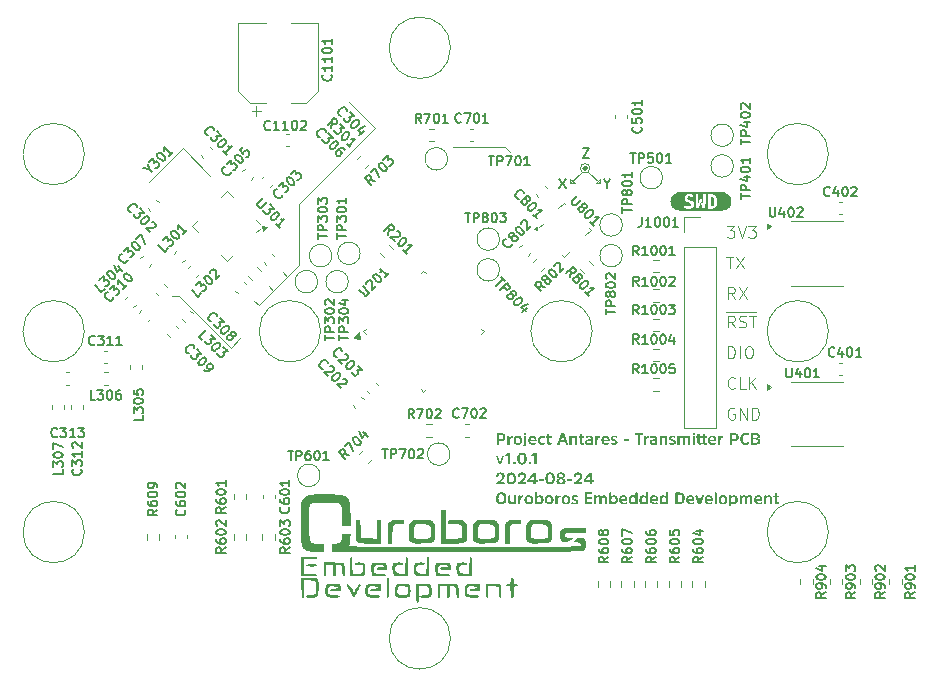
<source format=gbr>
%TF.GenerationSoftware,KiCad,Pcbnew,8.0.4-8.0.4-0~ubuntu22.04.1*%
%TF.CreationDate,2024-08-24T15:00:40-03:00*%
%TF.ProjectId,Antares-Transmitter,416e7461-7265-4732-9d54-72616e736d69,1.0.1*%
%TF.SameCoordinates,Original*%
%TF.FileFunction,Legend,Top*%
%TF.FilePolarity,Positive*%
%FSLAX46Y46*%
G04 Gerber Fmt 4.6, Leading zero omitted, Abs format (unit mm)*
G04 Created by KiCad (PCBNEW 8.0.4-8.0.4-0~ubuntu22.04.1) date 2024-08-24 15:00:40*
%MOMM*%
%LPD*%
G01*
G04 APERTURE LIST*
%ADD10C,0.100000*%
%ADD11C,0.249999*%
%ADD12C,0.150000*%
%ADD13C,0.125000*%
%ADD14C,0.120000*%
%ADD15C,0.000000*%
G04 APERTURE END LIST*
D10*
X139917158Y-106482843D02*
X140317156Y-106482843D01*
X139917157Y-106082843D02*
X139917158Y-106482843D01*
X112000000Y-119600000D02*
X111200000Y-120400000D01*
X142482843Y-106482843D02*
X142482843Y-106082843D01*
X142082843Y-106482843D02*
X142482843Y-106482843D01*
X130000000Y-103400000D02*
X133600000Y-103400000D01*
X129800000Y-95000000D02*
G75*
G02*
X124600000Y-95000000I-2600000J0D01*
G01*
X124600000Y-95000000D02*
G75*
G02*
X129800000Y-95000000I2600000J0D01*
G01*
X98800000Y-136000000D02*
G75*
G02*
X93600000Y-136000000I-2600000J0D01*
G01*
X93600000Y-136000000D02*
G75*
G02*
X98800000Y-136000000I2600000J0D01*
G01*
X114400000Y-115200000D02*
X114800000Y-115600000D01*
X161800000Y-119000000D02*
G75*
G02*
X156600000Y-119000000I-2600000J0D01*
G01*
X156600000Y-119000000D02*
G75*
G02*
X161800000Y-119000000I2600000J0D01*
G01*
X120600000Y-104600000D02*
X117000000Y-108200000D01*
X113600000Y-116800000D02*
X113200000Y-116400000D01*
X111200000Y-120400000D02*
X106800000Y-116000000D01*
X117000000Y-108200000D02*
X117000000Y-113400000D01*
X123400000Y-101800000D02*
X120600000Y-104600000D01*
D11*
X141324999Y-105200000D02*
G75*
G02*
X141075001Y-105200000I-124999J0D01*
G01*
X141075001Y-105200000D02*
G75*
G02*
X141324999Y-105200000I124999J0D01*
G01*
D10*
X141600000Y-105200000D02*
G75*
G02*
X140800000Y-105200000I-400000J0D01*
G01*
X140800000Y-105200000D02*
G75*
G02*
X141600000Y-105200000I400000J0D01*
G01*
X142482843Y-106082843D02*
X142082843Y-106482843D01*
X140317156Y-106482843D02*
X139917157Y-106082843D01*
X118800000Y-119000000D02*
G75*
G02*
X113600000Y-119000000I-2600000J0D01*
G01*
X113600000Y-119000000D02*
G75*
G02*
X118800000Y-119000000I2600000J0D01*
G01*
X161800000Y-104000000D02*
G75*
G02*
X156600000Y-104000000I-2600000J0D01*
G01*
X156600000Y-104000000D02*
G75*
G02*
X161800000Y-104000000I2600000J0D01*
G01*
X161800000Y-136000000D02*
G75*
G02*
X156600000Y-136000000I-2600000J0D01*
G01*
X156600000Y-136000000D02*
G75*
G02*
X161800000Y-136000000I2600000J0D01*
G01*
X121200000Y-99600000D02*
X123400000Y-101800000D01*
X115600000Y-114000000D02*
X116000000Y-114400000D01*
X129800000Y-145000000D02*
G75*
G02*
X124600000Y-145000000I-2600000J0D01*
G01*
X124600000Y-145000000D02*
G75*
G02*
X129800000Y-145000000I2600000J0D01*
G01*
X133600000Y-103400000D02*
X134400000Y-103400000D01*
X98800000Y-119000000D02*
G75*
G02*
X93600000Y-119000000I-2600000J0D01*
G01*
X93600000Y-119000000D02*
G75*
G02*
X98800000Y-119000000I2600000J0D01*
G01*
X106800000Y-116000000D02*
X106200000Y-116000000D01*
X140917157Y-105482843D02*
X139917158Y-106482843D01*
X117000000Y-113400000D02*
X113600000Y-116800000D01*
X141800000Y-119000000D02*
G75*
G02*
X136600000Y-119000000I-2600000J0D01*
G01*
X136600000Y-119000000D02*
G75*
G02*
X141800000Y-119000000I2600000J0D01*
G01*
X98800000Y-104000000D02*
G75*
G02*
X93600000Y-104000000I-2600000J0D01*
G01*
X93600000Y-104000000D02*
G75*
G02*
X98800000Y-104000000I2600000J0D01*
G01*
X141482843Y-105482843D02*
X142482843Y-106482843D01*
X134400000Y-103400000D02*
X134800000Y-103800000D01*
X153875312Y-123777180D02*
X153827693Y-123824800D01*
X153827693Y-123824800D02*
X153684836Y-123872419D01*
X153684836Y-123872419D02*
X153589598Y-123872419D01*
X153589598Y-123872419D02*
X153446741Y-123824800D01*
X153446741Y-123824800D02*
X153351503Y-123729561D01*
X153351503Y-123729561D02*
X153303884Y-123634323D01*
X153303884Y-123634323D02*
X153256265Y-123443847D01*
X153256265Y-123443847D02*
X153256265Y-123300990D01*
X153256265Y-123300990D02*
X153303884Y-123110514D01*
X153303884Y-123110514D02*
X153351503Y-123015276D01*
X153351503Y-123015276D02*
X153446741Y-122920038D01*
X153446741Y-122920038D02*
X153589598Y-122872419D01*
X153589598Y-122872419D02*
X153684836Y-122872419D01*
X153684836Y-122872419D02*
X153827693Y-122920038D01*
X153827693Y-122920038D02*
X153875312Y-122967657D01*
X154780074Y-123872419D02*
X154303884Y-123872419D01*
X154303884Y-123872419D02*
X154303884Y-122872419D01*
X155113408Y-123872419D02*
X155113408Y-122872419D01*
X155684836Y-123872419D02*
X155256265Y-123300990D01*
X155684836Y-122872419D02*
X155113408Y-123443847D01*
D12*
X143041541Y-106513342D02*
X143041541Y-106894295D01*
X142774874Y-106094295D02*
X143041541Y-106513342D01*
X143041541Y-106513342D02*
X143308207Y-106094295D01*
D10*
X153208646Y-110072419D02*
X153827693Y-110072419D01*
X153827693Y-110072419D02*
X153494360Y-110453371D01*
X153494360Y-110453371D02*
X153637217Y-110453371D01*
X153637217Y-110453371D02*
X153732455Y-110500990D01*
X153732455Y-110500990D02*
X153780074Y-110548609D01*
X153780074Y-110548609D02*
X153827693Y-110643847D01*
X153827693Y-110643847D02*
X153827693Y-110881942D01*
X153827693Y-110881942D02*
X153780074Y-110977180D01*
X153780074Y-110977180D02*
X153732455Y-111024800D01*
X153732455Y-111024800D02*
X153637217Y-111072419D01*
X153637217Y-111072419D02*
X153351503Y-111072419D01*
X153351503Y-111072419D02*
X153256265Y-111024800D01*
X153256265Y-111024800D02*
X153208646Y-110977180D01*
X154113408Y-110072419D02*
X154446741Y-111072419D01*
X154446741Y-111072419D02*
X154780074Y-110072419D01*
X155018170Y-110072419D02*
X155637217Y-110072419D01*
X155637217Y-110072419D02*
X155303884Y-110453371D01*
X155303884Y-110453371D02*
X155446741Y-110453371D01*
X155446741Y-110453371D02*
X155541979Y-110500990D01*
X155541979Y-110500990D02*
X155589598Y-110548609D01*
X155589598Y-110548609D02*
X155637217Y-110643847D01*
X155637217Y-110643847D02*
X155637217Y-110881942D01*
X155637217Y-110881942D02*
X155589598Y-110977180D01*
X155589598Y-110977180D02*
X155541979Y-111024800D01*
X155541979Y-111024800D02*
X155446741Y-111072419D01*
X155446741Y-111072419D02*
X155161027Y-111072419D01*
X155161027Y-111072419D02*
X155065789Y-111024800D01*
X155065789Y-111024800D02*
X155018170Y-110977180D01*
D12*
X141012969Y-103494295D02*
X141546303Y-103494295D01*
X141546303Y-103494295D02*
X141012969Y-104294295D01*
X141012969Y-104294295D02*
X141546303Y-104294295D01*
D13*
G36*
X134053963Y-127604560D02*
G01*
X134104252Y-127606500D01*
X134162316Y-127612558D01*
X134215049Y-127622647D01*
X134262451Y-127636763D01*
X134312297Y-127659008D01*
X134354466Y-127687034D01*
X134378428Y-127709325D01*
X134408397Y-127748729D01*
X134431188Y-127795294D01*
X134446793Y-127849021D01*
X134454300Y-127899264D01*
X134456803Y-127954480D01*
X134455902Y-127988461D01*
X134450396Y-128041033D01*
X134437189Y-128097413D01*
X134416792Y-128146477D01*
X134389214Y-128188226D01*
X134354466Y-128222658D01*
X134347971Y-128227685D01*
X134304522Y-128254507D01*
X134253397Y-128275599D01*
X134204929Y-128288792D01*
X134151130Y-128297994D01*
X134092000Y-128303198D01*
X134040858Y-128304480D01*
X133898220Y-128304480D01*
X133898220Y-128555073D01*
X133863049Y-128590000D01*
X133738485Y-128590000D01*
X133703558Y-128555073D01*
X133703558Y-128136441D01*
X133898220Y-128136441D01*
X134039392Y-128136441D01*
X134060664Y-128136073D01*
X134111793Y-128131495D01*
X134164288Y-128118385D01*
X134207431Y-128094431D01*
X134239056Y-128055108D01*
X134255143Y-128005140D01*
X134259211Y-127954480D01*
X134255143Y-127903713D01*
X134239056Y-127853787D01*
X134207431Y-127814528D01*
X134193509Y-127804659D01*
X134144810Y-127784343D01*
X134093572Y-127775133D01*
X134039392Y-127772519D01*
X133898220Y-127772519D01*
X133898220Y-128136441D01*
X133703558Y-128136441D01*
X133703558Y-127637941D01*
X133737020Y-127604480D01*
X134040858Y-127604480D01*
X134053963Y-127604560D01*
G37*
G36*
X134650976Y-127852386D02*
G01*
X134617515Y-127884382D01*
X134617515Y-128558004D01*
X134650976Y-128590000D01*
X134771388Y-128590000D01*
X134803628Y-128558004D01*
X134803628Y-128235847D01*
X134808566Y-128185494D01*
X134825402Y-128134952D01*
X134854187Y-128089546D01*
X134891887Y-128054087D01*
X134940252Y-128032191D01*
X134981437Y-128027264D01*
X135006594Y-128028729D01*
X135026378Y-128030195D01*
X135053000Y-128004794D01*
X135053000Y-127874612D01*
X135046650Y-127852386D01*
X135024912Y-127846769D01*
X134971680Y-127852050D01*
X134923816Y-127867895D01*
X134884961Y-127891465D01*
X134845681Y-127926623D01*
X134814381Y-127968342D01*
X134802407Y-127992337D01*
X134795324Y-127881695D01*
X134761618Y-127852386D01*
X134650976Y-127852386D01*
G37*
G36*
X135535291Y-127836403D02*
G01*
X135584442Y-127841723D01*
X135638796Y-127854508D01*
X135688100Y-127874293D01*
X135732356Y-127901097D01*
X135771563Y-127934940D01*
X135799849Y-127968095D01*
X135827463Y-128013492D01*
X135848174Y-128065002D01*
X135860160Y-128112590D01*
X135867351Y-128164412D01*
X135869748Y-128220460D01*
X135868214Y-128265637D01*
X135861982Y-128318309D01*
X135850955Y-128366760D01*
X135831395Y-128419327D01*
X135804930Y-128465815D01*
X135771563Y-128506224D01*
X135752590Y-128523970D01*
X135710859Y-128554242D01*
X135664079Y-128577543D01*
X135612250Y-128593866D01*
X135555372Y-128603199D01*
X135504117Y-128605631D01*
X135473012Y-128604755D01*
X135423975Y-128599407D01*
X135369758Y-128586578D01*
X135320591Y-128566764D01*
X135276473Y-128539977D01*
X135237404Y-128506224D01*
X135209426Y-128472972D01*
X135182095Y-128427497D01*
X135161583Y-128375943D01*
X135149704Y-128328337D01*
X135142573Y-128276510D01*
X135140195Y-128220460D01*
X135329239Y-128220460D01*
X135329410Y-128235021D01*
X135333513Y-128288642D01*
X135346333Y-128345267D01*
X135367693Y-128390336D01*
X135404589Y-128429165D01*
X135453764Y-128451353D01*
X135504117Y-128457131D01*
X135514981Y-128456900D01*
X135564129Y-128448811D01*
X135611725Y-128423849D01*
X135646904Y-128382247D01*
X135666736Y-128334867D01*
X135677945Y-128275930D01*
X135680704Y-128220460D01*
X135680532Y-128205899D01*
X135676393Y-128152278D01*
X135663459Y-128095653D01*
X135641903Y-128050584D01*
X135604654Y-128011755D01*
X135554989Y-127989567D01*
X135504117Y-127983789D01*
X135493365Y-127984020D01*
X135444716Y-127992109D01*
X135397586Y-128017071D01*
X135362738Y-128058673D01*
X135343086Y-128106054D01*
X135331975Y-128164990D01*
X135329239Y-128220460D01*
X135140195Y-128220460D01*
X135141717Y-128175283D01*
X135147898Y-128122616D01*
X135158828Y-128074181D01*
X135178203Y-128021653D01*
X135204398Y-127975236D01*
X135237404Y-127934940D01*
X135256307Y-127917137D01*
X135297901Y-127886816D01*
X135344544Y-127863524D01*
X135396235Y-127847242D01*
X135452976Y-127837950D01*
X135504117Y-127835533D01*
X135535291Y-127836403D01*
G37*
G36*
X136049267Y-128524298D02*
G01*
X136040817Y-128573860D01*
X135999921Y-128604916D01*
X135989183Y-128605631D01*
X135939992Y-128602020D01*
X135934473Y-128601235D01*
X135905163Y-128627857D01*
X135905163Y-128709190D01*
X135934473Y-128742651D01*
X135985539Y-128750577D01*
X136036810Y-128752421D01*
X136085678Y-128749391D01*
X136136365Y-128737033D01*
X136178826Y-128712340D01*
X136187997Y-128703572D01*
X136214278Y-128662385D01*
X136228704Y-128612069D01*
X136233753Y-128563020D01*
X136234159Y-128542616D01*
X136234159Y-127884382D01*
X136201919Y-127852386D01*
X136080286Y-127852386D01*
X136049267Y-127884382D01*
X136049267Y-128524298D01*
G37*
G36*
X136235624Y-127639406D02*
G01*
X136203384Y-127607166D01*
X136080286Y-127607166D01*
X136048046Y-127639406D01*
X136048046Y-127737348D01*
X136080286Y-127769588D01*
X136203384Y-127769588D01*
X136235624Y-127737348D01*
X136235624Y-127639406D01*
G37*
G36*
X136805564Y-127838906D02*
G01*
X136858226Y-127849019D01*
X136905787Y-127865861D01*
X136954829Y-127894003D01*
X136996929Y-127931277D01*
X137002361Y-127937338D01*
X137035538Y-127983254D01*
X137057236Y-128027467D01*
X137072723Y-128076162D01*
X137082008Y-128129339D01*
X137085101Y-128186999D01*
X137085101Y-128255387D01*
X137051639Y-128289092D01*
X136574145Y-128289092D01*
X136585902Y-128338086D01*
X136609632Y-128383992D01*
X136644731Y-128421472D01*
X136652339Y-128427328D01*
X136699314Y-128452783D01*
X136749592Y-128466007D01*
X136801046Y-128469832D01*
X136830940Y-128468761D01*
X136883632Y-128461458D01*
X136934831Y-128447302D01*
X136984473Y-128426357D01*
X137026482Y-128445896D01*
X137050174Y-128511598D01*
X137029169Y-128552386D01*
X136994427Y-128568104D01*
X136943706Y-128585612D01*
X136890583Y-128597887D01*
X136835089Y-128604944D01*
X136785659Y-128606852D01*
X136740332Y-128605272D01*
X136687303Y-128598848D01*
X136638297Y-128587477D01*
X136584784Y-128567294D01*
X136537028Y-128539969D01*
X136495010Y-128505491D01*
X136470543Y-128478861D01*
X136439976Y-128434194D01*
X136416761Y-128383859D01*
X136400887Y-128327856D01*
X136393259Y-128276859D01*
X136390718Y-128221926D01*
X136392218Y-128177321D01*
X136392885Y-128171612D01*
X136569993Y-128171612D01*
X136917062Y-128171612D01*
X136917062Y-128163063D01*
X136913700Y-128115810D01*
X136900461Y-128066384D01*
X136874563Y-128023112D01*
X136847433Y-127998719D01*
X136801825Y-127978705D01*
X136750488Y-127972798D01*
X136711206Y-127975901D01*
X136661251Y-127992197D01*
X136622047Y-128022471D01*
X136593585Y-128066732D01*
X136578065Y-128114309D01*
X136569993Y-128171612D01*
X136392885Y-128171612D01*
X136398311Y-128125171D01*
X136409091Y-128077028D01*
X136428213Y-128024547D01*
X136454085Y-127977835D01*
X136486706Y-127936894D01*
X136505252Y-127918761D01*
X136546046Y-127887861D01*
X136591756Y-127864108D01*
X136642364Y-127847492D01*
X136697850Y-127838003D01*
X136747801Y-127835533D01*
X136805564Y-127838906D01*
G37*
G36*
X137205512Y-128218995D02*
G01*
X137207998Y-128275143D01*
X137215451Y-128327052D01*
X137227866Y-128374736D01*
X137249306Y-128426404D01*
X137277874Y-128472044D01*
X137307117Y-128505491D01*
X137347700Y-128539493D01*
X137393340Y-128566478D01*
X137444049Y-128586437D01*
X137499836Y-128599361D01*
X137550212Y-128604749D01*
X137582135Y-128605631D01*
X137636857Y-128603142D01*
X137687200Y-128595673D01*
X137739335Y-128581042D01*
X137785666Y-128559907D01*
X137796336Y-128553607D01*
X137815875Y-128510376D01*
X137782414Y-128433196D01*
X137738939Y-128417808D01*
X137692800Y-128436998D01*
X137643085Y-128448222D01*
X137594836Y-128451514D01*
X137545272Y-128446930D01*
X137497719Y-128431056D01*
X137454602Y-128400437D01*
X137447801Y-128393384D01*
X137419651Y-128351373D01*
X137403296Y-128303908D01*
X137395846Y-128253956D01*
X137394556Y-128218995D01*
X137397861Y-128165276D01*
X137409519Y-128113492D01*
X137432408Y-128066695D01*
X137447801Y-128047536D01*
X137489442Y-128015239D01*
X137536212Y-127997549D01*
X137585604Y-127991092D01*
X137597522Y-127990872D01*
X137649544Y-127994594D01*
X137698398Y-128005813D01*
X137729169Y-128017494D01*
X137775331Y-128002107D01*
X137809036Y-127926392D01*
X137790718Y-127883161D01*
X137742567Y-127860138D01*
X137691566Y-127845998D01*
X137640589Y-127838510D01*
X137583669Y-127835580D01*
X137575052Y-127835533D01*
X137523840Y-127837932D01*
X137466834Y-127847155D01*
X137414688Y-127863317D01*
X137367413Y-127886438D01*
X137325017Y-127916536D01*
X137305652Y-127934207D01*
X137271650Y-127974254D01*
X137244665Y-128020473D01*
X137224706Y-128072856D01*
X137213447Y-128121209D01*
X137207080Y-128173829D01*
X137205512Y-128218995D01*
G37*
G36*
X138336113Y-128009190D02*
G01*
X138368353Y-127976950D01*
X138368353Y-127898548D01*
X138336113Y-127866308D01*
X138180774Y-127866308D01*
X138180774Y-127694117D01*
X138147069Y-127664563D01*
X138035205Y-127664563D01*
X138002965Y-127694117D01*
X138002965Y-127866308D01*
X137923098Y-127866308D01*
X137889637Y-127898548D01*
X137889637Y-127976950D01*
X137923098Y-128009190D01*
X138000034Y-128009190D01*
X138000034Y-128368960D01*
X138002591Y-128420596D01*
X138011762Y-128471063D01*
X138030019Y-128516994D01*
X138053279Y-128548234D01*
X138093350Y-128576220D01*
X138141161Y-128592511D01*
X138193002Y-128599946D01*
X138229867Y-128601235D01*
X138279747Y-128599071D01*
X138329139Y-128591077D01*
X138347348Y-128585847D01*
X138373970Y-128553607D01*
X138365666Y-128475205D01*
X138357850Y-128452979D01*
X138337578Y-128447362D01*
X138288698Y-128453549D01*
X138278715Y-128454200D01*
X138228355Y-128447960D01*
X138201779Y-128431974D01*
X138184115Y-128383316D01*
X138182240Y-128349420D01*
X138182240Y-128009190D01*
X138336113Y-128009190D01*
G37*
G36*
X139378403Y-127604606D02*
G01*
X139416643Y-127636720D01*
X139742707Y-128550921D01*
X139741486Y-128579009D01*
X139717550Y-128590000D01*
X139581751Y-128590000D01*
X139579848Y-128589969D01*
X139541207Y-128559225D01*
X139476727Y-128375799D01*
X139112805Y-128375799D01*
X139048325Y-128559225D01*
X139009246Y-128590000D01*
X138873447Y-128590000D01*
X138847313Y-128579009D01*
X138846824Y-128550921D01*
X138968173Y-128210690D01*
X139154815Y-128210690D01*
X139433251Y-128210690D01*
X139297452Y-127797676D01*
X139293300Y-127797676D01*
X139154815Y-128210690D01*
X138968173Y-128210690D01*
X139172889Y-127636720D01*
X139174383Y-127632816D01*
X139214898Y-127604480D01*
X139374633Y-127604480D01*
X139378403Y-127604606D01*
G37*
G36*
X140536496Y-128108597D02*
G01*
X140533481Y-128054373D01*
X140524435Y-128005814D01*
X140506712Y-127957235D01*
X140477359Y-127911375D01*
X140473482Y-127906852D01*
X140432935Y-127872341D01*
X140388331Y-127851175D01*
X140335666Y-127838937D01*
X140282972Y-127835533D01*
X140233663Y-127838396D01*
X140180632Y-127849396D01*
X140134299Y-127868657D01*
X140088708Y-127901582D01*
X140056885Y-127938775D01*
X140047766Y-127953014D01*
X140040683Y-127880230D01*
X140008688Y-127852386D01*
X139898046Y-127852386D01*
X139865806Y-127884382D01*
X139865806Y-128558004D01*
X139898046Y-128590000D01*
X140018457Y-128590000D01*
X140050697Y-128558004D01*
X140050697Y-128164528D01*
X140055719Y-128114523D01*
X140074603Y-128065473D01*
X140093196Y-128040697D01*
X140133844Y-128011091D01*
X140181755Y-127997200D01*
X140214340Y-127995024D01*
X140263160Y-128000163D01*
X140307783Y-128020959D01*
X140318632Y-128031416D01*
X140342262Y-128077395D01*
X140349862Y-128128511D01*
X140350139Y-128142058D01*
X140350139Y-128558004D01*
X140383845Y-128590000D01*
X140504256Y-128590000D01*
X140536496Y-128558004D01*
X140536496Y-128108597D01*
G37*
G36*
X141086287Y-128009190D02*
G01*
X141118527Y-127976950D01*
X141118527Y-127898548D01*
X141086287Y-127866308D01*
X140930949Y-127866308D01*
X140930949Y-127694117D01*
X140897243Y-127664563D01*
X140785380Y-127664563D01*
X140753140Y-127694117D01*
X140753140Y-127866308D01*
X140673272Y-127866308D01*
X140639811Y-127898548D01*
X140639811Y-127976950D01*
X140673272Y-128009190D01*
X140750209Y-128009190D01*
X140750209Y-128368960D01*
X140752766Y-128420596D01*
X140761937Y-128471063D01*
X140780193Y-128516994D01*
X140803454Y-128548234D01*
X140843525Y-128576220D01*
X140891335Y-128592511D01*
X140943176Y-128599946D01*
X140980041Y-128601235D01*
X141029921Y-128599071D01*
X141079313Y-128591077D01*
X141097522Y-128585847D01*
X141124145Y-128553607D01*
X141115840Y-128475205D01*
X141108025Y-128452979D01*
X141087752Y-128447362D01*
X141038872Y-128453549D01*
X141028890Y-128454200D01*
X140978529Y-128447960D01*
X140951953Y-128431974D01*
X140934289Y-128383316D01*
X140932414Y-128349420D01*
X140932414Y-128009190D01*
X141086287Y-128009190D01*
G37*
G36*
X141579082Y-127835793D02*
G01*
X141633738Y-127839689D01*
X141697974Y-127852157D01*
X141752336Y-127872937D01*
X141796820Y-127902028D01*
X141831424Y-127939432D01*
X141856144Y-127985147D01*
X141870979Y-128039175D01*
X141875924Y-128101514D01*
X141875924Y-128558004D01*
X141842463Y-128590000D01*
X141738660Y-128590000D01*
X141706664Y-128563621D01*
X141701046Y-128487906D01*
X141680793Y-128514787D01*
X141644188Y-128548406D01*
X141600113Y-128573971D01*
X141548567Y-128591473D01*
X141499906Y-128599893D01*
X141446057Y-128602700D01*
X141412624Y-128601340D01*
X141363867Y-128593493D01*
X141315930Y-128576300D01*
X141271179Y-128546769D01*
X141256066Y-128532034D01*
X141227101Y-128488886D01*
X141211799Y-128442344D01*
X141206699Y-128388499D01*
X141206793Y-128381049D01*
X141207253Y-128377264D01*
X141383042Y-128377264D01*
X141387576Y-128408300D01*
X141415282Y-128448827D01*
X141457018Y-128469409D01*
X141506385Y-128475205D01*
X141554839Y-128471612D01*
X141604616Y-128457460D01*
X141647069Y-128429776D01*
X141665912Y-128408574D01*
X141688628Y-128362233D01*
X141695429Y-128311563D01*
X141695429Y-128251235D01*
X141667007Y-128252389D01*
X141616036Y-128255083D01*
X141566468Y-128259050D01*
X141520405Y-128265422D01*
X141470725Y-128277124D01*
X141444585Y-128286613D01*
X141404047Y-128314982D01*
X141394892Y-128328080D01*
X141383042Y-128377264D01*
X141207253Y-128377264D01*
X141212713Y-128332323D01*
X141230635Y-128284207D01*
X141256391Y-128246881D01*
X141294138Y-128214110D01*
X141304521Y-128207837D01*
X141350498Y-128186858D01*
X141399162Y-128172100D01*
X141431948Y-128164677D01*
X141481763Y-128155897D01*
X141532274Y-128149874D01*
X141540855Y-128149072D01*
X141591922Y-128145450D01*
X141643998Y-128143241D01*
X141695429Y-128142058D01*
X141695429Y-128109818D01*
X141695391Y-128105753D01*
X141687082Y-128055930D01*
X141657571Y-128013342D01*
X141635814Y-127999878D01*
X141588094Y-127986204D01*
X141535694Y-127982568D01*
X141529300Y-127982608D01*
X141477781Y-127985877D01*
X141425569Y-127994392D01*
X141372618Y-128008176D01*
X141325645Y-128024577D01*
X141285101Y-128004794D01*
X141259944Y-127927857D01*
X141279483Y-127888778D01*
X141295177Y-127882304D01*
X141343727Y-127865415D01*
X141394466Y-127852313D01*
X141447376Y-127842978D01*
X141502437Y-127837391D01*
X141559630Y-127835533D01*
X141579082Y-127835793D01*
G37*
G36*
X142088660Y-127852386D02*
G01*
X142055198Y-127884382D01*
X142055198Y-128558004D01*
X142088660Y-128590000D01*
X142209071Y-128590000D01*
X142241311Y-128558004D01*
X142241311Y-128235847D01*
X142246249Y-128185494D01*
X142263085Y-128134952D01*
X142291870Y-128089546D01*
X142329570Y-128054087D01*
X142377935Y-128032191D01*
X142419120Y-128027264D01*
X142444277Y-128028729D01*
X142464061Y-128030195D01*
X142490683Y-128004794D01*
X142490683Y-127874612D01*
X142484333Y-127852386D01*
X142462595Y-127846769D01*
X142409363Y-127852050D01*
X142361499Y-127867895D01*
X142322644Y-127891465D01*
X142283365Y-127926623D01*
X142252064Y-127968342D01*
X142240090Y-127992337D01*
X142233007Y-127881695D01*
X142199302Y-127852386D01*
X142088660Y-127852386D01*
G37*
G36*
X142992724Y-127838906D02*
G01*
X143045386Y-127849019D01*
X143092947Y-127865861D01*
X143141989Y-127894003D01*
X143184089Y-127931277D01*
X143189521Y-127937338D01*
X143222698Y-127983254D01*
X143244396Y-128027467D01*
X143259883Y-128076162D01*
X143269168Y-128129339D01*
X143272260Y-128186999D01*
X143272260Y-128255387D01*
X143238799Y-128289092D01*
X142761304Y-128289092D01*
X142773061Y-128338086D01*
X142796791Y-128383992D01*
X142831891Y-128421472D01*
X142839498Y-128427328D01*
X142886474Y-128452783D01*
X142936751Y-128466007D01*
X142988206Y-128469832D01*
X143018100Y-128468761D01*
X143070792Y-128461458D01*
X143121991Y-128447302D01*
X143171632Y-128426357D01*
X143213642Y-128445896D01*
X143237334Y-128511598D01*
X143216329Y-128552386D01*
X143181587Y-128568104D01*
X143130866Y-128585612D01*
X143077743Y-128597887D01*
X143022249Y-128604944D01*
X142972819Y-128606852D01*
X142927492Y-128605272D01*
X142874463Y-128598848D01*
X142825456Y-128587477D01*
X142771943Y-128567294D01*
X142724188Y-128539969D01*
X142682170Y-128505491D01*
X142657703Y-128478861D01*
X142627136Y-128434194D01*
X142603920Y-128383859D01*
X142588046Y-128327856D01*
X142580419Y-128276859D01*
X142577878Y-128221926D01*
X142579378Y-128177321D01*
X142580045Y-128171612D01*
X142757152Y-128171612D01*
X143104221Y-128171612D01*
X143104221Y-128163063D01*
X143100860Y-128115810D01*
X143087621Y-128066384D01*
X143061723Y-128023112D01*
X143034592Y-127998719D01*
X142988985Y-127978705D01*
X142937648Y-127972798D01*
X142898366Y-127975901D01*
X142848411Y-127992197D01*
X142809207Y-128022471D01*
X142780744Y-128066732D01*
X142765225Y-128114309D01*
X142757152Y-128171612D01*
X142580045Y-128171612D01*
X142585471Y-128125171D01*
X142596251Y-128077028D01*
X142615373Y-128024547D01*
X142641245Y-127977835D01*
X142673866Y-127936894D01*
X142692412Y-127918761D01*
X142733206Y-127887861D01*
X142778916Y-127864108D01*
X142829524Y-127847492D01*
X142885010Y-127838003D01*
X142934961Y-127835533D01*
X142992724Y-127838906D01*
G37*
G36*
X143947103Y-128391186D02*
G01*
X143942577Y-128342012D01*
X143926904Y-128295724D01*
X143896670Y-128254856D01*
X143889706Y-128248548D01*
X143848319Y-128218716D01*
X143801770Y-128193299D01*
X143752998Y-128171817D01*
X143718981Y-128158911D01*
X143672005Y-128142296D01*
X143635694Y-128128136D01*
X143594100Y-128101529D01*
X143588799Y-128096629D01*
X143567875Y-128051721D01*
X143567794Y-128048269D01*
X143584693Y-128002141D01*
X143597836Y-127992337D01*
X143646117Y-127978266D01*
X143693579Y-127975484D01*
X143744134Y-127978785D01*
X143793999Y-127987545D01*
X143842174Y-128000158D01*
X143853314Y-128003572D01*
X143892393Y-127982568D01*
X143913398Y-127912470D01*
X143893859Y-127874612D01*
X143844441Y-127857481D01*
X143789964Y-127845273D01*
X143738127Y-127838611D01*
X143682382Y-127835685D01*
X143665736Y-127835533D01*
X143609323Y-127838063D01*
X143559027Y-127845672D01*
X143509054Y-127860628D01*
X143462436Y-127885488D01*
X143457885Y-127888778D01*
X143419796Y-127926774D01*
X143395777Y-127974359D01*
X143386227Y-128025383D01*
X143385589Y-128044117D01*
X143390489Y-128096007D01*
X143407716Y-128146201D01*
X143437347Y-128187762D01*
X143463991Y-128210690D01*
X143507300Y-128234388D01*
X143557463Y-128255374D01*
X143608176Y-128273954D01*
X143615177Y-128276392D01*
X143661423Y-128293451D01*
X143707777Y-128313915D01*
X143730704Y-128326950D01*
X143761779Y-128364952D01*
X143765143Y-128387034D01*
X143748252Y-128434592D01*
X143729483Y-128448094D01*
X143680168Y-128461597D01*
X143627388Y-128465367D01*
X143618108Y-128465436D01*
X143568559Y-128463001D01*
X143519242Y-128455698D01*
X143470156Y-128443527D01*
X143442986Y-128434661D01*
X143403907Y-128455666D01*
X143382903Y-128528450D01*
X143403907Y-128564842D01*
X143456843Y-128582653D01*
X143507352Y-128594087D01*
X143561754Y-128601631D01*
X143611472Y-128604990D01*
X143646196Y-128605631D01*
X143699953Y-128603744D01*
X143763412Y-128595360D01*
X143817477Y-128580272D01*
X143862147Y-128558483D01*
X143904767Y-128521828D01*
X143932695Y-128474711D01*
X143945927Y-128417140D01*
X143947103Y-128391186D01*
G37*
G36*
X144877180Y-128284940D02*
G01*
X144909420Y-128254166D01*
X144909420Y-128165994D01*
X144877180Y-128134975D01*
X144496406Y-128134975D01*
X144464166Y-128165994D01*
X144464166Y-128254166D01*
X144496406Y-128284940D01*
X144877180Y-128284940D01*
G37*
G36*
X145412072Y-127744431D02*
G01*
X145447243Y-127779357D01*
X145672679Y-127779357D01*
X145672679Y-128555073D01*
X145707606Y-128590000D01*
X145833635Y-128590000D01*
X145868562Y-128555073D01*
X145868562Y-127779357D01*
X146093998Y-127779357D01*
X146128925Y-127744431D01*
X146128925Y-127637941D01*
X146093998Y-127604480D01*
X145445778Y-127604480D01*
X145412072Y-127637941D01*
X145412072Y-127744431D01*
G37*
G36*
X146218318Y-127852386D02*
G01*
X146184856Y-127884382D01*
X146184856Y-128558004D01*
X146218318Y-128590000D01*
X146338729Y-128590000D01*
X146370969Y-128558004D01*
X146370969Y-128235847D01*
X146375907Y-128185494D01*
X146392743Y-128134952D01*
X146421528Y-128089546D01*
X146459228Y-128054087D01*
X146507593Y-128032191D01*
X146548778Y-128027264D01*
X146573935Y-128028729D01*
X146593719Y-128030195D01*
X146620341Y-128004794D01*
X146620341Y-127874612D01*
X146613991Y-127852386D01*
X146592254Y-127846769D01*
X146539021Y-127852050D01*
X146491157Y-127867895D01*
X146452302Y-127891465D01*
X146413023Y-127926623D01*
X146381722Y-127968342D01*
X146369748Y-127992337D01*
X146362665Y-127881695D01*
X146328960Y-127852386D01*
X146218318Y-127852386D01*
G37*
G36*
X147022767Y-127835793D02*
G01*
X147077422Y-127839689D01*
X147141659Y-127852157D01*
X147196020Y-127872937D01*
X147240505Y-127902028D01*
X147275108Y-127939432D01*
X147299829Y-127985147D01*
X147314663Y-128039175D01*
X147319609Y-128101514D01*
X147319609Y-128558004D01*
X147286147Y-128590000D01*
X147182344Y-128590000D01*
X147150348Y-128563621D01*
X147144731Y-128487906D01*
X147124478Y-128514787D01*
X147087873Y-128548406D01*
X147043797Y-128573971D01*
X146992252Y-128591473D01*
X146943590Y-128599893D01*
X146889741Y-128602700D01*
X146856309Y-128601340D01*
X146807551Y-128593493D01*
X146759615Y-128576300D01*
X146714863Y-128546769D01*
X146699751Y-128532034D01*
X146670785Y-128488886D01*
X146655484Y-128442344D01*
X146650383Y-128388499D01*
X146650478Y-128381049D01*
X146650938Y-128377264D01*
X146826727Y-128377264D01*
X146831260Y-128408300D01*
X146858967Y-128448827D01*
X146900703Y-128469409D01*
X146950069Y-128475205D01*
X146998524Y-128471612D01*
X147048301Y-128457460D01*
X147090753Y-128429776D01*
X147109597Y-128408574D01*
X147132313Y-128362233D01*
X147139113Y-128311563D01*
X147139113Y-128251235D01*
X147110691Y-128252389D01*
X147059721Y-128255083D01*
X147010153Y-128259050D01*
X146964089Y-128265422D01*
X146914410Y-128277124D01*
X146888270Y-128286613D01*
X146847732Y-128314982D01*
X146838576Y-128328080D01*
X146826727Y-128377264D01*
X146650938Y-128377264D01*
X146656398Y-128332323D01*
X146674319Y-128284207D01*
X146700076Y-128246881D01*
X146737822Y-128214110D01*
X146748205Y-128207837D01*
X146794182Y-128186858D01*
X146842847Y-128172100D01*
X146875632Y-128164677D01*
X146925448Y-128155897D01*
X146975959Y-128149874D01*
X146984540Y-128149072D01*
X147035607Y-128145450D01*
X147087682Y-128143241D01*
X147139113Y-128142058D01*
X147139113Y-128109818D01*
X147139076Y-128105753D01*
X147130766Y-128055930D01*
X147101256Y-128013342D01*
X147079499Y-127999878D01*
X147031778Y-127986204D01*
X146979378Y-127982568D01*
X146972985Y-127982608D01*
X146921466Y-127985877D01*
X146869254Y-127994392D01*
X146816303Y-128008176D01*
X146769330Y-128024577D01*
X146728785Y-128004794D01*
X146703628Y-127927857D01*
X146723168Y-127888778D01*
X146738861Y-127882304D01*
X146787411Y-127865415D01*
X146838151Y-127852313D01*
X146891061Y-127842978D01*
X146946122Y-127837391D01*
X147003314Y-127835533D01*
X147022767Y-127835793D01*
G37*
G36*
X148169574Y-128108597D02*
G01*
X148166558Y-128054373D01*
X148157512Y-128005814D01*
X148139790Y-127957235D01*
X148110436Y-127911375D01*
X148106559Y-127906852D01*
X148066013Y-127872341D01*
X148021408Y-127851175D01*
X147968743Y-127838937D01*
X147916050Y-127835533D01*
X147866741Y-127838396D01*
X147813710Y-127849396D01*
X147767376Y-127868657D01*
X147721785Y-127901582D01*
X147689963Y-127938775D01*
X147680844Y-127953014D01*
X147673761Y-127880230D01*
X147641765Y-127852386D01*
X147531123Y-127852386D01*
X147498883Y-127884382D01*
X147498883Y-128558004D01*
X147531123Y-128590000D01*
X147651535Y-128590000D01*
X147683775Y-128558004D01*
X147683775Y-128164528D01*
X147688797Y-128114523D01*
X147707680Y-128065473D01*
X147726273Y-128040697D01*
X147766922Y-128011091D01*
X147814832Y-127997200D01*
X147847418Y-127995024D01*
X147896237Y-128000163D01*
X147940860Y-128020959D01*
X147951709Y-128031416D01*
X147975340Y-128077395D01*
X147982940Y-128128511D01*
X147983217Y-128142058D01*
X147983217Y-128558004D01*
X148016922Y-128590000D01*
X148137334Y-128590000D01*
X148169574Y-128558004D01*
X148169574Y-128108597D01*
G37*
G36*
X148872016Y-128391186D02*
G01*
X148867490Y-128342012D01*
X148851817Y-128295724D01*
X148821583Y-128254856D01*
X148814619Y-128248548D01*
X148773231Y-128218716D01*
X148726683Y-128193299D01*
X148677911Y-128171817D01*
X148643893Y-128158911D01*
X148596917Y-128142296D01*
X148560607Y-128128136D01*
X148519013Y-128101529D01*
X148513712Y-128096629D01*
X148492787Y-128051721D01*
X148492707Y-128048269D01*
X148509606Y-128002141D01*
X148522749Y-127992337D01*
X148571030Y-127978266D01*
X148618492Y-127975484D01*
X148669047Y-127978785D01*
X148718912Y-127987545D01*
X148767087Y-128000158D01*
X148778227Y-128003572D01*
X148817306Y-127982568D01*
X148838311Y-127912470D01*
X148818771Y-127874612D01*
X148769354Y-127857481D01*
X148714877Y-127845273D01*
X148663039Y-127838611D01*
X148607295Y-127835685D01*
X148590648Y-127835533D01*
X148534236Y-127838063D01*
X148483940Y-127845672D01*
X148433967Y-127860628D01*
X148387349Y-127885488D01*
X148382798Y-127888778D01*
X148344709Y-127926774D01*
X148320690Y-127974359D01*
X148311139Y-128025383D01*
X148310502Y-128044117D01*
X148315402Y-128096007D01*
X148332629Y-128146201D01*
X148362259Y-128187762D01*
X148388904Y-128210690D01*
X148432213Y-128234388D01*
X148482376Y-128255374D01*
X148533089Y-128273954D01*
X148540090Y-128276392D01*
X148586336Y-128293451D01*
X148632690Y-128313915D01*
X148655617Y-128326950D01*
X148686692Y-128364952D01*
X148690055Y-128387034D01*
X148673165Y-128434592D01*
X148654396Y-128448094D01*
X148605081Y-128461597D01*
X148552300Y-128465367D01*
X148543021Y-128465436D01*
X148493472Y-128463001D01*
X148444154Y-128455698D01*
X148395069Y-128443527D01*
X148367899Y-128434661D01*
X148328820Y-128455666D01*
X148307815Y-128528450D01*
X148328820Y-128564842D01*
X148381756Y-128582653D01*
X148432264Y-128594087D01*
X148486667Y-128601631D01*
X148536385Y-128604990D01*
X148571109Y-128605631D01*
X148624866Y-128603744D01*
X148688324Y-128595360D01*
X148742390Y-128580272D01*
X148787060Y-128558483D01*
X148829680Y-128521828D01*
X148857608Y-128474711D01*
X148870840Y-128417140D01*
X148872016Y-128391186D01*
G37*
G36*
X149658234Y-128149141D02*
G01*
X149665094Y-128098239D01*
X149687674Y-128052078D01*
X149699511Y-128037766D01*
X149741205Y-128007614D01*
X149789716Y-127994648D01*
X149810886Y-127993558D01*
X149860293Y-128000431D01*
X149901434Y-128027253D01*
X149903210Y-128029462D01*
X149924306Y-128073975D01*
X149931053Y-128123361D01*
X149931297Y-128136441D01*
X149931297Y-128558004D01*
X149963538Y-128590000D01*
X150083949Y-128590000D01*
X150116189Y-128558004D01*
X150116189Y-128104200D01*
X150113382Y-128050716D01*
X150103284Y-127996413D01*
X150085816Y-127949432D01*
X150057327Y-127905387D01*
X150019665Y-127871584D01*
X149972646Y-127848877D01*
X149923022Y-127837982D01*
X149880983Y-127835533D01*
X149830317Y-127838574D01*
X149775688Y-127850252D01*
X149727772Y-127870689D01*
X149686551Y-127899883D01*
X149652005Y-127937836D01*
X149637229Y-127960097D01*
X149610377Y-127911561D01*
X149572475Y-127874946D01*
X149523555Y-127850252D01*
X149472878Y-127838574D01*
X149424494Y-127835533D01*
X149374705Y-127838911D01*
X149326054Y-127850503D01*
X149283810Y-127870460D01*
X149242887Y-127901004D01*
X149210560Y-127938451D01*
X149201988Y-127953014D01*
X149194905Y-127880230D01*
X149161200Y-127852386D01*
X149050558Y-127852386D01*
X149017096Y-127884382D01*
X149017096Y-128558004D01*
X149050558Y-128590000D01*
X149169748Y-128590000D01*
X149201988Y-128558004D01*
X149201988Y-128157445D01*
X149207771Y-128106668D01*
X149227149Y-128060407D01*
X149243265Y-128039232D01*
X149285320Y-128008077D01*
X149335314Y-127994684D01*
X149357327Y-127993558D01*
X149408539Y-128001447D01*
X149447697Y-128029462D01*
X149468851Y-128076940D01*
X149474702Y-128126363D01*
X149474808Y-128134975D01*
X149474808Y-128558004D01*
X149507048Y-128590000D01*
X149625994Y-128590000D01*
X149658234Y-128558004D01*
X149658234Y-128149141D01*
G37*
G36*
X150486217Y-127884382D02*
G01*
X150454221Y-127852386D01*
X150332344Y-127852386D01*
X150300104Y-127884382D01*
X150300104Y-128558004D01*
X150332344Y-128590000D01*
X150454221Y-128590000D01*
X150486217Y-128558004D01*
X150486217Y-127884382D01*
G37*
G36*
X150486217Y-127639406D02*
G01*
X150455443Y-127607166D01*
X150330879Y-127607166D01*
X150300104Y-127639406D01*
X150300104Y-127737348D01*
X150330879Y-127769588D01*
X150455443Y-127769588D01*
X150486217Y-127737348D01*
X150486217Y-127639406D01*
G37*
G36*
X151489811Y-128009190D02*
G01*
X151520586Y-127976950D01*
X151520586Y-127898548D01*
X151489811Y-127866308D01*
X151333007Y-127866308D01*
X151333007Y-127694117D01*
X151299546Y-127664563D01*
X151187438Y-127664563D01*
X151155198Y-127694117D01*
X151155198Y-127866308D01*
X150889218Y-127866308D01*
X150889218Y-127694117D01*
X150855512Y-127664563D01*
X150743649Y-127664563D01*
X150711409Y-127694117D01*
X150711409Y-127866308D01*
X150631542Y-127866308D01*
X150598080Y-127898548D01*
X150598080Y-127976950D01*
X150631542Y-128009190D01*
X150708478Y-128009190D01*
X150708478Y-128368960D01*
X150711035Y-128420596D01*
X150720206Y-128471063D01*
X150738463Y-128516994D01*
X150761723Y-128548234D01*
X150806211Y-128578445D01*
X150854459Y-128593803D01*
X150906300Y-128600410D01*
X150935380Y-128601235D01*
X150984551Y-128599071D01*
X151033480Y-128591077D01*
X151051639Y-128585847D01*
X151078262Y-128553607D01*
X151069713Y-128475205D01*
X151061409Y-128452979D01*
X151041870Y-128447362D01*
X151017201Y-128450781D01*
X150984473Y-128454200D01*
X150934044Y-128447202D01*
X150910223Y-128431974D01*
X150892559Y-128383316D01*
X150890683Y-128349420D01*
X150890683Y-128009190D01*
X151152512Y-128009190D01*
X151152512Y-128368960D01*
X151155039Y-128420596D01*
X151164129Y-128471063D01*
X151182290Y-128516994D01*
X151205512Y-128548234D01*
X151245692Y-128576220D01*
X151293466Y-128592511D01*
X151345250Y-128599946D01*
X151382100Y-128601235D01*
X151433354Y-128599071D01*
X151482265Y-128591077D01*
X151499581Y-128585847D01*
X151526203Y-128553607D01*
X151519120Y-128475205D01*
X151489811Y-128447362D01*
X151440931Y-128453549D01*
X151430949Y-128454200D01*
X151381524Y-128447960D01*
X151354745Y-128431974D01*
X151336887Y-128386302D01*
X151334473Y-128349420D01*
X151334473Y-128009190D01*
X151489811Y-128009190D01*
G37*
G36*
X152025801Y-127838906D02*
G01*
X152078463Y-127849019D01*
X152126025Y-127865861D01*
X152175067Y-127894003D01*
X152217166Y-127931277D01*
X152222598Y-127937338D01*
X152255776Y-127983254D01*
X152277474Y-128027467D01*
X152292960Y-128076162D01*
X152302245Y-128129339D01*
X152305338Y-128186999D01*
X152305338Y-128255387D01*
X152271877Y-128289092D01*
X151794382Y-128289092D01*
X151806139Y-128338086D01*
X151829869Y-128383992D01*
X151864968Y-128421472D01*
X151872576Y-128427328D01*
X151919551Y-128452783D01*
X151969829Y-128466007D01*
X152021284Y-128469832D01*
X152051178Y-128468761D01*
X152103869Y-128461458D01*
X152155068Y-128447302D01*
X152204710Y-128426357D01*
X152246720Y-128445896D01*
X152270411Y-128511598D01*
X152249406Y-128552386D01*
X152214664Y-128568104D01*
X152163943Y-128585612D01*
X152110820Y-128597887D01*
X152055326Y-128604944D01*
X152005896Y-128606852D01*
X151960569Y-128605272D01*
X151907540Y-128598848D01*
X151858534Y-128587477D01*
X151805021Y-128567294D01*
X151757265Y-128539969D01*
X151715247Y-128505491D01*
X151690780Y-128478861D01*
X151660214Y-128434194D01*
X151636998Y-128383859D01*
X151621124Y-128327856D01*
X151613497Y-128276859D01*
X151610956Y-128221926D01*
X151612455Y-128177321D01*
X151613122Y-128171612D01*
X151790230Y-128171612D01*
X152137299Y-128171612D01*
X152137299Y-128163063D01*
X152133937Y-128115810D01*
X152120698Y-128066384D01*
X152094801Y-128023112D01*
X152067670Y-127998719D01*
X152022063Y-127978705D01*
X151970725Y-127972798D01*
X151931444Y-127975901D01*
X151881488Y-127992197D01*
X151842284Y-128022471D01*
X151813822Y-128066732D01*
X151798302Y-128114309D01*
X151790230Y-128171612D01*
X151613122Y-128171612D01*
X151618548Y-128125171D01*
X151629328Y-128077028D01*
X151648451Y-128024547D01*
X151674322Y-127977835D01*
X151706943Y-127936894D01*
X151725490Y-127918761D01*
X151766283Y-127887861D01*
X151811993Y-127864108D01*
X151862601Y-127847492D01*
X151918088Y-127838003D01*
X151968039Y-127835533D01*
X152025801Y-127838906D01*
G37*
G36*
X152491451Y-127852386D02*
G01*
X152457990Y-127884382D01*
X152457990Y-128558004D01*
X152491451Y-128590000D01*
X152611863Y-128590000D01*
X152644103Y-128558004D01*
X152644103Y-128235847D01*
X152649040Y-128185494D01*
X152665876Y-128134952D01*
X152694661Y-128089546D01*
X152732362Y-128054087D01*
X152780727Y-128032191D01*
X152821912Y-128027264D01*
X152847069Y-128028729D01*
X152866852Y-128030195D01*
X152893475Y-128004794D01*
X152893475Y-127874612D01*
X152887124Y-127852386D01*
X152865387Y-127846769D01*
X152812155Y-127852050D01*
X152764290Y-127867895D01*
X152725436Y-127891465D01*
X152686156Y-127926623D01*
X152654855Y-127968342D01*
X152642882Y-127992337D01*
X152635799Y-127881695D01*
X152602093Y-127852386D01*
X152491451Y-127852386D01*
G37*
G36*
X153793670Y-127604560D02*
G01*
X153843959Y-127606500D01*
X153902023Y-127612558D01*
X153954756Y-127622647D01*
X154002158Y-127636763D01*
X154052003Y-127659008D01*
X154094173Y-127687034D01*
X154118135Y-127709325D01*
X154148104Y-127748729D01*
X154170895Y-127795294D01*
X154186500Y-127849021D01*
X154194007Y-127899264D01*
X154196510Y-127954480D01*
X154195609Y-127988461D01*
X154190103Y-128041033D01*
X154176896Y-128097413D01*
X154156499Y-128146477D01*
X154128921Y-128188226D01*
X154094173Y-128222658D01*
X154087677Y-128227685D01*
X154044229Y-128254507D01*
X153993104Y-128275599D01*
X153944636Y-128288792D01*
X153890837Y-128297994D01*
X153831707Y-128303198D01*
X153780565Y-128304480D01*
X153637927Y-128304480D01*
X153637927Y-128555073D01*
X153602756Y-128590000D01*
X153478192Y-128590000D01*
X153443265Y-128555073D01*
X153443265Y-128136441D01*
X153637927Y-128136441D01*
X153779099Y-128136441D01*
X153800371Y-128136073D01*
X153851500Y-128131495D01*
X153903995Y-128118385D01*
X153947138Y-128094431D01*
X153978763Y-128055108D01*
X153994850Y-128005140D01*
X153998918Y-127954480D01*
X153994850Y-127903713D01*
X153978763Y-127853787D01*
X153947138Y-127814528D01*
X153933216Y-127804659D01*
X153884516Y-127784343D01*
X153833279Y-127775133D01*
X153779099Y-127772519D01*
X153637927Y-127772519D01*
X153637927Y-128136441D01*
X153443265Y-128136441D01*
X153443265Y-127637941D01*
X153476727Y-127604480D01*
X153780565Y-127604480D01*
X153793670Y-127604560D01*
G37*
G36*
X154819330Y-128431974D02*
G01*
X154766803Y-128429089D01*
X154712347Y-128418430D01*
X154665225Y-128399918D01*
X154620333Y-128369143D01*
X154601465Y-128349909D01*
X154570549Y-128303476D01*
X154550768Y-128253699D01*
X154539201Y-128204249D01*
X154532597Y-128148548D01*
X154530879Y-128097362D01*
X154532561Y-128046075D01*
X154539027Y-127990269D01*
X154550354Y-127940695D01*
X154569725Y-127890698D01*
X154595740Y-127849098D01*
X154600000Y-127843838D01*
X154639345Y-127807755D01*
X154687805Y-127781953D01*
X154737718Y-127767828D01*
X154794675Y-127761607D01*
X154812247Y-127761284D01*
X154862851Y-127764060D01*
X154915991Y-127773632D01*
X154965924Y-127789987D01*
X154980286Y-127796210D01*
X155027090Y-127781326D01*
X155027913Y-127779357D01*
X155065526Y-127694117D01*
X155045987Y-127650642D01*
X154997892Y-127626088D01*
X154944327Y-127607565D01*
X154894060Y-127596488D01*
X154839775Y-127589842D01*
X154781472Y-127587627D01*
X154729734Y-127589653D01*
X154680951Y-127595729D01*
X154624125Y-127609015D01*
X154571914Y-127628619D01*
X154524319Y-127654536D01*
X154481339Y-127686759D01*
X154450279Y-127717076D01*
X154416196Y-127760556D01*
X154387903Y-127809940D01*
X154365396Y-127865228D01*
X154351551Y-127913708D01*
X154341402Y-127965966D01*
X154334946Y-128022003D01*
X154332180Y-128081818D01*
X154332065Y-128097362D01*
X154333932Y-128158109D01*
X154339534Y-128215052D01*
X154348873Y-128268189D01*
X154361954Y-128317516D01*
X154383570Y-128373813D01*
X154411042Y-128424148D01*
X154444374Y-128468514D01*
X154451744Y-128476671D01*
X154491544Y-128513822D01*
X154536073Y-128544677D01*
X154585335Y-128569235D01*
X154639336Y-128587496D01*
X154698083Y-128599460D01*
X154748501Y-128604498D01*
X154788311Y-128605631D01*
X154838793Y-128604021D01*
X154895122Y-128597839D01*
X154946813Y-128587019D01*
X154993868Y-128571563D01*
X155042905Y-128547671D01*
X155055757Y-128539685D01*
X155076762Y-128497676D01*
X155037683Y-128410969D01*
X154992054Y-128390451D01*
X154990055Y-128391186D01*
X154940905Y-128412659D01*
X154893354Y-128425219D01*
X154842764Y-128431334D01*
X154819330Y-128431974D01*
G37*
G36*
X155644494Y-127604720D02*
G01*
X155699960Y-127607425D01*
X155750525Y-127613135D01*
X155804732Y-127623954D01*
X155859053Y-127642046D01*
X155903768Y-127666029D01*
X155914770Y-127674009D01*
X155951681Y-127711645D01*
X155977235Y-127758412D01*
X155990278Y-127806805D01*
X155994626Y-127862156D01*
X155991659Y-127907506D01*
X155979910Y-127955693D01*
X155956769Y-127999176D01*
X155947003Y-128011622D01*
X155907636Y-128046430D01*
X155860293Y-128067808D01*
X155899013Y-128081043D01*
X155947397Y-128109654D01*
X155984154Y-128148775D01*
X156009293Y-128198406D01*
X156021375Y-128247793D01*
X156025401Y-128304480D01*
X156023002Y-128349302D01*
X156013779Y-128397799D01*
X155994247Y-128447087D01*
X155965240Y-128488520D01*
X155926727Y-128522100D01*
X155893514Y-128541715D01*
X155847284Y-128560830D01*
X155794098Y-128575137D01*
X155744463Y-128583401D01*
X155689999Y-128588352D01*
X155630704Y-128590000D01*
X155268004Y-128590000D01*
X155233077Y-128555073D01*
X155233077Y-128433196D01*
X155426273Y-128433196D01*
X155620935Y-128433196D01*
X155628215Y-128433166D01*
X155681470Y-128430761D01*
X155735583Y-128422346D01*
X155785310Y-128402421D01*
X155801247Y-128389206D01*
X155825610Y-128345348D01*
X155832205Y-128293244D01*
X155831495Y-128275408D01*
X155819383Y-128226681D01*
X155786775Y-128188220D01*
X155777646Y-128182720D01*
X155728916Y-128166131D01*
X155679580Y-128159369D01*
X155626552Y-128157445D01*
X155426273Y-128157445D01*
X155426273Y-128433196D01*
X155233077Y-128433196D01*
X155233077Y-128010411D01*
X155426273Y-128010411D01*
X155619469Y-128010411D01*
X155660742Y-128008974D01*
X155714266Y-128000906D01*
X155762351Y-127980369D01*
X155769821Y-127974395D01*
X155797380Y-127931055D01*
X155804361Y-127881695D01*
X155804319Y-127877611D01*
X155795073Y-127828243D01*
X155762351Y-127787906D01*
X155722097Y-127770754D01*
X155669990Y-127762026D01*
X155616538Y-127759818D01*
X155426273Y-127759818D01*
X155426273Y-128010411D01*
X155233077Y-128010411D01*
X155233077Y-127637941D01*
X155268004Y-127604480D01*
X155620935Y-127604480D01*
X155644494Y-127604720D01*
G37*
G36*
X134047941Y-130270000D02*
G01*
X134088485Y-130243621D01*
X134330774Y-129568778D01*
X134330041Y-129542889D01*
X134306838Y-129532386D01*
X134180809Y-129532386D01*
X134143196Y-129563161D01*
X134039392Y-129880921D01*
X133981995Y-130085352D01*
X133977843Y-130085352D01*
X133920446Y-129880921D01*
X133815422Y-129563161D01*
X133777808Y-129532386D01*
X133654466Y-129532386D01*
X133629309Y-129568778D01*
X133870132Y-130243621D01*
X133910676Y-130270000D01*
X134047941Y-130270000D01*
G37*
G36*
X134681507Y-130235073D02*
G01*
X134716434Y-130270000D01*
X134839532Y-130270000D01*
X134873237Y-130235073D01*
X134873237Y-129317941D01*
X134839532Y-129284480D01*
X134712281Y-129284480D01*
X134664501Y-129297545D01*
X134663189Y-129298401D01*
X134411130Y-129483293D01*
X134406978Y-129519685D01*
X134467306Y-129595157D01*
X134507850Y-129600774D01*
X134681507Y-129488911D01*
X134681507Y-130235073D01*
G37*
G36*
X135112107Y-130238004D02*
G01*
X135144347Y-130270000D01*
X135273063Y-130270000D01*
X135305303Y-130238004D01*
X135305303Y-130103426D01*
X135270376Y-130072651D01*
X135147034Y-130072651D01*
X135112107Y-130103426D01*
X135112107Y-130238004D01*
G37*
G36*
X135881466Y-129268136D02*
G01*
X135937215Y-129273865D01*
X135988885Y-129285955D01*
X136036477Y-129304400D01*
X136079990Y-129329194D01*
X136119424Y-129360332D01*
X136154780Y-129397808D01*
X136161316Y-129406074D01*
X136190887Y-129450840D01*
X136215269Y-129501329D01*
X136234464Y-129557543D01*
X136246085Y-129606636D01*
X136254385Y-129659392D01*
X136259365Y-129715812D01*
X136261025Y-129775896D01*
X136260922Y-129791261D01*
X136258431Y-129850428D01*
X136252621Y-129905933D01*
X136243491Y-129957773D01*
X136231040Y-130005950D01*
X136210808Y-130061019D01*
X136185388Y-130110364D01*
X136154780Y-130153984D01*
X136141127Y-130169735D01*
X136104140Y-130204677D01*
X136063074Y-130233278D01*
X136017930Y-130255533D01*
X135968707Y-130271436D01*
X135915405Y-130280982D01*
X135858025Y-130284166D01*
X135834540Y-130283656D01*
X135778706Y-130277927D01*
X135726979Y-130265837D01*
X135679353Y-130247393D01*
X135635823Y-130222598D01*
X135596382Y-130191460D01*
X135561025Y-130153984D01*
X135554489Y-130145719D01*
X135524918Y-130101004D01*
X135500536Y-130050637D01*
X135481341Y-129994616D01*
X135469720Y-129945729D01*
X135461420Y-129893224D01*
X135456440Y-129837102D01*
X135454780Y-129777362D01*
X135454790Y-129775896D01*
X135650662Y-129775896D01*
X135652485Y-129836718D01*
X135657953Y-129891552D01*
X135670913Y-129955351D01*
X135690353Y-130008509D01*
X135716273Y-130051031D01*
X135757786Y-130089228D01*
X135809424Y-130110814D01*
X135858025Y-130116127D01*
X135918087Y-130107825D01*
X135967984Y-130082917D01*
X136007708Y-130041397D01*
X136032160Y-129996217D01*
X136050095Y-129940398D01*
X136059268Y-129891552D01*
X136064773Y-129836718D01*
X136066608Y-129775896D01*
X136064773Y-129715336D01*
X136059268Y-129660739D01*
X136046222Y-129597215D01*
X136026658Y-129544285D01*
X136000577Y-129501947D01*
X135958818Y-129463914D01*
X135906888Y-129442421D01*
X135858025Y-129437131D01*
X135798286Y-129445397D01*
X135748673Y-129470197D01*
X135709186Y-129511539D01*
X135684885Y-129556524D01*
X135667065Y-129612102D01*
X135657953Y-129660739D01*
X135652485Y-129715336D01*
X135650662Y-129775896D01*
X135454790Y-129775896D01*
X135454883Y-129761886D01*
X135457374Y-129702326D01*
X135463184Y-129646510D01*
X135472314Y-129594431D01*
X135484765Y-129546079D01*
X135504997Y-129490867D01*
X135530417Y-129441449D01*
X135561025Y-129397808D01*
X135574678Y-129382058D01*
X135611668Y-129347116D01*
X135652744Y-129318515D01*
X135697912Y-129296260D01*
X135747178Y-129280356D01*
X135800547Y-129270810D01*
X135858025Y-129267627D01*
X135881466Y-129268136D01*
G37*
G36*
X136411479Y-130238004D02*
G01*
X136443719Y-130270000D01*
X136572435Y-130270000D01*
X136604675Y-130238004D01*
X136604675Y-130103426D01*
X136569748Y-130072651D01*
X136446406Y-130072651D01*
X136411479Y-130103426D01*
X136411479Y-130238004D01*
G37*
G36*
X136902163Y-130235073D02*
G01*
X136937090Y-130270000D01*
X137060188Y-130270000D01*
X137093893Y-130235073D01*
X137093893Y-129317941D01*
X137060188Y-129284480D01*
X136932937Y-129284480D01*
X136885157Y-129297545D01*
X136883845Y-129298401D01*
X136631786Y-129483293D01*
X136627634Y-129519685D01*
X136687962Y-129595157D01*
X136728506Y-129600774D01*
X136902163Y-129488911D01*
X136902163Y-130235073D01*
G37*
G36*
X133857431Y-131238764D02*
G01*
X133865939Y-131190421D01*
X133893655Y-131147374D01*
X133896022Y-131144975D01*
X133939218Y-131119229D01*
X133991425Y-131108677D01*
X134022784Y-131107362D01*
X134072390Y-131111281D01*
X134120819Y-131126343D01*
X134162017Y-131158222D01*
X134186735Y-131205536D01*
X134194807Y-131258401D01*
X134194975Y-131268318D01*
X134187248Y-131329260D01*
X134171311Y-131375974D01*
X134146683Y-131423550D01*
X134113364Y-131471990D01*
X134071358Y-131521292D01*
X134020663Y-131571458D01*
X133982041Y-131605381D01*
X133939559Y-131639687D01*
X133893217Y-131674377D01*
X133843015Y-131709451D01*
X133788954Y-131744908D01*
X133731034Y-131780749D01*
X133700628Y-131798813D01*
X133675471Y-131840823D01*
X133675471Y-131915073D01*
X133709176Y-131950000D01*
X134363014Y-131950000D01*
X134397941Y-131915073D01*
X134397941Y-131824214D01*
X134363014Y-131790509D01*
X133959769Y-131790509D01*
X134005379Y-131761794D01*
X134049700Y-131731550D01*
X134092734Y-131699820D01*
X134101186Y-131693300D01*
X134139020Y-131662286D01*
X134177118Y-131628573D01*
X134215514Y-131592129D01*
X134236985Y-131570690D01*
X134273377Y-131530338D01*
X134305481Y-131487983D01*
X134333295Y-131443592D01*
X134346894Y-131418039D01*
X134366776Y-131371734D01*
X134381311Y-131320460D01*
X134387804Y-131269414D01*
X134388171Y-131254152D01*
X134385083Y-131204600D01*
X134373692Y-131151425D01*
X134353944Y-131103258D01*
X134325868Y-131060113D01*
X134300732Y-131032379D01*
X134257553Y-130999388D01*
X134212796Y-130977540D01*
X134160899Y-130961638D01*
X134112203Y-130952935D01*
X134058562Y-130948374D01*
X134024005Y-130947627D01*
X133972287Y-130949577D01*
X133915744Y-130957064D01*
X133865210Y-130970168D01*
X133813838Y-130992552D01*
X133770617Y-131022581D01*
X133765108Y-131027494D01*
X133731290Y-131064575D01*
X133702840Y-131112191D01*
X133686852Y-131158438D01*
X133679162Y-131208963D01*
X133678401Y-131231926D01*
X133681294Y-131280802D01*
X133686706Y-131307397D01*
X133720167Y-131339637D01*
X133833740Y-131339637D01*
X133863049Y-131311793D01*
X133860362Y-131280774D01*
X133857431Y-131238764D01*
G37*
G36*
X134969952Y-130948136D02*
G01*
X135025701Y-130953865D01*
X135077371Y-130965955D01*
X135124963Y-130984400D01*
X135168476Y-131009194D01*
X135207910Y-131040332D01*
X135243265Y-131077808D01*
X135249802Y-131086074D01*
X135279372Y-131130840D01*
X135303755Y-131181329D01*
X135322950Y-131237543D01*
X135334570Y-131286636D01*
X135342871Y-131339392D01*
X135347851Y-131395812D01*
X135349511Y-131455896D01*
X135349407Y-131471261D01*
X135346917Y-131530428D01*
X135341107Y-131585933D01*
X135331976Y-131637773D01*
X135319526Y-131685950D01*
X135299293Y-131741019D01*
X135273873Y-131790364D01*
X135243265Y-131833984D01*
X135229613Y-131849735D01*
X135192626Y-131884677D01*
X135151560Y-131913278D01*
X135106415Y-131935533D01*
X135057192Y-131951436D01*
X135003891Y-131960982D01*
X134946510Y-131964166D01*
X134923026Y-131963656D01*
X134867192Y-131957927D01*
X134815465Y-131945837D01*
X134767839Y-131927393D01*
X134724308Y-131902598D01*
X134684868Y-131871460D01*
X134649511Y-131833984D01*
X134642974Y-131825719D01*
X134613404Y-131781004D01*
X134589022Y-131730637D01*
X134569827Y-131674616D01*
X134558206Y-131625729D01*
X134549906Y-131573224D01*
X134544925Y-131517102D01*
X134543265Y-131457362D01*
X134543275Y-131455896D01*
X134739148Y-131455896D01*
X134740971Y-131516718D01*
X134746438Y-131571552D01*
X134759398Y-131635351D01*
X134778839Y-131688509D01*
X134804759Y-131731031D01*
X134846272Y-131769228D01*
X134897910Y-131790814D01*
X134946510Y-131796127D01*
X135006573Y-131787825D01*
X135056469Y-131762917D01*
X135096194Y-131721397D01*
X135120645Y-131676217D01*
X135138581Y-131620398D01*
X135147754Y-131571552D01*
X135153259Y-131516718D01*
X135155094Y-131455896D01*
X135153259Y-131395336D01*
X135147754Y-131340739D01*
X135134708Y-131277215D01*
X135115143Y-131224285D01*
X135089063Y-131181947D01*
X135047304Y-131143914D01*
X134995374Y-131122421D01*
X134946510Y-131117131D01*
X134886772Y-131125397D01*
X134837159Y-131150197D01*
X134797671Y-131191539D01*
X134773371Y-131236524D01*
X134755551Y-131292102D01*
X134746438Y-131340739D01*
X134740971Y-131395336D01*
X134739148Y-131455896D01*
X134543275Y-131455896D01*
X134543369Y-131441886D01*
X134545859Y-131382326D01*
X134551670Y-131326510D01*
X134560800Y-131274431D01*
X134573251Y-131226079D01*
X134593483Y-131170867D01*
X134618903Y-131121449D01*
X134649511Y-131077808D01*
X134663164Y-131062058D01*
X134700153Y-131027116D01*
X134741229Y-130998515D01*
X134786398Y-130976260D01*
X134835663Y-130960356D01*
X134889032Y-130950810D01*
X134946510Y-130947627D01*
X134969952Y-130948136D01*
G37*
G36*
X135670690Y-131238764D02*
G01*
X135679198Y-131190421D01*
X135706914Y-131147374D01*
X135709281Y-131144975D01*
X135752477Y-131119229D01*
X135804684Y-131108677D01*
X135836043Y-131107362D01*
X135885649Y-131111281D01*
X135934077Y-131126343D01*
X135975275Y-131158222D01*
X135999994Y-131205536D01*
X136008066Y-131258401D01*
X136008234Y-131268318D01*
X136000506Y-131329260D01*
X135984570Y-131375974D01*
X135959941Y-131423550D01*
X135926623Y-131471990D01*
X135884617Y-131521292D01*
X135833922Y-131571458D01*
X135795300Y-131605381D01*
X135752818Y-131639687D01*
X135706476Y-131674377D01*
X135656274Y-131709451D01*
X135602213Y-131744908D01*
X135544293Y-131780749D01*
X135513886Y-131798813D01*
X135488729Y-131840823D01*
X135488729Y-131915073D01*
X135522435Y-131950000D01*
X136176273Y-131950000D01*
X136211200Y-131915073D01*
X136211200Y-131824214D01*
X136176273Y-131790509D01*
X135773028Y-131790509D01*
X135818638Y-131761794D01*
X135862959Y-131731550D01*
X135905993Y-131699820D01*
X135914445Y-131693300D01*
X135952279Y-131662286D01*
X135990377Y-131628573D01*
X136028773Y-131592129D01*
X136050244Y-131570690D01*
X136086636Y-131530338D01*
X136118740Y-131487983D01*
X136146554Y-131443592D01*
X136160153Y-131418039D01*
X136180035Y-131371734D01*
X136194570Y-131320460D01*
X136201063Y-131269414D01*
X136201430Y-131254152D01*
X136198342Y-131204600D01*
X136186951Y-131151425D01*
X136167203Y-131103258D01*
X136139127Y-131060113D01*
X136113991Y-131032379D01*
X136070812Y-130999388D01*
X136026055Y-130977540D01*
X135974158Y-130961638D01*
X135925462Y-130952935D01*
X135871821Y-130948374D01*
X135837264Y-130947627D01*
X135785546Y-130949577D01*
X135729003Y-130957064D01*
X135678469Y-130970168D01*
X135627097Y-130992552D01*
X135583876Y-131022581D01*
X135578367Y-131027494D01*
X135544549Y-131064575D01*
X135516099Y-131112191D01*
X135500111Y-131158438D01*
X135492420Y-131208963D01*
X135491660Y-131231926D01*
X135494553Y-131280802D01*
X135499965Y-131307397D01*
X135533426Y-131339637D01*
X135646999Y-131339637D01*
X135676308Y-131311793D01*
X135673621Y-131280774D01*
X135670690Y-131238764D01*
G37*
G36*
X137019888Y-130997941D02*
G01*
X137019888Y-131587543D01*
X137140300Y-131587543D01*
X137173761Y-131622470D01*
X137173761Y-131710642D01*
X137140300Y-131745812D01*
X137019888Y-131745812D01*
X137019888Y-131915073D01*
X136986182Y-131950000D01*
X136861618Y-131950000D01*
X136827913Y-131915073D01*
X136827913Y-131745812D01*
X136351884Y-131745812D01*
X136318422Y-131710642D01*
X136318422Y-131621004D01*
X136329511Y-131587543D01*
X136490614Y-131587543D01*
X136829378Y-131587543D01*
X136829378Y-131178681D01*
X136490614Y-131587543D01*
X136329511Y-131587543D01*
X136332344Y-131578995D01*
X136816922Y-130984019D01*
X136856001Y-130964480D01*
X136984961Y-130964480D01*
X137019888Y-130997941D01*
G37*
G36*
X137668108Y-131644940D02*
G01*
X137700348Y-131614166D01*
X137700348Y-131525994D01*
X137668108Y-131494975D01*
X137287334Y-131494975D01*
X137255094Y-131525994D01*
X137255094Y-131614166D01*
X137287334Y-131644940D01*
X137668108Y-131644940D01*
G37*
G36*
X138256484Y-130948136D02*
G01*
X138312233Y-130953865D01*
X138363903Y-130965955D01*
X138411494Y-130984400D01*
X138455007Y-131009194D01*
X138494442Y-131040332D01*
X138529797Y-131077808D01*
X138536334Y-131086074D01*
X138565904Y-131130840D01*
X138590287Y-131181329D01*
X138609481Y-131237543D01*
X138621102Y-131286636D01*
X138629402Y-131339392D01*
X138634383Y-131395812D01*
X138636043Y-131455896D01*
X138635939Y-131471261D01*
X138633449Y-131530428D01*
X138627639Y-131585933D01*
X138618508Y-131637773D01*
X138606057Y-131685950D01*
X138585825Y-131741019D01*
X138560405Y-131790364D01*
X138529797Y-131833984D01*
X138516144Y-131849735D01*
X138479157Y-131884677D01*
X138438092Y-131913278D01*
X138392947Y-131935533D01*
X138343724Y-131951436D01*
X138290422Y-131960982D01*
X138233042Y-131964166D01*
X138209557Y-131963656D01*
X138153724Y-131957927D01*
X138101997Y-131945837D01*
X138054371Y-131927393D01*
X138010840Y-131902598D01*
X137971399Y-131871460D01*
X137936043Y-131833984D01*
X137929506Y-131825719D01*
X137899936Y-131781004D01*
X137875553Y-131730637D01*
X137856359Y-131674616D01*
X137844738Y-131625729D01*
X137836437Y-131573224D01*
X137831457Y-131517102D01*
X137829797Y-131457362D01*
X137829807Y-131455896D01*
X138025680Y-131455896D01*
X138027502Y-131516718D01*
X138032970Y-131571552D01*
X138045930Y-131635351D01*
X138065370Y-131688509D01*
X138091291Y-131731031D01*
X138132804Y-131769228D01*
X138184442Y-131790814D01*
X138233042Y-131796127D01*
X138293105Y-131787825D01*
X138343001Y-131762917D01*
X138382725Y-131721397D01*
X138407177Y-131676217D01*
X138425112Y-131620398D01*
X138434285Y-131571552D01*
X138439790Y-131516718D01*
X138441625Y-131455896D01*
X138439790Y-131395336D01*
X138434285Y-131340739D01*
X138421240Y-131277215D01*
X138401675Y-131224285D01*
X138375595Y-131181947D01*
X138333835Y-131143914D01*
X138281905Y-131122421D01*
X138233042Y-131117131D01*
X138173304Y-131125397D01*
X138123691Y-131150197D01*
X138084203Y-131191539D01*
X138059903Y-131236524D01*
X138042083Y-131292102D01*
X138032970Y-131340739D01*
X138027502Y-131395336D01*
X138025680Y-131455896D01*
X137829807Y-131455896D01*
X137829901Y-131441886D01*
X137832391Y-131382326D01*
X137838201Y-131326510D01*
X137847332Y-131274431D01*
X137859782Y-131226079D01*
X137880015Y-131170867D01*
X137905435Y-131121449D01*
X137936043Y-131077808D01*
X137949696Y-131062058D01*
X137986685Y-131027116D01*
X138027761Y-130998515D01*
X138072929Y-130976260D01*
X138122195Y-130960356D01*
X138175564Y-130950810D01*
X138233042Y-130947627D01*
X138256484Y-130948136D01*
G37*
G36*
X139168186Y-130947693D02*
G01*
X139219291Y-130950021D01*
X139275516Y-130957197D01*
X139326178Y-130969144D01*
X139378250Y-130989102D01*
X139422749Y-131015526D01*
X139428474Y-131019815D01*
X139467732Y-131057940D01*
X139495359Y-131102843D01*
X139511353Y-131154523D01*
X139515806Y-131205303D01*
X139515753Y-131210615D01*
X139509475Y-131261123D01*
X139490444Y-131311169D01*
X139462072Y-131351605D01*
X139451646Y-131362711D01*
X139412147Y-131395422D01*
X139365350Y-131421434D01*
X139316992Y-131439043D01*
X139347949Y-131447397D01*
X139398696Y-131467013D01*
X139443017Y-131492490D01*
X139480879Y-131523796D01*
X139498610Y-131543855D01*
X139525057Y-131590285D01*
X139538581Y-131639235D01*
X139542428Y-131688415D01*
X139540870Y-131719051D01*
X139530633Y-131768891D01*
X139510811Y-131813891D01*
X139481373Y-131854003D01*
X139442288Y-131889183D01*
X139415956Y-131906780D01*
X139371485Y-131928761D01*
X139321052Y-131945450D01*
X139264670Y-131956859D01*
X139213145Y-131962340D01*
X139157501Y-131964166D01*
X139123820Y-131963509D01*
X139070948Y-131959491D01*
X139022154Y-131951814D01*
X138968985Y-131937766D01*
X138921690Y-131918432D01*
X138873935Y-131889183D01*
X138850488Y-131869687D01*
X138816958Y-131831683D01*
X138792989Y-131788772D01*
X138778597Y-131741001D01*
X138773796Y-131688415D01*
X138774279Y-131675715D01*
X138962840Y-131675715D01*
X138963641Y-131691423D01*
X138979025Y-131739952D01*
X139013886Y-131778541D01*
X139053998Y-131800476D01*
X139103806Y-131813346D01*
X139157501Y-131817131D01*
X139206833Y-131814065D01*
X139257791Y-131802021D01*
X139301605Y-131778541D01*
X139313454Y-131768523D01*
X139342486Y-131727106D01*
X139352163Y-131675715D01*
X139351402Y-131660096D01*
X139336751Y-131610433D01*
X139303467Y-131568553D01*
X139260119Y-131538852D01*
X139213553Y-131518469D01*
X139157501Y-131502058D01*
X139145532Y-131505023D01*
X139091377Y-131522228D01*
X139038915Y-131548117D01*
X139000125Y-131579724D01*
X138972164Y-131623828D01*
X138962840Y-131675715D01*
X138774279Y-131675715D01*
X138774757Y-131663160D01*
X138783954Y-131611205D01*
X138802887Y-131566020D01*
X138835345Y-131523796D01*
X138859958Y-131502279D01*
X138902135Y-131474855D01*
X138950681Y-131453282D01*
X138999232Y-131439043D01*
X138982518Y-131433789D01*
X138936253Y-131414340D01*
X138891697Y-131386308D01*
X138854396Y-131351605D01*
X138847873Y-131343905D01*
X138821539Y-131302502D01*
X138805706Y-131256286D01*
X138801153Y-131212386D01*
X138986775Y-131212386D01*
X138987143Y-131223926D01*
X138998563Y-131272259D01*
X139028541Y-131313747D01*
X139062788Y-131338635D01*
X139107598Y-131360407D01*
X139157501Y-131377494D01*
X139198164Y-131364030D01*
X139245060Y-131342826D01*
X139286950Y-131313747D01*
X139294607Y-131306316D01*
X139321538Y-131262674D01*
X139329692Y-131212386D01*
X139325489Y-131177248D01*
X139301274Y-131133440D01*
X139255536Y-131104891D01*
X139207107Y-131093479D01*
X139157501Y-131090509D01*
X139126991Y-131091578D01*
X139074973Y-131100136D01*
X139029457Y-131120948D01*
X138997446Y-131159030D01*
X138986775Y-131212386D01*
X138801153Y-131212386D01*
X138800418Y-131205303D01*
X138800509Y-131197731D01*
X138806234Y-131147692D01*
X138823682Y-131096859D01*
X138852762Y-131052804D01*
X138893475Y-131015526D01*
X138899367Y-131011356D01*
X138944895Y-130985855D01*
X138997892Y-130966822D01*
X139049238Y-130955669D01*
X139106030Y-130949290D01*
X139157501Y-130947627D01*
X139168186Y-130947693D01*
G37*
G36*
X140075366Y-131644940D02*
G01*
X140107606Y-131614166D01*
X140107606Y-131525994D01*
X140075366Y-131494975D01*
X139694591Y-131494975D01*
X139662351Y-131525994D01*
X139662351Y-131614166D01*
X139694591Y-131644940D01*
X140075366Y-131644940D01*
G37*
G36*
X140421702Y-131238764D02*
G01*
X140430210Y-131190421D01*
X140457926Y-131147374D01*
X140460293Y-131144975D01*
X140503489Y-131119229D01*
X140555696Y-131108677D01*
X140587055Y-131107362D01*
X140636660Y-131111281D01*
X140685089Y-131126343D01*
X140726287Y-131158222D01*
X140751006Y-131205536D01*
X140759078Y-131258401D01*
X140759246Y-131268318D01*
X140751518Y-131329260D01*
X140735581Y-131375974D01*
X140710953Y-131423550D01*
X140677635Y-131471990D01*
X140635628Y-131521292D01*
X140584934Y-131571458D01*
X140546312Y-131605381D01*
X140503830Y-131639687D01*
X140457487Y-131674377D01*
X140407286Y-131709451D01*
X140353225Y-131744908D01*
X140295305Y-131780749D01*
X140264898Y-131798813D01*
X140239741Y-131840823D01*
X140239741Y-131915073D01*
X140273447Y-131950000D01*
X140927285Y-131950000D01*
X140962212Y-131915073D01*
X140962212Y-131824214D01*
X140927285Y-131790509D01*
X140524040Y-131790509D01*
X140569649Y-131761794D01*
X140613971Y-131731550D01*
X140657004Y-131699820D01*
X140665457Y-131693300D01*
X140703291Y-131662286D01*
X140741389Y-131628573D01*
X140779784Y-131592129D01*
X140801256Y-131570690D01*
X140837648Y-131530338D01*
X140869751Y-131487983D01*
X140897566Y-131443592D01*
X140911165Y-131418039D01*
X140931047Y-131371734D01*
X140945582Y-131320460D01*
X140952075Y-131269414D01*
X140952442Y-131254152D01*
X140949354Y-131204600D01*
X140937963Y-131151425D01*
X140918215Y-131103258D01*
X140890139Y-131060113D01*
X140865003Y-131032379D01*
X140821824Y-130999388D01*
X140777067Y-130977540D01*
X140725170Y-130961638D01*
X140676474Y-130952935D01*
X140622833Y-130948374D01*
X140588276Y-130947627D01*
X140536558Y-130949577D01*
X140480015Y-130957064D01*
X140429481Y-130970168D01*
X140378109Y-130992552D01*
X140334888Y-131022581D01*
X140329378Y-131027494D01*
X140295561Y-131064575D01*
X140267111Y-131112191D01*
X140251123Y-131158438D01*
X140243432Y-131208963D01*
X140242672Y-131231926D01*
X140245565Y-131280802D01*
X140250976Y-131307397D01*
X140284438Y-131339637D01*
X140398011Y-131339637D01*
X140427320Y-131311793D01*
X140424633Y-131280774D01*
X140421702Y-131238764D01*
G37*
G36*
X141770900Y-130997941D02*
G01*
X141770900Y-131587543D01*
X141891311Y-131587543D01*
X141924773Y-131622470D01*
X141924773Y-131710642D01*
X141891311Y-131745812D01*
X141770900Y-131745812D01*
X141770900Y-131915073D01*
X141737194Y-131950000D01*
X141612630Y-131950000D01*
X141578925Y-131915073D01*
X141578925Y-131745812D01*
X141102896Y-131745812D01*
X141069434Y-131710642D01*
X141069434Y-131621004D01*
X141080523Y-131587543D01*
X141241625Y-131587543D01*
X141580390Y-131587543D01*
X141580390Y-131178681D01*
X141241625Y-131587543D01*
X141080523Y-131587543D01*
X141083356Y-131578995D01*
X141567934Y-130984019D01*
X141607013Y-130964480D01*
X141735973Y-130964480D01*
X141770900Y-130997941D01*
G37*
G36*
X134128139Y-132628131D02*
G01*
X134189216Y-132633795D01*
X134245658Y-132645749D01*
X134297476Y-132663986D01*
X134344681Y-132688501D01*
X134387284Y-132719289D01*
X134425296Y-132756343D01*
X134432306Y-132764523D01*
X134464029Y-132809031D01*
X134490199Y-132859549D01*
X134510812Y-132916078D01*
X134523296Y-132965628D01*
X134532217Y-133019026D01*
X134537572Y-133076270D01*
X134539357Y-133137362D01*
X134539246Y-133152994D01*
X134536568Y-133213091D01*
X134530321Y-133269302D01*
X134520509Y-133321634D01*
X134507134Y-133370092D01*
X134485410Y-133425225D01*
X134458128Y-133474325D01*
X134425296Y-133517404D01*
X134403026Y-133540319D01*
X134362186Y-133573503D01*
X134316686Y-133600426D01*
X134266520Y-133621087D01*
X134211682Y-133635488D01*
X134152168Y-133643627D01*
X134101186Y-133645631D01*
X134075457Y-133645127D01*
X134014412Y-133639460D01*
X133958038Y-133627496D01*
X133906323Y-133609235D01*
X133859258Y-133584677D01*
X133816831Y-133553822D01*
X133779030Y-133516671D01*
X133772064Y-133508514D01*
X133740546Y-133464148D01*
X133714544Y-133413813D01*
X133694064Y-133357516D01*
X133681659Y-133308189D01*
X133672795Y-133255052D01*
X133667475Y-133198109D01*
X133665701Y-133137362D01*
X133864515Y-133137362D01*
X133864747Y-133158121D01*
X133868235Y-133216440D01*
X133875907Y-133268822D01*
X133892644Y-133329434D01*
X133916814Y-133379499D01*
X133948416Y-133419017D01*
X133998363Y-133453591D01*
X134046674Y-133469394D01*
X134102407Y-133474661D01*
X134131066Y-133473344D01*
X134182838Y-133462810D01*
X134237153Y-133434823D01*
X134272283Y-133400576D01*
X134300018Y-133355785D01*
X134320357Y-133300447D01*
X134330758Y-133252021D01*
X134336998Y-133197660D01*
X134339078Y-133137362D01*
X134338847Y-133116512D01*
X134335380Y-133057930D01*
X134327753Y-133005300D01*
X134311112Y-132944388D01*
X134287075Y-132894062D01*
X134255642Y-132854326D01*
X134205951Y-132819552D01*
X134157877Y-132803653D01*
X134102407Y-132798353D01*
X134059912Y-132801334D01*
X134009745Y-132814584D01*
X133967002Y-132838430D01*
X133931686Y-132872870D01*
X133903800Y-132917902D01*
X133883346Y-132973521D01*
X133872885Y-133022182D01*
X133866607Y-133076796D01*
X133864515Y-133137362D01*
X133665701Y-133137362D01*
X133665812Y-133121728D01*
X133668491Y-133061599D01*
X133674737Y-133005316D01*
X133684549Y-132952880D01*
X133697924Y-132904291D01*
X133719649Y-132848964D01*
X133746930Y-132799648D01*
X133779762Y-132756343D01*
X133802019Y-132733359D01*
X133842781Y-132700064D01*
X133888131Y-132673039D01*
X133938075Y-132652290D01*
X133992619Y-132637822D01*
X134051768Y-132629641D01*
X134102407Y-132627627D01*
X134128139Y-132628131D01*
G37*
G36*
X134689078Y-133378185D02*
G01*
X134693040Y-133440868D01*
X134704924Y-133495193D01*
X134724730Y-133541160D01*
X134760630Y-133586866D01*
X134808908Y-133619513D01*
X134856444Y-133636229D01*
X134911902Y-133644586D01*
X134942602Y-133645631D01*
X134999640Y-133641485D01*
X135050116Y-133629054D01*
X135100684Y-133604093D01*
X135142264Y-133567884D01*
X135170725Y-133527906D01*
X135176343Y-133603621D01*
X135210048Y-133630000D01*
X135322156Y-133630000D01*
X135352930Y-133598004D01*
X135352930Y-132924382D01*
X135322156Y-132892386D01*
X135200279Y-132892386D01*
X135168039Y-132924382D01*
X135168039Y-133323475D01*
X135161843Y-133375828D01*
X135141089Y-133422829D01*
X135123831Y-133443886D01*
X135082894Y-133472914D01*
X135035790Y-133486658D01*
X135004152Y-133488827D01*
X134953103Y-133482676D01*
X134909386Y-133458318D01*
X134903524Y-133451702D01*
X134881328Y-133405876D01*
X134874228Y-133356107D01*
X134873970Y-133343014D01*
X134873970Y-132924382D01*
X134843196Y-132892386D01*
X134722784Y-132892386D01*
X134689078Y-132924382D01*
X134689078Y-133378185D01*
G37*
G36*
X135572260Y-132892386D02*
G01*
X135538799Y-132924382D01*
X135538799Y-133598004D01*
X135572260Y-133630000D01*
X135692672Y-133630000D01*
X135724912Y-133598004D01*
X135724912Y-133275847D01*
X135729850Y-133225494D01*
X135746686Y-133174952D01*
X135775471Y-133129546D01*
X135813171Y-133094087D01*
X135861536Y-133072191D01*
X135902721Y-133067264D01*
X135927878Y-133068729D01*
X135947662Y-133070195D01*
X135974284Y-133044794D01*
X135974284Y-132914612D01*
X135967934Y-132892386D01*
X135946196Y-132886769D01*
X135892964Y-132892050D01*
X135845100Y-132907895D01*
X135806245Y-132931465D01*
X135766965Y-132966623D01*
X135735665Y-133008342D01*
X135723691Y-133032337D01*
X135716608Y-132921695D01*
X135682903Y-132892386D01*
X135572260Y-132892386D01*
G37*
G36*
X136456575Y-132876403D02*
G01*
X136505726Y-132881723D01*
X136560080Y-132894508D01*
X136609384Y-132914293D01*
X136653640Y-132941097D01*
X136692847Y-132974940D01*
X136721133Y-133008095D01*
X136748747Y-133053492D01*
X136769458Y-133105002D01*
X136781444Y-133152590D01*
X136788635Y-133204412D01*
X136791032Y-133260460D01*
X136789498Y-133305637D01*
X136783266Y-133358309D01*
X136772239Y-133406760D01*
X136752679Y-133459327D01*
X136726214Y-133505815D01*
X136692847Y-133546224D01*
X136673874Y-133563970D01*
X136632143Y-133594242D01*
X136585363Y-133617543D01*
X136533534Y-133633866D01*
X136476656Y-133643199D01*
X136425401Y-133645631D01*
X136394296Y-133644755D01*
X136345259Y-133639407D01*
X136291042Y-133626578D01*
X136241875Y-133606764D01*
X136197757Y-133579977D01*
X136158688Y-133546224D01*
X136130710Y-133512972D01*
X136103379Y-133467497D01*
X136082867Y-133415943D01*
X136070988Y-133368337D01*
X136063857Y-133316510D01*
X136061479Y-133260460D01*
X136250523Y-133260460D01*
X136250694Y-133275021D01*
X136254797Y-133328642D01*
X136267617Y-133385267D01*
X136288977Y-133430336D01*
X136325873Y-133469165D01*
X136375048Y-133491353D01*
X136425401Y-133497131D01*
X136436265Y-133496900D01*
X136485413Y-133488811D01*
X136533009Y-133463849D01*
X136568188Y-133422247D01*
X136588020Y-133374867D01*
X136599229Y-133315930D01*
X136601988Y-133260460D01*
X136601816Y-133245899D01*
X136597677Y-133192278D01*
X136584743Y-133135653D01*
X136563187Y-133090584D01*
X136525938Y-133051755D01*
X136476273Y-133029567D01*
X136425401Y-133023789D01*
X136414649Y-133024020D01*
X136366000Y-133032109D01*
X136318870Y-133057071D01*
X136284022Y-133098673D01*
X136264370Y-133146054D01*
X136253259Y-133204990D01*
X136250523Y-133260460D01*
X136061479Y-133260460D01*
X136063001Y-133215283D01*
X136069182Y-133162616D01*
X136080112Y-133114181D01*
X136099487Y-133061653D01*
X136125682Y-133015236D01*
X136158688Y-132974940D01*
X136177591Y-132957137D01*
X136219185Y-132926816D01*
X136265828Y-132903524D01*
X136317519Y-132887242D01*
X136374260Y-132877950D01*
X136425401Y-132875533D01*
X136456575Y-132876403D01*
G37*
G36*
X137132972Y-132675254D02*
G01*
X137132972Y-132991793D01*
X137147606Y-132968937D01*
X137183579Y-132932712D01*
X137227006Y-132906308D01*
X137268222Y-132890079D01*
X137316204Y-132879170D01*
X137366957Y-132875533D01*
X137411698Y-132877912D01*
X137461097Y-132887039D01*
X137512828Y-132906325D01*
X137558216Y-132934897D01*
X137597278Y-132972742D01*
X137620822Y-133005452D01*
X137643826Y-133050670D01*
X137661092Y-133102415D01*
X137671093Y-133150536D01*
X137677097Y-133203214D01*
X137679099Y-133260460D01*
X137678378Y-133295363D01*
X137673974Y-133349895D01*
X137665572Y-133399875D01*
X137650219Y-133453833D01*
X137629127Y-133501217D01*
X137597278Y-133548178D01*
X137564183Y-133581297D01*
X137519700Y-133611275D01*
X137468876Y-133631927D01*
X137420256Y-133642205D01*
X137366957Y-133645631D01*
X137319244Y-133642618D01*
X137269734Y-133632308D01*
X137223342Y-133614612D01*
X137196489Y-133599884D01*
X137158199Y-133568717D01*
X137127599Y-133526441D01*
X137123203Y-133603621D01*
X137090963Y-133630000D01*
X136980565Y-133630000D01*
X136948325Y-133598004D01*
X136948325Y-133260460D01*
X137132972Y-133260460D01*
X137133149Y-133274931D01*
X137137390Y-133328220D01*
X137150639Y-133384494D01*
X137172714Y-133429285D01*
X137210847Y-133467873D01*
X137261671Y-133489924D01*
X137313712Y-133495666D01*
X137360503Y-133491314D01*
X137407712Y-133474140D01*
X137446824Y-133440467D01*
X137463669Y-133412936D01*
X137480556Y-133362080D01*
X137487987Y-133311658D01*
X137490055Y-133260460D01*
X137489380Y-133230396D01*
X137483976Y-133176749D01*
X137471437Y-133126771D01*
X137446824Y-133080697D01*
X137411463Y-133049168D01*
X137365247Y-133030685D01*
X137313712Y-133025254D01*
X137302599Y-133025484D01*
X137252319Y-133033523D01*
X137203610Y-133058330D01*
X137167593Y-133099675D01*
X137147283Y-133146762D01*
X137135800Y-133205334D01*
X137132972Y-133260460D01*
X136948325Y-133260460D01*
X136948325Y-132675254D01*
X136980565Y-132644480D01*
X137100976Y-132644480D01*
X137132972Y-132675254D01*
G37*
G36*
X138195584Y-132876403D02*
G01*
X138244735Y-132881723D01*
X138299089Y-132894508D01*
X138348393Y-132914293D01*
X138392649Y-132941097D01*
X138431856Y-132974940D01*
X138460142Y-133008095D01*
X138487756Y-133053492D01*
X138508467Y-133105002D01*
X138520453Y-133152590D01*
X138527644Y-133204412D01*
X138530041Y-133260460D01*
X138528507Y-133305637D01*
X138522275Y-133358309D01*
X138511248Y-133406760D01*
X138491688Y-133459327D01*
X138465224Y-133505815D01*
X138431856Y-133546224D01*
X138412884Y-133563970D01*
X138371152Y-133594242D01*
X138324372Y-133617543D01*
X138272543Y-133633866D01*
X138215665Y-133643199D01*
X138164410Y-133645631D01*
X138133305Y-133644755D01*
X138084268Y-133639407D01*
X138030051Y-133626578D01*
X137980884Y-133606764D01*
X137936766Y-133579977D01*
X137897697Y-133546224D01*
X137869719Y-133512972D01*
X137842388Y-133467497D01*
X137821876Y-133415943D01*
X137809997Y-133368337D01*
X137802866Y-133316510D01*
X137800488Y-133260460D01*
X137989532Y-133260460D01*
X137989703Y-133275021D01*
X137993806Y-133328642D01*
X138006626Y-133385267D01*
X138027986Y-133430336D01*
X138064882Y-133469165D01*
X138114057Y-133491353D01*
X138164410Y-133497131D01*
X138175274Y-133496900D01*
X138224422Y-133488811D01*
X138272018Y-133463849D01*
X138307197Y-133422247D01*
X138327029Y-133374867D01*
X138338238Y-133315930D01*
X138340997Y-133260460D01*
X138340825Y-133245899D01*
X138336686Y-133192278D01*
X138323753Y-133135653D01*
X138302196Y-133090584D01*
X138264947Y-133051755D01*
X138215282Y-133029567D01*
X138164410Y-133023789D01*
X138153658Y-133024020D01*
X138105009Y-133032109D01*
X138057879Y-133057071D01*
X138023031Y-133098673D01*
X138003379Y-133146054D01*
X137992268Y-133204990D01*
X137989532Y-133260460D01*
X137800488Y-133260460D01*
X137802010Y-133215283D01*
X137808191Y-133162616D01*
X137819121Y-133114181D01*
X137838496Y-133061653D01*
X137864691Y-133015236D01*
X137897697Y-132974940D01*
X137916600Y-132957137D01*
X137958194Y-132926816D01*
X138004837Y-132903524D01*
X138056528Y-132887242D01*
X138113269Y-132877950D01*
X138164410Y-132875533D01*
X138195584Y-132876403D01*
G37*
G36*
X138715177Y-132892386D02*
G01*
X138681716Y-132924382D01*
X138681716Y-133598004D01*
X138715177Y-133630000D01*
X138835589Y-133630000D01*
X138867829Y-133598004D01*
X138867829Y-133275847D01*
X138872767Y-133225494D01*
X138889603Y-133174952D01*
X138918387Y-133129546D01*
X138956088Y-133094087D01*
X139004453Y-133072191D01*
X139045638Y-133067264D01*
X139070795Y-133068729D01*
X139090579Y-133070195D01*
X139117201Y-133044794D01*
X139117201Y-132914612D01*
X139110851Y-132892386D01*
X139089113Y-132886769D01*
X139035881Y-132892050D01*
X138988017Y-132907895D01*
X138949162Y-132931465D01*
X138909882Y-132966623D01*
X138878582Y-133008342D01*
X138866608Y-133032337D01*
X138859525Y-132921695D01*
X138825819Y-132892386D01*
X138715177Y-132892386D01*
G37*
G36*
X139599492Y-132876403D02*
G01*
X139648643Y-132881723D01*
X139702997Y-132894508D01*
X139752301Y-132914293D01*
X139796557Y-132941097D01*
X139835764Y-132974940D01*
X139864050Y-133008095D01*
X139891664Y-133053492D01*
X139912375Y-133105002D01*
X139924361Y-133152590D01*
X139931552Y-133204412D01*
X139933949Y-133260460D01*
X139932415Y-133305637D01*
X139926183Y-133358309D01*
X139915156Y-133406760D01*
X139895595Y-133459327D01*
X139869131Y-133505815D01*
X139835764Y-133546224D01*
X139816791Y-133563970D01*
X139775060Y-133594242D01*
X139728280Y-133617543D01*
X139676451Y-133633866D01*
X139619573Y-133643199D01*
X139568318Y-133645631D01*
X139537213Y-133644755D01*
X139488176Y-133639407D01*
X139433959Y-133626578D01*
X139384792Y-133606764D01*
X139340674Y-133579977D01*
X139301605Y-133546224D01*
X139273627Y-133512972D01*
X139246296Y-133467497D01*
X139225784Y-133415943D01*
X139213905Y-133368337D01*
X139206774Y-133316510D01*
X139204396Y-133260460D01*
X139393440Y-133260460D01*
X139393611Y-133275021D01*
X139397714Y-133328642D01*
X139410534Y-133385267D01*
X139431894Y-133430336D01*
X139468790Y-133469165D01*
X139517965Y-133491353D01*
X139568318Y-133497131D01*
X139579182Y-133496900D01*
X139628330Y-133488811D01*
X139675926Y-133463849D01*
X139711105Y-133422247D01*
X139730937Y-133374867D01*
X139742146Y-133315930D01*
X139744905Y-133260460D01*
X139744733Y-133245899D01*
X139740594Y-133192278D01*
X139727660Y-133135653D01*
X139706104Y-133090584D01*
X139668855Y-133051755D01*
X139619190Y-133029567D01*
X139568318Y-133023789D01*
X139557566Y-133024020D01*
X139508917Y-133032109D01*
X139461787Y-133057071D01*
X139426939Y-133098673D01*
X139407287Y-133146054D01*
X139396176Y-133204990D01*
X139393440Y-133260460D01*
X139204396Y-133260460D01*
X139205918Y-133215283D01*
X139212099Y-133162616D01*
X139223029Y-133114181D01*
X139242404Y-133061653D01*
X139268599Y-133015236D01*
X139301605Y-132974940D01*
X139320508Y-132957137D01*
X139362102Y-132926816D01*
X139408745Y-132903524D01*
X139460436Y-132887242D01*
X139517177Y-132877950D01*
X139568318Y-132875533D01*
X139599492Y-132876403D01*
G37*
G36*
X140607815Y-133431186D02*
G01*
X140603289Y-133382012D01*
X140587616Y-133335724D01*
X140557382Y-133294856D01*
X140550418Y-133288548D01*
X140509030Y-133258716D01*
X140462482Y-133233299D01*
X140413710Y-133211817D01*
X140379692Y-133198911D01*
X140332716Y-133182296D01*
X140296406Y-133168136D01*
X140254812Y-133141529D01*
X140249511Y-133136629D01*
X140228586Y-133091721D01*
X140228506Y-133088269D01*
X140245405Y-133042141D01*
X140258548Y-133032337D01*
X140306829Y-133018266D01*
X140354291Y-133015484D01*
X140404846Y-133018785D01*
X140454711Y-133027545D01*
X140502886Y-133040158D01*
X140514026Y-133043572D01*
X140553105Y-133022568D01*
X140574110Y-132952470D01*
X140554570Y-132914612D01*
X140505153Y-132897481D01*
X140450676Y-132885273D01*
X140398839Y-132878611D01*
X140343094Y-132875685D01*
X140326448Y-132875533D01*
X140270035Y-132878063D01*
X140219739Y-132885672D01*
X140169766Y-132900628D01*
X140123148Y-132925488D01*
X140118597Y-132928778D01*
X140080508Y-132966774D01*
X140056489Y-133014359D01*
X140046938Y-133065383D01*
X140046301Y-133084117D01*
X140051201Y-133136007D01*
X140068428Y-133186201D01*
X140098059Y-133227762D01*
X140124703Y-133250690D01*
X140168012Y-133274388D01*
X140218175Y-133295374D01*
X140268888Y-133313954D01*
X140275889Y-133316392D01*
X140322135Y-133333451D01*
X140368489Y-133353915D01*
X140391416Y-133366950D01*
X140422491Y-133404952D01*
X140425854Y-133427034D01*
X140408964Y-133474592D01*
X140390195Y-133488094D01*
X140340880Y-133501597D01*
X140288099Y-133505367D01*
X140278820Y-133505436D01*
X140229271Y-133503001D01*
X140179953Y-133495698D01*
X140130868Y-133483527D01*
X140103698Y-133474661D01*
X140064619Y-133495666D01*
X140043614Y-133568450D01*
X140064619Y-133604842D01*
X140117555Y-133622653D01*
X140168063Y-133634087D01*
X140222466Y-133641631D01*
X140272184Y-133644990D01*
X140306908Y-133645631D01*
X140360665Y-133643744D01*
X140424123Y-133635360D01*
X140478189Y-133620272D01*
X140522859Y-133598483D01*
X140565479Y-133561828D01*
X140593407Y-133514711D01*
X140606639Y-133457140D01*
X140607815Y-133431186D01*
G37*
G36*
X141739392Y-133208681D02*
G01*
X141773098Y-133173754D01*
X141773098Y-133081186D01*
X141739392Y-133046259D01*
X141365701Y-133046259D01*
X141365701Y-132812519D01*
X141757711Y-132812519D01*
X141792637Y-132777348D01*
X141792637Y-132677941D01*
X141757711Y-132644480D01*
X141205966Y-132644480D01*
X141172505Y-132677941D01*
X141172505Y-133595073D01*
X141207431Y-133630000D01*
X141763328Y-133630000D01*
X141798255Y-133595073D01*
X141798255Y-133495666D01*
X141763328Y-133462205D01*
X141365701Y-133462205D01*
X141365701Y-133208681D01*
X141739392Y-133208681D01*
G37*
G36*
X142592777Y-133189141D02*
G01*
X142599637Y-133138239D01*
X142622217Y-133092078D01*
X142634054Y-133077766D01*
X142675748Y-133047614D01*
X142724259Y-133034648D01*
X142745429Y-133033558D01*
X142794836Y-133040431D01*
X142835976Y-133067253D01*
X142837752Y-133069462D01*
X142858849Y-133113975D01*
X142865595Y-133163361D01*
X142865840Y-133176441D01*
X142865840Y-133598004D01*
X142898080Y-133630000D01*
X143018492Y-133630000D01*
X143050732Y-133598004D01*
X143050732Y-133144200D01*
X143047925Y-133090716D01*
X143037827Y-133036413D01*
X143020359Y-132989432D01*
X142991870Y-132945387D01*
X142954208Y-132911584D01*
X142907189Y-132888877D01*
X142857565Y-132877982D01*
X142815526Y-132875533D01*
X142764860Y-132878574D01*
X142710230Y-132890252D01*
X142662315Y-132910689D01*
X142621094Y-132939883D01*
X142586548Y-132977836D01*
X142571772Y-133000097D01*
X142544919Y-132951561D01*
X142507018Y-132914946D01*
X142458098Y-132890252D01*
X142407420Y-132878574D01*
X142359036Y-132875533D01*
X142309248Y-132878911D01*
X142260597Y-132890503D01*
X142218353Y-132910460D01*
X142177430Y-132941004D01*
X142145103Y-132978451D01*
X142136531Y-132993014D01*
X142129448Y-132920230D01*
X142095743Y-132892386D01*
X141985101Y-132892386D01*
X141951639Y-132924382D01*
X141951639Y-133598004D01*
X141985101Y-133630000D01*
X142104291Y-133630000D01*
X142136531Y-133598004D01*
X142136531Y-133197445D01*
X142142314Y-133146668D01*
X142161692Y-133100407D01*
X142177808Y-133079232D01*
X142219862Y-133048077D01*
X142269857Y-133034684D01*
X142291870Y-133033558D01*
X142343082Y-133041447D01*
X142382240Y-133069462D01*
X142403394Y-133116940D01*
X142409245Y-133166363D01*
X142409351Y-133174975D01*
X142409351Y-133598004D01*
X142441591Y-133630000D01*
X142560537Y-133630000D01*
X142592777Y-133598004D01*
X142592777Y-133189141D01*
G37*
G36*
X143420760Y-132675254D02*
G01*
X143420760Y-132991793D01*
X143435394Y-132968937D01*
X143471367Y-132932712D01*
X143514794Y-132906308D01*
X143556010Y-132890079D01*
X143603992Y-132879170D01*
X143654745Y-132875533D01*
X143699486Y-132877912D01*
X143748885Y-132887039D01*
X143800616Y-132906325D01*
X143846004Y-132934897D01*
X143885066Y-132972742D01*
X143908610Y-133005452D01*
X143931613Y-133050670D01*
X143948880Y-133102415D01*
X143958880Y-133150536D01*
X143964885Y-133203214D01*
X143966887Y-133260460D01*
X143966166Y-133295363D01*
X143961762Y-133349895D01*
X143953359Y-133399875D01*
X143938007Y-133453833D01*
X143916915Y-133501217D01*
X143885066Y-133548178D01*
X143851971Y-133581297D01*
X143807488Y-133611275D01*
X143756664Y-133631927D01*
X143708044Y-133642205D01*
X143654745Y-133645631D01*
X143607032Y-133642618D01*
X143557522Y-133632308D01*
X143511130Y-133614612D01*
X143484277Y-133599884D01*
X143445987Y-133568717D01*
X143415387Y-133526441D01*
X143410990Y-133603621D01*
X143378750Y-133630000D01*
X143268353Y-133630000D01*
X143236113Y-133598004D01*
X143236113Y-133260460D01*
X143420760Y-133260460D01*
X143420937Y-133274931D01*
X143425178Y-133328220D01*
X143438427Y-133384494D01*
X143460502Y-133429285D01*
X143498634Y-133467873D01*
X143549458Y-133489924D01*
X143601500Y-133495666D01*
X143648291Y-133491314D01*
X143695500Y-133474140D01*
X143734612Y-133440467D01*
X143751457Y-133412936D01*
X143768344Y-133362080D01*
X143775775Y-133311658D01*
X143777843Y-133260460D01*
X143777168Y-133230396D01*
X143771764Y-133176749D01*
X143759225Y-133126771D01*
X143734612Y-133080697D01*
X143699251Y-133049168D01*
X143653035Y-133030685D01*
X143601500Y-133025254D01*
X143590387Y-133025484D01*
X143540107Y-133033523D01*
X143491397Y-133058330D01*
X143455381Y-133099675D01*
X143435071Y-133146762D01*
X143423588Y-133205334D01*
X143420760Y-133260460D01*
X143236113Y-133260460D01*
X143236113Y-132675254D01*
X143268353Y-132644480D01*
X143388764Y-132644480D01*
X143420760Y-132675254D01*
G37*
G36*
X144503121Y-132878906D02*
G01*
X144555783Y-132889019D01*
X144603345Y-132905861D01*
X144652387Y-132934003D01*
X144694487Y-132971277D01*
X144699918Y-132977338D01*
X144733096Y-133023254D01*
X144754794Y-133067467D01*
X144770281Y-133116162D01*
X144779565Y-133169339D01*
X144782658Y-133226999D01*
X144782658Y-133295387D01*
X144749197Y-133329092D01*
X144271702Y-133329092D01*
X144283459Y-133378086D01*
X144307189Y-133423992D01*
X144342288Y-133461472D01*
X144349896Y-133467328D01*
X144396872Y-133492783D01*
X144447149Y-133506007D01*
X144498604Y-133509832D01*
X144528498Y-133508761D01*
X144581190Y-133501458D01*
X144632389Y-133487302D01*
X144682030Y-133466357D01*
X144724040Y-133485896D01*
X144747732Y-133551598D01*
X144726727Y-133592386D01*
X144691985Y-133608104D01*
X144641264Y-133625612D01*
X144588141Y-133637887D01*
X144532647Y-133644944D01*
X144483217Y-133646852D01*
X144437889Y-133645272D01*
X144384860Y-133638848D01*
X144335854Y-133627477D01*
X144282341Y-133607294D01*
X144234585Y-133579969D01*
X144192568Y-133545491D01*
X144168101Y-133518861D01*
X144137534Y-133474194D01*
X144114318Y-133423859D01*
X144098444Y-133367856D01*
X144090817Y-133316859D01*
X144088276Y-133261926D01*
X144089776Y-133217321D01*
X144090443Y-133211612D01*
X144267550Y-133211612D01*
X144614619Y-133211612D01*
X144614619Y-133203063D01*
X144611258Y-133155810D01*
X144598018Y-133106384D01*
X144572121Y-133063112D01*
X144544990Y-133038719D01*
X144499383Y-133018705D01*
X144448046Y-133012798D01*
X144408764Y-133015901D01*
X144358808Y-133032197D01*
X144319604Y-133062471D01*
X144291142Y-133106732D01*
X144275622Y-133154309D01*
X144267550Y-133211612D01*
X144090443Y-133211612D01*
X144095869Y-133165171D01*
X144106648Y-133117028D01*
X144125771Y-133064547D01*
X144151643Y-133017835D01*
X144184263Y-132976894D01*
X144202810Y-132958761D01*
X144243603Y-132927861D01*
X144289314Y-132904108D01*
X144339922Y-132887492D01*
X144395408Y-132878003D01*
X144445359Y-132875533D01*
X144503121Y-132878906D01*
G37*
G36*
X145636775Y-132675254D02*
G01*
X145636775Y-133598004D01*
X145603070Y-133630000D01*
X145493893Y-133630000D01*
X145460188Y-133603621D01*
X145456036Y-133526441D01*
X145441460Y-133550310D01*
X145405088Y-133587809D01*
X145360781Y-133614612D01*
X145318514Y-133631006D01*
X145269097Y-133641985D01*
X145216678Y-133645631D01*
X145171937Y-133643252D01*
X145122537Y-133634116D01*
X145070807Y-133614796D01*
X145025419Y-133586151D01*
X144986357Y-133548178D01*
X144962812Y-133515550D01*
X144939809Y-133470359D01*
X144922542Y-133418591D01*
X144912542Y-133370433D01*
X144906538Y-133317721D01*
X144904535Y-133260460D01*
X145093579Y-133260460D01*
X145094266Y-133290524D01*
X145099762Y-133344184D01*
X145112513Y-133394218D01*
X145137543Y-133440467D01*
X145173148Y-133471930D01*
X145219089Y-133490292D01*
X145269923Y-133495666D01*
X145281125Y-133495436D01*
X145331791Y-133487397D01*
X145380841Y-133462590D01*
X145417081Y-133421245D01*
X145437504Y-133374158D01*
X145449044Y-133315586D01*
X145451884Y-133260460D01*
X145451706Y-133245989D01*
X145447446Y-133192701D01*
X145434130Y-133136426D01*
X145411931Y-133091636D01*
X145373556Y-133053047D01*
X145322370Y-133030997D01*
X145269923Y-133025254D01*
X145223782Y-133029654D01*
X145176896Y-133046947D01*
X145137543Y-133080697D01*
X145120413Y-133108101D01*
X145103239Y-133158866D01*
X145095683Y-133209264D01*
X145093579Y-133260460D01*
X144904535Y-133260460D01*
X144905257Y-133225563D01*
X144909661Y-133171060D01*
X144918063Y-133121117D01*
X144933416Y-133067192D01*
X144954508Y-133019801D01*
X144986357Y-132972742D01*
X145019451Y-132939736D01*
X145063935Y-132909838D01*
X145114758Y-132889225D01*
X145163379Y-132878958D01*
X145216678Y-132875533D01*
X145262845Y-132878539D01*
X145311316Y-132888787D01*
X145357362Y-132906308D01*
X145380503Y-132918676D01*
X145421628Y-132951221D01*
X145450418Y-132991793D01*
X145450418Y-132675254D01*
X145482658Y-132644480D01*
X145603070Y-132644480D01*
X145636775Y-132675254D01*
G37*
G36*
X146526796Y-132675254D02*
G01*
X146526796Y-133598004D01*
X146493091Y-133630000D01*
X146383914Y-133630000D01*
X146350209Y-133603621D01*
X146346057Y-133526441D01*
X146331481Y-133550310D01*
X146295109Y-133587809D01*
X146250802Y-133614612D01*
X146208534Y-133631006D01*
X146159118Y-133641985D01*
X146106699Y-133645631D01*
X146061958Y-133643252D01*
X146012558Y-133634116D01*
X145960828Y-133614796D01*
X145915440Y-133586151D01*
X145876378Y-133548178D01*
X145852833Y-133515550D01*
X145829830Y-133470359D01*
X145812563Y-133418591D01*
X145802563Y-133370433D01*
X145796559Y-133317721D01*
X145794556Y-133260460D01*
X145983600Y-133260460D01*
X145984287Y-133290524D01*
X145989783Y-133344184D01*
X146002534Y-133394218D01*
X146027564Y-133440467D01*
X146063169Y-133471930D01*
X146109110Y-133490292D01*
X146159944Y-133495666D01*
X146171146Y-133495436D01*
X146221812Y-133487397D01*
X146270862Y-133462590D01*
X146307102Y-133421245D01*
X146327525Y-133374158D01*
X146339065Y-133315586D01*
X146341905Y-133260460D01*
X146341727Y-133245989D01*
X146337467Y-133192701D01*
X146324151Y-133136426D01*
X146301951Y-133091636D01*
X146263577Y-133053047D01*
X146212391Y-133030997D01*
X146159944Y-133025254D01*
X146113803Y-133029654D01*
X146066917Y-133046947D01*
X146027564Y-133080697D01*
X146010434Y-133108101D01*
X145993260Y-133158866D01*
X145985704Y-133209264D01*
X145983600Y-133260460D01*
X145794556Y-133260460D01*
X145795277Y-133225563D01*
X145799682Y-133171060D01*
X145808084Y-133121117D01*
X145823437Y-133067192D01*
X145844529Y-133019801D01*
X145876378Y-132972742D01*
X145909472Y-132939736D01*
X145953956Y-132909838D01*
X146004779Y-132889225D01*
X146053400Y-132878958D01*
X146106699Y-132875533D01*
X146152866Y-132878539D01*
X146201337Y-132888787D01*
X146247383Y-132906308D01*
X146270524Y-132918676D01*
X146311649Y-132951221D01*
X146340439Y-132991793D01*
X146340439Y-132675254D01*
X146372679Y-132644480D01*
X146493091Y-132644480D01*
X146526796Y-132675254D01*
G37*
G36*
X147097957Y-132878906D02*
G01*
X147150619Y-132889019D01*
X147198181Y-132905861D01*
X147247223Y-132934003D01*
X147289323Y-132971277D01*
X147294754Y-132977338D01*
X147327932Y-133023254D01*
X147349630Y-133067467D01*
X147365117Y-133116162D01*
X147374401Y-133169339D01*
X147377494Y-133226999D01*
X147377494Y-133295387D01*
X147344033Y-133329092D01*
X146866538Y-133329092D01*
X146878295Y-133378086D01*
X146902025Y-133423992D01*
X146937124Y-133461472D01*
X146944732Y-133467328D01*
X146991708Y-133492783D01*
X147041985Y-133506007D01*
X147093440Y-133509832D01*
X147123334Y-133508761D01*
X147176026Y-133501458D01*
X147227225Y-133487302D01*
X147276866Y-133466357D01*
X147318876Y-133485896D01*
X147342568Y-133551598D01*
X147321563Y-133592386D01*
X147286821Y-133608104D01*
X147236100Y-133625612D01*
X147182977Y-133637887D01*
X147127483Y-133644944D01*
X147078053Y-133646852D01*
X147032725Y-133645272D01*
X146979696Y-133638848D01*
X146930690Y-133627477D01*
X146877177Y-133607294D01*
X146829421Y-133579969D01*
X146787404Y-133545491D01*
X146762937Y-133518861D01*
X146732370Y-133474194D01*
X146709154Y-133423859D01*
X146693280Y-133367856D01*
X146685653Y-133316859D01*
X146683112Y-133261926D01*
X146684612Y-133217321D01*
X146685279Y-133211612D01*
X146862386Y-133211612D01*
X147209455Y-133211612D01*
X147209455Y-133203063D01*
X147206094Y-133155810D01*
X147192854Y-133106384D01*
X147166957Y-133063112D01*
X147139826Y-133038719D01*
X147094219Y-133018705D01*
X147042882Y-133012798D01*
X147003600Y-133015901D01*
X146953644Y-133032197D01*
X146914440Y-133062471D01*
X146885978Y-133106732D01*
X146870458Y-133154309D01*
X146862386Y-133211612D01*
X146685279Y-133211612D01*
X146690705Y-133165171D01*
X146701484Y-133117028D01*
X146720607Y-133064547D01*
X146746479Y-133017835D01*
X146779099Y-132976894D01*
X146797646Y-132958761D01*
X146838439Y-132927861D01*
X146884150Y-132904108D01*
X146934758Y-132887492D01*
X146990244Y-132878003D01*
X147040195Y-132875533D01*
X147097957Y-132878906D01*
G37*
G36*
X148231612Y-132675254D02*
G01*
X148231612Y-133598004D01*
X148197906Y-133630000D01*
X148088729Y-133630000D01*
X148055024Y-133603621D01*
X148050872Y-133526441D01*
X148036296Y-133550310D01*
X147999924Y-133587809D01*
X147955617Y-133614612D01*
X147913350Y-133631006D01*
X147863933Y-133641985D01*
X147811514Y-133645631D01*
X147766773Y-133643252D01*
X147717373Y-133634116D01*
X147665643Y-133614796D01*
X147620255Y-133586151D01*
X147581193Y-133548178D01*
X147557648Y-133515550D01*
X147534645Y-133470359D01*
X147517378Y-133418591D01*
X147507378Y-133370433D01*
X147501374Y-133317721D01*
X147499371Y-133260460D01*
X147688415Y-133260460D01*
X147689102Y-133290524D01*
X147694598Y-133344184D01*
X147707349Y-133394218D01*
X147732379Y-133440467D01*
X147767984Y-133471930D01*
X147813925Y-133490292D01*
X147864759Y-133495666D01*
X147875961Y-133495436D01*
X147926627Y-133487397D01*
X147975677Y-133462590D01*
X148011918Y-133421245D01*
X148032340Y-133374158D01*
X148043880Y-133315586D01*
X148046720Y-133260460D01*
X148046542Y-133245989D01*
X148042282Y-133192701D01*
X148028966Y-133136426D01*
X148006767Y-133091636D01*
X147968392Y-133053047D01*
X147917206Y-133030997D01*
X147864759Y-133025254D01*
X147818618Y-133029654D01*
X147771732Y-133046947D01*
X147732379Y-133080697D01*
X147715249Y-133108101D01*
X147698075Y-133158866D01*
X147690519Y-133209264D01*
X147688415Y-133260460D01*
X147499371Y-133260460D01*
X147500093Y-133225563D01*
X147504497Y-133171060D01*
X147512899Y-133121117D01*
X147528252Y-133067192D01*
X147549344Y-133019801D01*
X147581193Y-132972742D01*
X147614287Y-132939736D01*
X147658771Y-132909838D01*
X147709594Y-132889225D01*
X147758215Y-132878958D01*
X147811514Y-132875533D01*
X147857681Y-132878539D01*
X147906152Y-132888787D01*
X147952198Y-132906308D01*
X147975339Y-132918676D01*
X148016464Y-132951221D01*
X148045254Y-132991793D01*
X148045254Y-132675254D01*
X148077494Y-132644480D01*
X148197906Y-132644480D01*
X148231612Y-132675254D01*
G37*
G36*
X149202885Y-132646242D02*
G01*
X149258328Y-132651528D01*
X149309942Y-132660335D01*
X149369070Y-132676289D01*
X149422204Y-132697735D01*
X149469338Y-132724665D01*
X149510467Y-132757076D01*
X149517950Y-132764269D01*
X149551803Y-132804469D01*
X149579717Y-132851730D01*
X149601692Y-132906064D01*
X149614995Y-132954631D01*
X149624498Y-133007737D01*
X149630199Y-133065389D01*
X149632100Y-133127592D01*
X149631982Y-133144318D01*
X149629147Y-133208230D01*
X149622531Y-133267348D01*
X149612130Y-133321669D01*
X149597942Y-133371185D01*
X149574876Y-133426315D01*
X149545883Y-133473918D01*
X149510956Y-133513984D01*
X149503278Y-133521129D01*
X149461240Y-133553441D01*
X149413128Y-133580072D01*
X149358945Y-133601026D01*
X149311232Y-133613706D01*
X149259641Y-133622760D01*
X149204175Y-133628190D01*
X149144836Y-133630000D01*
X148874703Y-133630000D01*
X148839776Y-133595073D01*
X148839776Y-133456587D01*
X149035659Y-133456587D01*
X149137997Y-133456587D01*
X149165865Y-133455963D01*
X149217345Y-133450970D01*
X149270224Y-133438849D01*
X149321167Y-133416711D01*
X149361967Y-133385757D01*
X149366362Y-133381224D01*
X149396478Y-133336762D01*
X149415487Y-133285892D01*
X149426338Y-133233387D01*
X149431550Y-133183349D01*
X149433286Y-133127592D01*
X149431532Y-133075497D01*
X149424791Y-133019933D01*
X149412984Y-132971960D01*
X149392792Y-132925599D01*
X149361235Y-132885303D01*
X149336729Y-132865899D01*
X149289379Y-132841745D01*
X149239700Y-132827539D01*
X149190965Y-132820484D01*
X149136531Y-132818136D01*
X149035659Y-132818136D01*
X149035659Y-133456587D01*
X148839776Y-133456587D01*
X148839776Y-132677941D01*
X148873237Y-132644480D01*
X149143614Y-132644480D01*
X149202885Y-132646242D01*
G37*
G36*
X150172486Y-132878906D02*
G01*
X150225148Y-132889019D01*
X150272710Y-132905861D01*
X150321752Y-132934003D01*
X150363852Y-132971277D01*
X150369283Y-132977338D01*
X150402461Y-133023254D01*
X150424159Y-133067467D01*
X150439646Y-133116162D01*
X150448930Y-133169339D01*
X150452023Y-133226999D01*
X150452023Y-133295387D01*
X150418562Y-133329092D01*
X149941067Y-133329092D01*
X149952824Y-133378086D01*
X149976554Y-133423992D01*
X150011653Y-133461472D01*
X150019261Y-133467328D01*
X150066237Y-133492783D01*
X150116514Y-133506007D01*
X150167969Y-133509832D01*
X150197863Y-133508761D01*
X150250554Y-133501458D01*
X150301754Y-133487302D01*
X150351395Y-133466357D01*
X150393405Y-133485896D01*
X150417096Y-133551598D01*
X150396092Y-133592386D01*
X150361350Y-133608104D01*
X150310629Y-133625612D01*
X150257506Y-133637887D01*
X150202012Y-133644944D01*
X150152581Y-133646852D01*
X150107254Y-133645272D01*
X150054225Y-133638848D01*
X150005219Y-133627477D01*
X149951706Y-133607294D01*
X149903950Y-133579969D01*
X149861933Y-133545491D01*
X149837466Y-133518861D01*
X149806899Y-133474194D01*
X149783683Y-133423859D01*
X149767809Y-133367856D01*
X149760182Y-133316859D01*
X149757641Y-133261926D01*
X149759141Y-133217321D01*
X149759808Y-133211612D01*
X149936915Y-133211612D01*
X150283984Y-133211612D01*
X150283984Y-133203063D01*
X150280622Y-133155810D01*
X150267383Y-133106384D01*
X150241486Y-133063112D01*
X150214355Y-133038719D01*
X150168748Y-133018705D01*
X150117411Y-133012798D01*
X150078129Y-133015901D01*
X150028173Y-133032197D01*
X149988969Y-133062471D01*
X149960507Y-133106732D01*
X149944987Y-133154309D01*
X149936915Y-133211612D01*
X149759808Y-133211612D01*
X149765234Y-133165171D01*
X149776013Y-133117028D01*
X149795136Y-133064547D01*
X149821008Y-133017835D01*
X149853628Y-132976894D01*
X149872175Y-132958761D01*
X149912968Y-132927861D01*
X149958679Y-132904108D01*
X150009287Y-132887492D01*
X150064773Y-132878003D01*
X150114724Y-132875533D01*
X150172486Y-132878906D01*
G37*
G36*
X150960293Y-133630000D02*
G01*
X151000837Y-133603621D01*
X151243126Y-132928778D01*
X151242393Y-132902889D01*
X151219190Y-132892386D01*
X151093161Y-132892386D01*
X151055547Y-132923161D01*
X150951744Y-133240921D01*
X150894347Y-133445352D01*
X150890195Y-133445352D01*
X150832798Y-133240921D01*
X150727773Y-132923161D01*
X150690160Y-132892386D01*
X150566817Y-132892386D01*
X150541660Y-132928778D01*
X150782484Y-133603621D01*
X150823028Y-133630000D01*
X150960293Y-133630000D01*
G37*
G36*
X151727825Y-132878906D02*
G01*
X151780487Y-132889019D01*
X151828048Y-132905861D01*
X151877090Y-132934003D01*
X151919190Y-132971277D01*
X151924622Y-132977338D01*
X151957799Y-133023254D01*
X151979497Y-133067467D01*
X151994984Y-133116162D01*
X152004269Y-133169339D01*
X152007362Y-133226999D01*
X152007362Y-133295387D01*
X151973900Y-133329092D01*
X151496406Y-133329092D01*
X151508163Y-133378086D01*
X151531893Y-133423992D01*
X151566992Y-133461472D01*
X151574600Y-133467328D01*
X151621575Y-133492783D01*
X151671853Y-133506007D01*
X151723307Y-133509832D01*
X151753201Y-133508761D01*
X151805893Y-133501458D01*
X151857092Y-133487302D01*
X151906734Y-133466357D01*
X151948743Y-133485896D01*
X151972435Y-133551598D01*
X151951430Y-133592386D01*
X151916688Y-133608104D01*
X151865967Y-133625612D01*
X151812844Y-133637887D01*
X151757350Y-133644944D01*
X151707920Y-133646852D01*
X151662593Y-133645272D01*
X151609564Y-133638848D01*
X151560558Y-133627477D01*
X151507045Y-133607294D01*
X151459289Y-133579969D01*
X151417271Y-133545491D01*
X151392804Y-133518861D01*
X151362237Y-133474194D01*
X151339022Y-133423859D01*
X151323148Y-133367856D01*
X151315520Y-133316859D01*
X151312979Y-133261926D01*
X151314479Y-133217321D01*
X151315146Y-133211612D01*
X151492254Y-133211612D01*
X151839323Y-133211612D01*
X151839323Y-133203063D01*
X151835961Y-133155810D01*
X151822722Y-133106384D01*
X151796824Y-133063112D01*
X151769694Y-133038719D01*
X151724086Y-133018705D01*
X151672749Y-133012798D01*
X151633467Y-133015901D01*
X151583512Y-133032197D01*
X151544308Y-133062471D01*
X151515846Y-133106732D01*
X151500326Y-133154309D01*
X151492254Y-133211612D01*
X151315146Y-133211612D01*
X151320572Y-133165171D01*
X151331352Y-133117028D01*
X151350474Y-133064547D01*
X151376346Y-133017835D01*
X151408967Y-132976894D01*
X151427513Y-132958761D01*
X151468307Y-132927861D01*
X151514017Y-132904108D01*
X151564625Y-132887492D01*
X151620111Y-132878003D01*
X151670062Y-132875533D01*
X151727825Y-132878906D01*
G37*
G36*
X152349057Y-132675254D02*
G01*
X152316817Y-132644480D01*
X152194940Y-132644480D01*
X152164166Y-132675254D01*
X152164166Y-133598004D01*
X152194940Y-133630000D01*
X152316817Y-133630000D01*
X152349057Y-133598004D01*
X152349057Y-132675254D01*
G37*
G36*
X152899003Y-132876403D02*
G01*
X152948155Y-132881723D01*
X153002508Y-132894508D01*
X153051813Y-132914293D01*
X153096068Y-132941097D01*
X153135275Y-132974940D01*
X153163561Y-133008095D01*
X153191176Y-133053492D01*
X153211887Y-133105002D01*
X153223872Y-133152590D01*
X153231064Y-133204412D01*
X153233461Y-133260460D01*
X153231927Y-133305637D01*
X153225694Y-133358309D01*
X153214667Y-133406760D01*
X153195107Y-133459327D01*
X153168643Y-133505815D01*
X153135275Y-133546224D01*
X153116303Y-133563970D01*
X153074572Y-133594242D01*
X153027792Y-133617543D01*
X152975963Y-133633866D01*
X152919084Y-133643199D01*
X152867829Y-133645631D01*
X152836724Y-133644755D01*
X152787687Y-133639407D01*
X152733471Y-133626578D01*
X152684304Y-133606764D01*
X152640185Y-133579977D01*
X152601116Y-133546224D01*
X152573139Y-133512972D01*
X152545808Y-133467497D01*
X152525295Y-133415943D01*
X152513417Y-133368337D01*
X152506286Y-133316510D01*
X152503907Y-133260460D01*
X152692951Y-133260460D01*
X152693122Y-133275021D01*
X152697226Y-133328642D01*
X152710046Y-133385267D01*
X152731405Y-133430336D01*
X152768301Y-133469165D01*
X152817477Y-133491353D01*
X152867829Y-133497131D01*
X152878694Y-133496900D01*
X152927841Y-133488811D01*
X152975437Y-133463849D01*
X153010617Y-133422247D01*
X153030448Y-133374867D01*
X153041658Y-133315930D01*
X153044417Y-133260460D01*
X153044244Y-133245899D01*
X153040106Y-133192278D01*
X153027172Y-133135653D01*
X153005616Y-133090584D01*
X152968367Y-133051755D01*
X152918702Y-133029567D01*
X152867829Y-133023789D01*
X152857077Y-133024020D01*
X152808428Y-133032109D01*
X152761299Y-133057071D01*
X152726450Y-133098673D01*
X152706798Y-133146054D01*
X152695687Y-133204990D01*
X152692951Y-133260460D01*
X152503907Y-133260460D01*
X152505430Y-133215283D01*
X152511611Y-133162616D01*
X152522540Y-133114181D01*
X152541915Y-133061653D01*
X152568111Y-133015236D01*
X152601116Y-132974940D01*
X152620020Y-132957137D01*
X152661613Y-132926816D01*
X152708256Y-132903524D01*
X152759948Y-132887242D01*
X152816688Y-132877950D01*
X152867829Y-132875533D01*
X152899003Y-132876403D01*
G37*
G36*
X153849974Y-132877912D02*
G01*
X153899374Y-132887039D01*
X153951104Y-132906325D01*
X153996492Y-132934897D01*
X154035554Y-132972742D01*
X154059099Y-133005452D01*
X154082102Y-133050670D01*
X154099369Y-133102415D01*
X154109369Y-133150536D01*
X154115373Y-133203214D01*
X154117376Y-133260460D01*
X154116655Y-133295363D01*
X154112250Y-133349895D01*
X154103848Y-133399875D01*
X154088495Y-133453833D01*
X154067403Y-133501217D01*
X154035554Y-133548178D01*
X154002460Y-133581297D01*
X153957976Y-133611275D01*
X153907153Y-133631927D01*
X153858532Y-133642205D01*
X153805233Y-133645631D01*
X153762349Y-133643324D01*
X153713241Y-133634301D01*
X153663817Y-133616810D01*
X153641370Y-133605065D01*
X153600818Y-133572594D01*
X153571249Y-133530593D01*
X153571249Y-133751877D01*
X153539009Y-133784117D01*
X153418597Y-133784117D01*
X153385136Y-133751877D01*
X153385136Y-133260460D01*
X153570027Y-133260460D01*
X153570205Y-133274931D01*
X153574465Y-133328220D01*
X153587781Y-133384494D01*
X153609981Y-133429285D01*
X153648355Y-133467873D01*
X153699541Y-133489924D01*
X153751988Y-133495666D01*
X153798667Y-133491314D01*
X153845864Y-133474140D01*
X153884856Y-133440467D01*
X153901829Y-133412936D01*
X153918808Y-133362080D01*
X153926260Y-133311658D01*
X153928332Y-133260460D01*
X153927656Y-133230396D01*
X153922239Y-133176749D01*
X153909645Y-133126771D01*
X153884856Y-133080697D01*
X153849614Y-133049168D01*
X153803408Y-133030685D01*
X153751988Y-133025254D01*
X153740786Y-133025484D01*
X153690120Y-133033523D01*
X153641070Y-133058330D01*
X153604830Y-133099675D01*
X153584407Y-133146762D01*
X153572867Y-133205334D01*
X153570027Y-133260460D01*
X153385136Y-133260460D01*
X153385136Y-132924382D01*
X153418597Y-132892386D01*
X153528018Y-132892386D01*
X153561479Y-132920230D01*
X153565631Y-132995945D01*
X153580340Y-132972549D01*
X153616929Y-132935156D01*
X153661618Y-132907773D01*
X153704245Y-132890772D01*
X153753443Y-132879343D01*
X153805233Y-132875533D01*
X153849974Y-132877912D01*
G37*
G36*
X154912386Y-133189141D02*
G01*
X154919246Y-133138239D01*
X154941826Y-133092078D01*
X154953663Y-133077766D01*
X154995357Y-133047614D01*
X155043868Y-133034648D01*
X155065038Y-133033558D01*
X155114446Y-133040431D01*
X155155586Y-133067253D01*
X155157362Y-133069462D01*
X155178458Y-133113975D01*
X155185205Y-133163361D01*
X155185450Y-133176441D01*
X155185450Y-133598004D01*
X155217690Y-133630000D01*
X155338101Y-133630000D01*
X155370341Y-133598004D01*
X155370341Y-133144200D01*
X155367534Y-133090716D01*
X155357436Y-133036413D01*
X155339968Y-132989432D01*
X155311479Y-132945387D01*
X155273817Y-132911584D01*
X155226798Y-132888877D01*
X155177174Y-132877982D01*
X155135136Y-132875533D01*
X155084469Y-132878574D01*
X155029840Y-132890252D01*
X154981924Y-132910689D01*
X154940703Y-132939883D01*
X154906157Y-132977836D01*
X154891381Y-133000097D01*
X154864529Y-132951561D01*
X154826627Y-132914946D01*
X154777707Y-132890252D01*
X154727030Y-132878574D01*
X154678646Y-132875533D01*
X154628857Y-132878911D01*
X154580206Y-132890503D01*
X154537962Y-132910460D01*
X154497039Y-132941004D01*
X154464712Y-132978451D01*
X154456140Y-132993014D01*
X154449057Y-132920230D01*
X154415352Y-132892386D01*
X154304710Y-132892386D01*
X154271249Y-132924382D01*
X154271249Y-133598004D01*
X154304710Y-133630000D01*
X154423900Y-133630000D01*
X154456140Y-133598004D01*
X154456140Y-133197445D01*
X154461924Y-133146668D01*
X154481301Y-133100407D01*
X154497418Y-133079232D01*
X154539472Y-133048077D01*
X154589466Y-133034684D01*
X154611479Y-133033558D01*
X154662691Y-133041447D01*
X154701849Y-133069462D01*
X154723003Y-133116940D01*
X154728854Y-133166363D01*
X154728960Y-133174975D01*
X154728960Y-133598004D01*
X154761200Y-133630000D01*
X154880146Y-133630000D01*
X154912386Y-133598004D01*
X154912386Y-133189141D01*
G37*
G36*
X155932710Y-132878906D02*
G01*
X155985372Y-132889019D01*
X156032933Y-132905861D01*
X156081975Y-132934003D01*
X156124075Y-132971277D01*
X156129507Y-132977338D01*
X156162684Y-133023254D01*
X156184382Y-133067467D01*
X156199869Y-133116162D01*
X156209154Y-133169339D01*
X156212247Y-133226999D01*
X156212247Y-133295387D01*
X156178785Y-133329092D01*
X155701290Y-133329092D01*
X155713047Y-133378086D01*
X155736777Y-133423992D01*
X155771877Y-133461472D01*
X155779485Y-133467328D01*
X155826460Y-133492783D01*
X155876738Y-133506007D01*
X155928192Y-133509832D01*
X155958086Y-133508761D01*
X156010778Y-133501458D01*
X156061977Y-133487302D01*
X156111618Y-133466357D01*
X156153628Y-133485896D01*
X156177320Y-133551598D01*
X156156315Y-133592386D01*
X156121573Y-133608104D01*
X156070852Y-133625612D01*
X156017729Y-133637887D01*
X155962235Y-133644944D01*
X155912805Y-133646852D01*
X155867478Y-133645272D01*
X155814449Y-133638848D01*
X155765443Y-133627477D01*
X155711929Y-133607294D01*
X155664174Y-133579969D01*
X155622156Y-133545491D01*
X155597689Y-133518861D01*
X155567122Y-133474194D01*
X155543907Y-133423859D01*
X155528032Y-133367856D01*
X155520405Y-133316859D01*
X155517864Y-133261926D01*
X155519364Y-133217321D01*
X155520031Y-133211612D01*
X155697138Y-133211612D01*
X156044207Y-133211612D01*
X156044207Y-133203063D01*
X156040846Y-133155810D01*
X156027607Y-133106384D01*
X156001709Y-133063112D01*
X155974578Y-133038719D01*
X155928971Y-133018705D01*
X155877634Y-133012798D01*
X155838352Y-133015901D01*
X155788397Y-133032197D01*
X155749193Y-133062471D01*
X155720731Y-133106732D01*
X155705211Y-133154309D01*
X155697138Y-133211612D01*
X155520031Y-133211612D01*
X155525457Y-133165171D01*
X155536237Y-133117028D01*
X155555359Y-133064547D01*
X155581231Y-133017835D01*
X155613852Y-132976894D01*
X155632398Y-132958761D01*
X155673192Y-132927861D01*
X155718902Y-132904108D01*
X155769510Y-132887492D01*
X155824996Y-132878003D01*
X155874947Y-132875533D01*
X155932710Y-132878906D01*
G37*
G36*
X157035589Y-133148597D02*
G01*
X157032574Y-133094373D01*
X157023528Y-133045814D01*
X157005805Y-132997235D01*
X156976451Y-132951375D01*
X156972575Y-132946852D01*
X156932028Y-132912341D01*
X156887423Y-132891175D01*
X156834759Y-132878937D01*
X156782065Y-132875533D01*
X156732756Y-132878396D01*
X156679725Y-132889396D01*
X156633391Y-132908657D01*
X156587800Y-132941582D01*
X156555978Y-132978775D01*
X156546859Y-132993014D01*
X156539776Y-132920230D01*
X156507780Y-132892386D01*
X156397138Y-132892386D01*
X156364898Y-132924382D01*
X156364898Y-133598004D01*
X156397138Y-133630000D01*
X156517550Y-133630000D01*
X156549790Y-133598004D01*
X156549790Y-133204528D01*
X156554812Y-133154523D01*
X156573695Y-133105473D01*
X156592288Y-133080697D01*
X156632937Y-133051091D01*
X156680847Y-133037200D01*
X156713433Y-133035024D01*
X156762252Y-133040163D01*
X156806876Y-133060959D01*
X156817725Y-133071416D01*
X156841355Y-133117395D01*
X156848955Y-133168511D01*
X156849232Y-133182058D01*
X156849232Y-133598004D01*
X156882937Y-133630000D01*
X157003349Y-133630000D01*
X157035589Y-133598004D01*
X157035589Y-133148597D01*
G37*
G36*
X157585380Y-133049190D02*
G01*
X157617620Y-133016950D01*
X157617620Y-132938548D01*
X157585380Y-132906308D01*
X157430041Y-132906308D01*
X157430041Y-132734117D01*
X157396336Y-132704563D01*
X157284473Y-132704563D01*
X157252233Y-132734117D01*
X157252233Y-132906308D01*
X157172365Y-132906308D01*
X157138904Y-132938548D01*
X157138904Y-133016950D01*
X157172365Y-133049190D01*
X157249302Y-133049190D01*
X157249302Y-133408960D01*
X157251859Y-133460596D01*
X157261030Y-133511063D01*
X157279286Y-133556994D01*
X157302547Y-133588234D01*
X157342618Y-133616220D01*
X157390428Y-133632511D01*
X157442269Y-133639946D01*
X157479134Y-133641235D01*
X157529014Y-133639071D01*
X157578406Y-133631077D01*
X157596615Y-133625847D01*
X157623237Y-133593607D01*
X157614933Y-133515205D01*
X157607117Y-133492979D01*
X157586845Y-133487362D01*
X157537965Y-133493549D01*
X157527983Y-133494200D01*
X157477622Y-133487960D01*
X157451046Y-133471974D01*
X157433382Y-133423316D01*
X157431507Y-133389420D01*
X157431507Y-133049190D01*
X157585380Y-133049190D01*
G37*
D10*
X153161027Y-112672419D02*
X153732455Y-112672419D01*
X153446741Y-113672419D02*
X153446741Y-112672419D01*
X153970551Y-112672419D02*
X154637217Y-113672419D01*
X154637217Y-112672419D02*
X153970551Y-113672419D01*
X153875312Y-118672419D02*
X153541979Y-118196228D01*
X153303884Y-118672419D02*
X153303884Y-117672419D01*
X153303884Y-117672419D02*
X153684836Y-117672419D01*
X153684836Y-117672419D02*
X153780074Y-117720038D01*
X153780074Y-117720038D02*
X153827693Y-117767657D01*
X153827693Y-117767657D02*
X153875312Y-117862895D01*
X153875312Y-117862895D02*
X153875312Y-118005752D01*
X153875312Y-118005752D02*
X153827693Y-118100990D01*
X153827693Y-118100990D02*
X153780074Y-118148609D01*
X153780074Y-118148609D02*
X153684836Y-118196228D01*
X153684836Y-118196228D02*
X153303884Y-118196228D01*
X154256265Y-118624800D02*
X154399122Y-118672419D01*
X154399122Y-118672419D02*
X154637217Y-118672419D01*
X154637217Y-118672419D02*
X154732455Y-118624800D01*
X154732455Y-118624800D02*
X154780074Y-118577180D01*
X154780074Y-118577180D02*
X154827693Y-118481942D01*
X154827693Y-118481942D02*
X154827693Y-118386704D01*
X154827693Y-118386704D02*
X154780074Y-118291466D01*
X154780074Y-118291466D02*
X154732455Y-118243847D01*
X154732455Y-118243847D02*
X154637217Y-118196228D01*
X154637217Y-118196228D02*
X154446741Y-118148609D01*
X154446741Y-118148609D02*
X154351503Y-118100990D01*
X154351503Y-118100990D02*
X154303884Y-118053371D01*
X154303884Y-118053371D02*
X154256265Y-117958133D01*
X154256265Y-117958133D02*
X154256265Y-117862895D01*
X154256265Y-117862895D02*
X154303884Y-117767657D01*
X154303884Y-117767657D02*
X154351503Y-117720038D01*
X154351503Y-117720038D02*
X154446741Y-117672419D01*
X154446741Y-117672419D02*
X154684836Y-117672419D01*
X154684836Y-117672419D02*
X154827693Y-117720038D01*
X155113408Y-117672419D02*
X155684836Y-117672419D01*
X155399122Y-118672419D02*
X155399122Y-117672419D01*
X153165789Y-117394800D02*
X155680075Y-117394800D01*
X153827693Y-125520038D02*
X153732455Y-125472419D01*
X153732455Y-125472419D02*
X153589598Y-125472419D01*
X153589598Y-125472419D02*
X153446741Y-125520038D01*
X153446741Y-125520038D02*
X153351503Y-125615276D01*
X153351503Y-125615276D02*
X153303884Y-125710514D01*
X153303884Y-125710514D02*
X153256265Y-125900990D01*
X153256265Y-125900990D02*
X153256265Y-126043847D01*
X153256265Y-126043847D02*
X153303884Y-126234323D01*
X153303884Y-126234323D02*
X153351503Y-126329561D01*
X153351503Y-126329561D02*
X153446741Y-126424800D01*
X153446741Y-126424800D02*
X153589598Y-126472419D01*
X153589598Y-126472419D02*
X153684836Y-126472419D01*
X153684836Y-126472419D02*
X153827693Y-126424800D01*
X153827693Y-126424800D02*
X153875312Y-126377180D01*
X153875312Y-126377180D02*
X153875312Y-126043847D01*
X153875312Y-126043847D02*
X153684836Y-126043847D01*
X154303884Y-126472419D02*
X154303884Y-125472419D01*
X154303884Y-125472419D02*
X154875312Y-126472419D01*
X154875312Y-126472419D02*
X154875312Y-125472419D01*
X155351503Y-126472419D02*
X155351503Y-125472419D01*
X155351503Y-125472419D02*
X155589598Y-125472419D01*
X155589598Y-125472419D02*
X155732455Y-125520038D01*
X155732455Y-125520038D02*
X155827693Y-125615276D01*
X155827693Y-125615276D02*
X155875312Y-125710514D01*
X155875312Y-125710514D02*
X155922931Y-125900990D01*
X155922931Y-125900990D02*
X155922931Y-126043847D01*
X155922931Y-126043847D02*
X155875312Y-126234323D01*
X155875312Y-126234323D02*
X155827693Y-126329561D01*
X155827693Y-126329561D02*
X155732455Y-126424800D01*
X155732455Y-126424800D02*
X155589598Y-126472419D01*
X155589598Y-126472419D02*
X155351503Y-126472419D01*
X153303884Y-121272419D02*
X153303884Y-120272419D01*
X153303884Y-120272419D02*
X153541979Y-120272419D01*
X153541979Y-120272419D02*
X153684836Y-120320038D01*
X153684836Y-120320038D02*
X153780074Y-120415276D01*
X153780074Y-120415276D02*
X153827693Y-120510514D01*
X153827693Y-120510514D02*
X153875312Y-120700990D01*
X153875312Y-120700990D02*
X153875312Y-120843847D01*
X153875312Y-120843847D02*
X153827693Y-121034323D01*
X153827693Y-121034323D02*
X153780074Y-121129561D01*
X153780074Y-121129561D02*
X153684836Y-121224800D01*
X153684836Y-121224800D02*
X153541979Y-121272419D01*
X153541979Y-121272419D02*
X153303884Y-121272419D01*
X154303884Y-121272419D02*
X154303884Y-120272419D01*
X154970550Y-120272419D02*
X155161026Y-120272419D01*
X155161026Y-120272419D02*
X155256264Y-120320038D01*
X155256264Y-120320038D02*
X155351502Y-120415276D01*
X155351502Y-120415276D02*
X155399121Y-120605752D01*
X155399121Y-120605752D02*
X155399121Y-120939085D01*
X155399121Y-120939085D02*
X155351502Y-121129561D01*
X155351502Y-121129561D02*
X155256264Y-121224800D01*
X155256264Y-121224800D02*
X155161026Y-121272419D01*
X155161026Y-121272419D02*
X154970550Y-121272419D01*
X154970550Y-121272419D02*
X154875312Y-121224800D01*
X154875312Y-121224800D02*
X154780074Y-121129561D01*
X154780074Y-121129561D02*
X154732455Y-120939085D01*
X154732455Y-120939085D02*
X154732455Y-120605752D01*
X154732455Y-120605752D02*
X154780074Y-120415276D01*
X154780074Y-120415276D02*
X154875312Y-120320038D01*
X154875312Y-120320038D02*
X154970550Y-120272419D01*
D12*
X139012969Y-106094295D02*
X139546303Y-106894295D01*
X139546303Y-106094295D02*
X139012969Y-106894295D01*
D10*
X153875312Y-116272419D02*
X153541979Y-115796228D01*
X153303884Y-116272419D02*
X153303884Y-115272419D01*
X153303884Y-115272419D02*
X153684836Y-115272419D01*
X153684836Y-115272419D02*
X153780074Y-115320038D01*
X153780074Y-115320038D02*
X153827693Y-115367657D01*
X153827693Y-115367657D02*
X153875312Y-115462895D01*
X153875312Y-115462895D02*
X153875312Y-115605752D01*
X153875312Y-115605752D02*
X153827693Y-115700990D01*
X153827693Y-115700990D02*
X153780074Y-115748609D01*
X153780074Y-115748609D02*
X153684836Y-115796228D01*
X153684836Y-115796228D02*
X153303884Y-115796228D01*
X154208646Y-115272419D02*
X154875312Y-116272419D01*
X154875312Y-115272419D02*
X154208646Y-116272419D01*
D12*
X156828571Y-108512296D02*
X156828571Y-109159915D01*
X156828571Y-109159915D02*
X156866666Y-109236105D01*
X156866666Y-109236105D02*
X156904761Y-109274201D01*
X156904761Y-109274201D02*
X156980952Y-109312296D01*
X156980952Y-109312296D02*
X157133333Y-109312296D01*
X157133333Y-109312296D02*
X157209523Y-109274201D01*
X157209523Y-109274201D02*
X157247618Y-109236105D01*
X157247618Y-109236105D02*
X157285714Y-109159915D01*
X157285714Y-109159915D02*
X157285714Y-108512296D01*
X158009523Y-108778962D02*
X158009523Y-109312296D01*
X157819047Y-108474201D02*
X157628570Y-109045629D01*
X157628570Y-109045629D02*
X158123809Y-109045629D01*
X158580952Y-108512296D02*
X158657142Y-108512296D01*
X158657142Y-108512296D02*
X158733333Y-108550391D01*
X158733333Y-108550391D02*
X158771428Y-108588486D01*
X158771428Y-108588486D02*
X158809523Y-108664677D01*
X158809523Y-108664677D02*
X158847618Y-108817058D01*
X158847618Y-108817058D02*
X158847618Y-109007534D01*
X158847618Y-109007534D02*
X158809523Y-109159915D01*
X158809523Y-109159915D02*
X158771428Y-109236105D01*
X158771428Y-109236105D02*
X158733333Y-109274201D01*
X158733333Y-109274201D02*
X158657142Y-109312296D01*
X158657142Y-109312296D02*
X158580952Y-109312296D01*
X158580952Y-109312296D02*
X158504761Y-109274201D01*
X158504761Y-109274201D02*
X158466666Y-109236105D01*
X158466666Y-109236105D02*
X158428571Y-109159915D01*
X158428571Y-109159915D02*
X158390475Y-109007534D01*
X158390475Y-109007534D02*
X158390475Y-108817058D01*
X158390475Y-108817058D02*
X158428571Y-108664677D01*
X158428571Y-108664677D02*
X158466666Y-108588486D01*
X158466666Y-108588486D02*
X158504761Y-108550391D01*
X158504761Y-108550391D02*
X158580952Y-108512296D01*
X159152380Y-108588486D02*
X159190476Y-108550391D01*
X159190476Y-108550391D02*
X159266666Y-108512296D01*
X159266666Y-108512296D02*
X159457142Y-108512296D01*
X159457142Y-108512296D02*
X159533333Y-108550391D01*
X159533333Y-108550391D02*
X159571428Y-108588486D01*
X159571428Y-108588486D02*
X159609523Y-108664677D01*
X159609523Y-108664677D02*
X159609523Y-108740867D01*
X159609523Y-108740867D02*
X159571428Y-108855153D01*
X159571428Y-108855153D02*
X159114285Y-109312296D01*
X159114285Y-109312296D02*
X159609523Y-109312296D01*
X158228571Y-122112295D02*
X158228571Y-122759914D01*
X158228571Y-122759914D02*
X158266666Y-122836104D01*
X158266666Y-122836104D02*
X158304761Y-122874200D01*
X158304761Y-122874200D02*
X158380952Y-122912295D01*
X158380952Y-122912295D02*
X158533333Y-122912295D01*
X158533333Y-122912295D02*
X158609523Y-122874200D01*
X158609523Y-122874200D02*
X158647618Y-122836104D01*
X158647618Y-122836104D02*
X158685714Y-122759914D01*
X158685714Y-122759914D02*
X158685714Y-122112295D01*
X159409523Y-122378961D02*
X159409523Y-122912295D01*
X159219047Y-122074200D02*
X159028570Y-122645628D01*
X159028570Y-122645628D02*
X159523809Y-122645628D01*
X159980952Y-122112295D02*
X160057142Y-122112295D01*
X160057142Y-122112295D02*
X160133333Y-122150390D01*
X160133333Y-122150390D02*
X160171428Y-122188485D01*
X160171428Y-122188485D02*
X160209523Y-122264676D01*
X160209523Y-122264676D02*
X160247618Y-122417057D01*
X160247618Y-122417057D02*
X160247618Y-122607533D01*
X160247618Y-122607533D02*
X160209523Y-122759914D01*
X160209523Y-122759914D02*
X160171428Y-122836104D01*
X160171428Y-122836104D02*
X160133333Y-122874200D01*
X160133333Y-122874200D02*
X160057142Y-122912295D01*
X160057142Y-122912295D02*
X159980952Y-122912295D01*
X159980952Y-122912295D02*
X159904761Y-122874200D01*
X159904761Y-122874200D02*
X159866666Y-122836104D01*
X159866666Y-122836104D02*
X159828571Y-122759914D01*
X159828571Y-122759914D02*
X159790475Y-122607533D01*
X159790475Y-122607533D02*
X159790475Y-122417057D01*
X159790475Y-122417057D02*
X159828571Y-122264676D01*
X159828571Y-122264676D02*
X159866666Y-122188485D01*
X159866666Y-122188485D02*
X159904761Y-122150390D01*
X159904761Y-122150390D02*
X159980952Y-122112295D01*
X161009523Y-122912295D02*
X160552380Y-122912295D01*
X160780952Y-122912295D02*
X160780952Y-122112295D01*
X160780952Y-122112295D02*
X160704761Y-122226580D01*
X160704761Y-122226580D02*
X160628571Y-122302771D01*
X160628571Y-122302771D02*
X160552380Y-122340866D01*
X154362295Y-103171428D02*
X154362295Y-102714285D01*
X155162295Y-102942857D02*
X154362295Y-102942857D01*
X155162295Y-102447618D02*
X154362295Y-102447618D01*
X154362295Y-102447618D02*
X154362295Y-102142856D01*
X154362295Y-102142856D02*
X154400390Y-102066666D01*
X154400390Y-102066666D02*
X154438485Y-102028571D01*
X154438485Y-102028571D02*
X154514676Y-101990475D01*
X154514676Y-101990475D02*
X154628961Y-101990475D01*
X154628961Y-101990475D02*
X154705152Y-102028571D01*
X154705152Y-102028571D02*
X154743247Y-102066666D01*
X154743247Y-102066666D02*
X154781342Y-102142856D01*
X154781342Y-102142856D02*
X154781342Y-102447618D01*
X154628961Y-101304761D02*
X155162295Y-101304761D01*
X154324200Y-101495237D02*
X154895628Y-101685714D01*
X154895628Y-101685714D02*
X154895628Y-101190475D01*
X154362295Y-100733332D02*
X154362295Y-100657142D01*
X154362295Y-100657142D02*
X154400390Y-100580951D01*
X154400390Y-100580951D02*
X154438485Y-100542856D01*
X154438485Y-100542856D02*
X154514676Y-100504761D01*
X154514676Y-100504761D02*
X154667057Y-100466666D01*
X154667057Y-100466666D02*
X154857533Y-100466666D01*
X154857533Y-100466666D02*
X155009914Y-100504761D01*
X155009914Y-100504761D02*
X155086104Y-100542856D01*
X155086104Y-100542856D02*
X155124200Y-100580951D01*
X155124200Y-100580951D02*
X155162295Y-100657142D01*
X155162295Y-100657142D02*
X155162295Y-100733332D01*
X155162295Y-100733332D02*
X155124200Y-100809523D01*
X155124200Y-100809523D02*
X155086104Y-100847618D01*
X155086104Y-100847618D02*
X155009914Y-100885713D01*
X155009914Y-100885713D02*
X154857533Y-100923809D01*
X154857533Y-100923809D02*
X154667057Y-100923809D01*
X154667057Y-100923809D02*
X154514676Y-100885713D01*
X154514676Y-100885713D02*
X154438485Y-100847618D01*
X154438485Y-100847618D02*
X154400390Y-100809523D01*
X154400390Y-100809523D02*
X154362295Y-100733332D01*
X154438485Y-100161904D02*
X154400390Y-100123808D01*
X154400390Y-100123808D02*
X154362295Y-100047618D01*
X154362295Y-100047618D02*
X154362295Y-99857142D01*
X154362295Y-99857142D02*
X154400390Y-99780951D01*
X154400390Y-99780951D02*
X154438485Y-99742856D01*
X154438485Y-99742856D02*
X154514676Y-99704761D01*
X154514676Y-99704761D02*
X154590866Y-99704761D01*
X154590866Y-99704761D02*
X154705152Y-99742856D01*
X154705152Y-99742856D02*
X155162295Y-100199999D01*
X155162295Y-100199999D02*
X155162295Y-99704761D01*
X161904762Y-107486104D02*
X161866666Y-107524200D01*
X161866666Y-107524200D02*
X161752381Y-107562295D01*
X161752381Y-107562295D02*
X161676190Y-107562295D01*
X161676190Y-107562295D02*
X161561904Y-107524200D01*
X161561904Y-107524200D02*
X161485714Y-107448009D01*
X161485714Y-107448009D02*
X161447619Y-107371819D01*
X161447619Y-107371819D02*
X161409523Y-107219438D01*
X161409523Y-107219438D02*
X161409523Y-107105152D01*
X161409523Y-107105152D02*
X161447619Y-106952771D01*
X161447619Y-106952771D02*
X161485714Y-106876580D01*
X161485714Y-106876580D02*
X161561904Y-106800390D01*
X161561904Y-106800390D02*
X161676190Y-106762295D01*
X161676190Y-106762295D02*
X161752381Y-106762295D01*
X161752381Y-106762295D02*
X161866666Y-106800390D01*
X161866666Y-106800390D02*
X161904762Y-106838485D01*
X162590476Y-107028961D02*
X162590476Y-107562295D01*
X162400000Y-106724200D02*
X162209523Y-107295628D01*
X162209523Y-107295628D02*
X162704762Y-107295628D01*
X163161905Y-106762295D02*
X163238095Y-106762295D01*
X163238095Y-106762295D02*
X163314286Y-106800390D01*
X163314286Y-106800390D02*
X163352381Y-106838485D01*
X163352381Y-106838485D02*
X163390476Y-106914676D01*
X163390476Y-106914676D02*
X163428571Y-107067057D01*
X163428571Y-107067057D02*
X163428571Y-107257533D01*
X163428571Y-107257533D02*
X163390476Y-107409914D01*
X163390476Y-107409914D02*
X163352381Y-107486104D01*
X163352381Y-107486104D02*
X163314286Y-107524200D01*
X163314286Y-107524200D02*
X163238095Y-107562295D01*
X163238095Y-107562295D02*
X163161905Y-107562295D01*
X163161905Y-107562295D02*
X163085714Y-107524200D01*
X163085714Y-107524200D02*
X163047619Y-107486104D01*
X163047619Y-107486104D02*
X163009524Y-107409914D01*
X163009524Y-107409914D02*
X162971428Y-107257533D01*
X162971428Y-107257533D02*
X162971428Y-107067057D01*
X162971428Y-107067057D02*
X163009524Y-106914676D01*
X163009524Y-106914676D02*
X163047619Y-106838485D01*
X163047619Y-106838485D02*
X163085714Y-106800390D01*
X163085714Y-106800390D02*
X163161905Y-106762295D01*
X163733333Y-106838485D02*
X163771429Y-106800390D01*
X163771429Y-106800390D02*
X163847619Y-106762295D01*
X163847619Y-106762295D02*
X164038095Y-106762295D01*
X164038095Y-106762295D02*
X164114286Y-106800390D01*
X164114286Y-106800390D02*
X164152381Y-106838485D01*
X164152381Y-106838485D02*
X164190476Y-106914676D01*
X164190476Y-106914676D02*
X164190476Y-106990866D01*
X164190476Y-106990866D02*
X164152381Y-107105152D01*
X164152381Y-107105152D02*
X163695238Y-107562295D01*
X163695238Y-107562295D02*
X164190476Y-107562295D01*
X116086104Y-133895237D02*
X116124200Y-133933333D01*
X116124200Y-133933333D02*
X116162295Y-134047618D01*
X116162295Y-134047618D02*
X116162295Y-134123809D01*
X116162295Y-134123809D02*
X116124200Y-134238095D01*
X116124200Y-134238095D02*
X116048009Y-134314285D01*
X116048009Y-134314285D02*
X115971819Y-134352380D01*
X115971819Y-134352380D02*
X115819438Y-134390476D01*
X115819438Y-134390476D02*
X115705152Y-134390476D01*
X115705152Y-134390476D02*
X115552771Y-134352380D01*
X115552771Y-134352380D02*
X115476580Y-134314285D01*
X115476580Y-134314285D02*
X115400390Y-134238095D01*
X115400390Y-134238095D02*
X115362295Y-134123809D01*
X115362295Y-134123809D02*
X115362295Y-134047618D01*
X115362295Y-134047618D02*
X115400390Y-133933333D01*
X115400390Y-133933333D02*
X115438485Y-133895237D01*
X115362295Y-133209523D02*
X115362295Y-133361904D01*
X115362295Y-133361904D02*
X115400390Y-133438095D01*
X115400390Y-133438095D02*
X115438485Y-133476190D01*
X115438485Y-133476190D02*
X115552771Y-133552380D01*
X115552771Y-133552380D02*
X115705152Y-133590476D01*
X115705152Y-133590476D02*
X116009914Y-133590476D01*
X116009914Y-133590476D02*
X116086104Y-133552380D01*
X116086104Y-133552380D02*
X116124200Y-133514285D01*
X116124200Y-133514285D02*
X116162295Y-133438095D01*
X116162295Y-133438095D02*
X116162295Y-133285714D01*
X116162295Y-133285714D02*
X116124200Y-133209523D01*
X116124200Y-133209523D02*
X116086104Y-133171428D01*
X116086104Y-133171428D02*
X116009914Y-133133333D01*
X116009914Y-133133333D02*
X115819438Y-133133333D01*
X115819438Y-133133333D02*
X115743247Y-133171428D01*
X115743247Y-133171428D02*
X115705152Y-133209523D01*
X115705152Y-133209523D02*
X115667057Y-133285714D01*
X115667057Y-133285714D02*
X115667057Y-133438095D01*
X115667057Y-133438095D02*
X115705152Y-133514285D01*
X115705152Y-133514285D02*
X115743247Y-133552380D01*
X115743247Y-133552380D02*
X115819438Y-133590476D01*
X115362295Y-132638094D02*
X115362295Y-132561904D01*
X115362295Y-132561904D02*
X115400390Y-132485713D01*
X115400390Y-132485713D02*
X115438485Y-132447618D01*
X115438485Y-132447618D02*
X115514676Y-132409523D01*
X115514676Y-132409523D02*
X115667057Y-132371428D01*
X115667057Y-132371428D02*
X115857533Y-132371428D01*
X115857533Y-132371428D02*
X116009914Y-132409523D01*
X116009914Y-132409523D02*
X116086104Y-132447618D01*
X116086104Y-132447618D02*
X116124200Y-132485713D01*
X116124200Y-132485713D02*
X116162295Y-132561904D01*
X116162295Y-132561904D02*
X116162295Y-132638094D01*
X116162295Y-132638094D02*
X116124200Y-132714285D01*
X116124200Y-132714285D02*
X116086104Y-132752380D01*
X116086104Y-132752380D02*
X116009914Y-132790475D01*
X116009914Y-132790475D02*
X115857533Y-132828571D01*
X115857533Y-132828571D02*
X115667057Y-132828571D01*
X115667057Y-132828571D02*
X115514676Y-132790475D01*
X115514676Y-132790475D02*
X115438485Y-132752380D01*
X115438485Y-132752380D02*
X115400390Y-132714285D01*
X115400390Y-132714285D02*
X115362295Y-132638094D01*
X116162295Y-131609523D02*
X116162295Y-132066666D01*
X116162295Y-131838094D02*
X115362295Y-131838094D01*
X115362295Y-131838094D02*
X115476580Y-131914285D01*
X115476580Y-131914285D02*
X115552771Y-131990475D01*
X115552771Y-131990475D02*
X115590866Y-132066666D01*
X124028571Y-128962295D02*
X124485714Y-128962295D01*
X124257142Y-129762295D02*
X124257142Y-128962295D01*
X124752381Y-129762295D02*
X124752381Y-128962295D01*
X124752381Y-128962295D02*
X125057143Y-128962295D01*
X125057143Y-128962295D02*
X125133333Y-129000390D01*
X125133333Y-129000390D02*
X125171428Y-129038485D01*
X125171428Y-129038485D02*
X125209524Y-129114676D01*
X125209524Y-129114676D02*
X125209524Y-129228961D01*
X125209524Y-129228961D02*
X125171428Y-129305152D01*
X125171428Y-129305152D02*
X125133333Y-129343247D01*
X125133333Y-129343247D02*
X125057143Y-129381342D01*
X125057143Y-129381342D02*
X124752381Y-129381342D01*
X125476190Y-128962295D02*
X126009524Y-128962295D01*
X126009524Y-128962295D02*
X125666666Y-129762295D01*
X126466667Y-128962295D02*
X126542857Y-128962295D01*
X126542857Y-128962295D02*
X126619048Y-129000390D01*
X126619048Y-129000390D02*
X126657143Y-129038485D01*
X126657143Y-129038485D02*
X126695238Y-129114676D01*
X126695238Y-129114676D02*
X126733333Y-129267057D01*
X126733333Y-129267057D02*
X126733333Y-129457533D01*
X126733333Y-129457533D02*
X126695238Y-129609914D01*
X126695238Y-129609914D02*
X126657143Y-129686104D01*
X126657143Y-129686104D02*
X126619048Y-129724200D01*
X126619048Y-129724200D02*
X126542857Y-129762295D01*
X126542857Y-129762295D02*
X126466667Y-129762295D01*
X126466667Y-129762295D02*
X126390476Y-129724200D01*
X126390476Y-129724200D02*
X126352381Y-129686104D01*
X126352381Y-129686104D02*
X126314286Y-129609914D01*
X126314286Y-129609914D02*
X126276190Y-129457533D01*
X126276190Y-129457533D02*
X126276190Y-129267057D01*
X126276190Y-129267057D02*
X126314286Y-129114676D01*
X126314286Y-129114676D02*
X126352381Y-129038485D01*
X126352381Y-129038485D02*
X126390476Y-129000390D01*
X126390476Y-129000390D02*
X126466667Y-128962295D01*
X127038095Y-129038485D02*
X127076191Y-129000390D01*
X127076191Y-129000390D02*
X127152381Y-128962295D01*
X127152381Y-128962295D02*
X127342857Y-128962295D01*
X127342857Y-128962295D02*
X127419048Y-129000390D01*
X127419048Y-129000390D02*
X127457143Y-129038485D01*
X127457143Y-129038485D02*
X127495238Y-129114676D01*
X127495238Y-129114676D02*
X127495238Y-129190866D01*
X127495238Y-129190866D02*
X127457143Y-129305152D01*
X127457143Y-129305152D02*
X127000000Y-129762295D01*
X127000000Y-129762295D02*
X127495238Y-129762295D01*
X120362295Y-119771428D02*
X120362295Y-119314285D01*
X121162295Y-119542857D02*
X120362295Y-119542857D01*
X121162295Y-119047618D02*
X120362295Y-119047618D01*
X120362295Y-119047618D02*
X120362295Y-118742856D01*
X120362295Y-118742856D02*
X120400390Y-118666666D01*
X120400390Y-118666666D02*
X120438485Y-118628571D01*
X120438485Y-118628571D02*
X120514676Y-118590475D01*
X120514676Y-118590475D02*
X120628961Y-118590475D01*
X120628961Y-118590475D02*
X120705152Y-118628571D01*
X120705152Y-118628571D02*
X120743247Y-118666666D01*
X120743247Y-118666666D02*
X120781342Y-118742856D01*
X120781342Y-118742856D02*
X120781342Y-119047618D01*
X120362295Y-118323809D02*
X120362295Y-117828571D01*
X120362295Y-117828571D02*
X120667057Y-118095237D01*
X120667057Y-118095237D02*
X120667057Y-117980952D01*
X120667057Y-117980952D02*
X120705152Y-117904761D01*
X120705152Y-117904761D02*
X120743247Y-117866666D01*
X120743247Y-117866666D02*
X120819438Y-117828571D01*
X120819438Y-117828571D02*
X121009914Y-117828571D01*
X121009914Y-117828571D02*
X121086104Y-117866666D01*
X121086104Y-117866666D02*
X121124200Y-117904761D01*
X121124200Y-117904761D02*
X121162295Y-117980952D01*
X121162295Y-117980952D02*
X121162295Y-118209523D01*
X121162295Y-118209523D02*
X121124200Y-118285714D01*
X121124200Y-118285714D02*
X121086104Y-118323809D01*
X120362295Y-117333332D02*
X120362295Y-117257142D01*
X120362295Y-117257142D02*
X120400390Y-117180951D01*
X120400390Y-117180951D02*
X120438485Y-117142856D01*
X120438485Y-117142856D02*
X120514676Y-117104761D01*
X120514676Y-117104761D02*
X120667057Y-117066666D01*
X120667057Y-117066666D02*
X120857533Y-117066666D01*
X120857533Y-117066666D02*
X121009914Y-117104761D01*
X121009914Y-117104761D02*
X121086104Y-117142856D01*
X121086104Y-117142856D02*
X121124200Y-117180951D01*
X121124200Y-117180951D02*
X121162295Y-117257142D01*
X121162295Y-117257142D02*
X121162295Y-117333332D01*
X121162295Y-117333332D02*
X121124200Y-117409523D01*
X121124200Y-117409523D02*
X121086104Y-117447618D01*
X121086104Y-117447618D02*
X121009914Y-117485713D01*
X121009914Y-117485713D02*
X120857533Y-117523809D01*
X120857533Y-117523809D02*
X120667057Y-117523809D01*
X120667057Y-117523809D02*
X120514676Y-117485713D01*
X120514676Y-117485713D02*
X120438485Y-117447618D01*
X120438485Y-117447618D02*
X120400390Y-117409523D01*
X120400390Y-117409523D02*
X120362295Y-117333332D01*
X120628961Y-116380951D02*
X121162295Y-116380951D01*
X120324200Y-116571427D02*
X120895628Y-116761904D01*
X120895628Y-116761904D02*
X120895628Y-116266665D01*
X139910789Y-114423152D02*
X139991601Y-113965216D01*
X139587540Y-114099903D02*
X140153226Y-113534218D01*
X140153226Y-113534218D02*
X140368725Y-113749717D01*
X140368725Y-113749717D02*
X140395662Y-113830529D01*
X140395662Y-113830529D02*
X140395662Y-113884404D01*
X140395662Y-113884404D02*
X140368725Y-113965216D01*
X140368725Y-113965216D02*
X140287913Y-114046028D01*
X140287913Y-114046028D02*
X140207101Y-114072966D01*
X140207101Y-114072966D02*
X140153226Y-114072966D01*
X140153226Y-114072966D02*
X140072414Y-114046028D01*
X140072414Y-114046028D02*
X139856914Y-113830529D01*
X140557287Y-114423152D02*
X140530349Y-114342340D01*
X140530349Y-114342340D02*
X140530349Y-114288465D01*
X140530349Y-114288465D02*
X140557287Y-114207653D01*
X140557287Y-114207653D02*
X140584224Y-114180715D01*
X140584224Y-114180715D02*
X140665036Y-114153778D01*
X140665036Y-114153778D02*
X140718911Y-114153778D01*
X140718911Y-114153778D02*
X140799723Y-114180715D01*
X140799723Y-114180715D02*
X140907473Y-114288465D01*
X140907473Y-114288465D02*
X140934410Y-114369277D01*
X140934410Y-114369277D02*
X140934410Y-114423152D01*
X140934410Y-114423152D02*
X140907473Y-114503964D01*
X140907473Y-114503964D02*
X140880536Y-114530902D01*
X140880536Y-114530902D02*
X140799723Y-114557839D01*
X140799723Y-114557839D02*
X140745849Y-114557839D01*
X140745849Y-114557839D02*
X140665036Y-114530902D01*
X140665036Y-114530902D02*
X140557287Y-114423152D01*
X140557287Y-114423152D02*
X140476475Y-114396215D01*
X140476475Y-114396215D02*
X140422600Y-114396215D01*
X140422600Y-114396215D02*
X140341788Y-114423152D01*
X140341788Y-114423152D02*
X140234038Y-114530902D01*
X140234038Y-114530902D02*
X140207101Y-114611714D01*
X140207101Y-114611714D02*
X140207101Y-114665589D01*
X140207101Y-114665589D02*
X140234038Y-114746401D01*
X140234038Y-114746401D02*
X140341788Y-114854151D01*
X140341788Y-114854151D02*
X140422600Y-114881088D01*
X140422600Y-114881088D02*
X140476475Y-114881088D01*
X140476475Y-114881088D02*
X140557287Y-114854151D01*
X140557287Y-114854151D02*
X140665036Y-114746401D01*
X140665036Y-114746401D02*
X140691974Y-114665589D01*
X140691974Y-114665589D02*
X140691974Y-114611714D01*
X140691974Y-114611714D02*
X140665036Y-114530902D01*
X141365409Y-114746401D02*
X141419284Y-114800276D01*
X141419284Y-114800276D02*
X141446221Y-114881088D01*
X141446221Y-114881088D02*
X141446221Y-114934963D01*
X141446221Y-114934963D02*
X141419284Y-115015775D01*
X141419284Y-115015775D02*
X141338472Y-115150462D01*
X141338472Y-115150462D02*
X141203785Y-115285149D01*
X141203785Y-115285149D02*
X141069098Y-115365961D01*
X141069098Y-115365961D02*
X140988285Y-115392899D01*
X140988285Y-115392899D02*
X140934411Y-115392899D01*
X140934411Y-115392899D02*
X140853598Y-115365961D01*
X140853598Y-115365961D02*
X140799724Y-115312087D01*
X140799724Y-115312087D02*
X140772786Y-115231274D01*
X140772786Y-115231274D02*
X140772786Y-115177399D01*
X140772786Y-115177399D02*
X140799724Y-115096587D01*
X140799724Y-115096587D02*
X140880536Y-114961900D01*
X140880536Y-114961900D02*
X141015223Y-114827213D01*
X141015223Y-114827213D02*
X141149910Y-114746401D01*
X141149910Y-114746401D02*
X141230722Y-114719464D01*
X141230722Y-114719464D02*
X141284597Y-114719464D01*
X141284597Y-114719464D02*
X141365409Y-114746401D01*
X141527034Y-116039397D02*
X141203785Y-115716148D01*
X141365409Y-115877772D02*
X141931095Y-115312087D01*
X141931095Y-115312087D02*
X141796408Y-115339024D01*
X141796408Y-115339024D02*
X141688658Y-115339024D01*
X141688658Y-115339024D02*
X141607846Y-115312087D01*
X118562295Y-111171428D02*
X118562295Y-110714285D01*
X119362295Y-110942857D02*
X118562295Y-110942857D01*
X119362295Y-110447618D02*
X118562295Y-110447618D01*
X118562295Y-110447618D02*
X118562295Y-110142856D01*
X118562295Y-110142856D02*
X118600390Y-110066666D01*
X118600390Y-110066666D02*
X118638485Y-110028571D01*
X118638485Y-110028571D02*
X118714676Y-109990475D01*
X118714676Y-109990475D02*
X118828961Y-109990475D01*
X118828961Y-109990475D02*
X118905152Y-110028571D01*
X118905152Y-110028571D02*
X118943247Y-110066666D01*
X118943247Y-110066666D02*
X118981342Y-110142856D01*
X118981342Y-110142856D02*
X118981342Y-110447618D01*
X118562295Y-109723809D02*
X118562295Y-109228571D01*
X118562295Y-109228571D02*
X118867057Y-109495237D01*
X118867057Y-109495237D02*
X118867057Y-109380952D01*
X118867057Y-109380952D02*
X118905152Y-109304761D01*
X118905152Y-109304761D02*
X118943247Y-109266666D01*
X118943247Y-109266666D02*
X119019438Y-109228571D01*
X119019438Y-109228571D02*
X119209914Y-109228571D01*
X119209914Y-109228571D02*
X119286104Y-109266666D01*
X119286104Y-109266666D02*
X119324200Y-109304761D01*
X119324200Y-109304761D02*
X119362295Y-109380952D01*
X119362295Y-109380952D02*
X119362295Y-109609523D01*
X119362295Y-109609523D02*
X119324200Y-109685714D01*
X119324200Y-109685714D02*
X119286104Y-109723809D01*
X118562295Y-108733332D02*
X118562295Y-108657142D01*
X118562295Y-108657142D02*
X118600390Y-108580951D01*
X118600390Y-108580951D02*
X118638485Y-108542856D01*
X118638485Y-108542856D02*
X118714676Y-108504761D01*
X118714676Y-108504761D02*
X118867057Y-108466666D01*
X118867057Y-108466666D02*
X119057533Y-108466666D01*
X119057533Y-108466666D02*
X119209914Y-108504761D01*
X119209914Y-108504761D02*
X119286104Y-108542856D01*
X119286104Y-108542856D02*
X119324200Y-108580951D01*
X119324200Y-108580951D02*
X119362295Y-108657142D01*
X119362295Y-108657142D02*
X119362295Y-108733332D01*
X119362295Y-108733332D02*
X119324200Y-108809523D01*
X119324200Y-108809523D02*
X119286104Y-108847618D01*
X119286104Y-108847618D02*
X119209914Y-108885713D01*
X119209914Y-108885713D02*
X119057533Y-108923809D01*
X119057533Y-108923809D02*
X118867057Y-108923809D01*
X118867057Y-108923809D02*
X118714676Y-108885713D01*
X118714676Y-108885713D02*
X118638485Y-108847618D01*
X118638485Y-108847618D02*
X118600390Y-108809523D01*
X118600390Y-108809523D02*
X118562295Y-108733332D01*
X118562295Y-108199999D02*
X118562295Y-107704761D01*
X118562295Y-107704761D02*
X118867057Y-107971427D01*
X118867057Y-107971427D02*
X118867057Y-107857142D01*
X118867057Y-107857142D02*
X118905152Y-107780951D01*
X118905152Y-107780951D02*
X118943247Y-107742856D01*
X118943247Y-107742856D02*
X119019438Y-107704761D01*
X119019438Y-107704761D02*
X119209914Y-107704761D01*
X119209914Y-107704761D02*
X119286104Y-107742856D01*
X119286104Y-107742856D02*
X119324200Y-107780951D01*
X119324200Y-107780951D02*
X119362295Y-107857142D01*
X119362295Y-107857142D02*
X119362295Y-108085713D01*
X119362295Y-108085713D02*
X119324200Y-108161904D01*
X119324200Y-108161904D02*
X119286104Y-108199999D01*
X133028571Y-104162295D02*
X133485714Y-104162295D01*
X133257142Y-104962295D02*
X133257142Y-104162295D01*
X133752381Y-104962295D02*
X133752381Y-104162295D01*
X133752381Y-104162295D02*
X134057143Y-104162295D01*
X134057143Y-104162295D02*
X134133333Y-104200390D01*
X134133333Y-104200390D02*
X134171428Y-104238485D01*
X134171428Y-104238485D02*
X134209524Y-104314676D01*
X134209524Y-104314676D02*
X134209524Y-104428961D01*
X134209524Y-104428961D02*
X134171428Y-104505152D01*
X134171428Y-104505152D02*
X134133333Y-104543247D01*
X134133333Y-104543247D02*
X134057143Y-104581342D01*
X134057143Y-104581342D02*
X133752381Y-104581342D01*
X134476190Y-104162295D02*
X135009524Y-104162295D01*
X135009524Y-104162295D02*
X134666666Y-104962295D01*
X135466667Y-104162295D02*
X135542857Y-104162295D01*
X135542857Y-104162295D02*
X135619048Y-104200390D01*
X135619048Y-104200390D02*
X135657143Y-104238485D01*
X135657143Y-104238485D02*
X135695238Y-104314676D01*
X135695238Y-104314676D02*
X135733333Y-104467057D01*
X135733333Y-104467057D02*
X135733333Y-104657533D01*
X135733333Y-104657533D02*
X135695238Y-104809914D01*
X135695238Y-104809914D02*
X135657143Y-104886104D01*
X135657143Y-104886104D02*
X135619048Y-104924200D01*
X135619048Y-104924200D02*
X135542857Y-104962295D01*
X135542857Y-104962295D02*
X135466667Y-104962295D01*
X135466667Y-104962295D02*
X135390476Y-104924200D01*
X135390476Y-104924200D02*
X135352381Y-104886104D01*
X135352381Y-104886104D02*
X135314286Y-104809914D01*
X135314286Y-104809914D02*
X135276190Y-104657533D01*
X135276190Y-104657533D02*
X135276190Y-104467057D01*
X135276190Y-104467057D02*
X135314286Y-104314676D01*
X135314286Y-104314676D02*
X135352381Y-104238485D01*
X135352381Y-104238485D02*
X135390476Y-104200390D01*
X135390476Y-104200390D02*
X135466667Y-104162295D01*
X136495238Y-104962295D02*
X136038095Y-104962295D01*
X136266667Y-104962295D02*
X136266667Y-104162295D01*
X136266667Y-104162295D02*
X136190476Y-104276580D01*
X136190476Y-104276580D02*
X136114286Y-104352771D01*
X136114286Y-104352771D02*
X136038095Y-104390866D01*
X145028571Y-103914295D02*
X145485714Y-103914295D01*
X145257142Y-104714295D02*
X145257142Y-103914295D01*
X145752381Y-104714295D02*
X145752381Y-103914295D01*
X145752381Y-103914295D02*
X146057143Y-103914295D01*
X146057143Y-103914295D02*
X146133333Y-103952390D01*
X146133333Y-103952390D02*
X146171428Y-103990485D01*
X146171428Y-103990485D02*
X146209524Y-104066676D01*
X146209524Y-104066676D02*
X146209524Y-104180961D01*
X146209524Y-104180961D02*
X146171428Y-104257152D01*
X146171428Y-104257152D02*
X146133333Y-104295247D01*
X146133333Y-104295247D02*
X146057143Y-104333342D01*
X146057143Y-104333342D02*
X145752381Y-104333342D01*
X146933333Y-103914295D02*
X146552381Y-103914295D01*
X146552381Y-103914295D02*
X146514285Y-104295247D01*
X146514285Y-104295247D02*
X146552381Y-104257152D01*
X146552381Y-104257152D02*
X146628571Y-104219057D01*
X146628571Y-104219057D02*
X146819047Y-104219057D01*
X146819047Y-104219057D02*
X146895238Y-104257152D01*
X146895238Y-104257152D02*
X146933333Y-104295247D01*
X146933333Y-104295247D02*
X146971428Y-104371438D01*
X146971428Y-104371438D02*
X146971428Y-104561914D01*
X146971428Y-104561914D02*
X146933333Y-104638104D01*
X146933333Y-104638104D02*
X146895238Y-104676200D01*
X146895238Y-104676200D02*
X146819047Y-104714295D01*
X146819047Y-104714295D02*
X146628571Y-104714295D01*
X146628571Y-104714295D02*
X146552381Y-104676200D01*
X146552381Y-104676200D02*
X146514285Y-104638104D01*
X147466667Y-103914295D02*
X147542857Y-103914295D01*
X147542857Y-103914295D02*
X147619048Y-103952390D01*
X147619048Y-103952390D02*
X147657143Y-103990485D01*
X147657143Y-103990485D02*
X147695238Y-104066676D01*
X147695238Y-104066676D02*
X147733333Y-104219057D01*
X147733333Y-104219057D02*
X147733333Y-104409533D01*
X147733333Y-104409533D02*
X147695238Y-104561914D01*
X147695238Y-104561914D02*
X147657143Y-104638104D01*
X147657143Y-104638104D02*
X147619048Y-104676200D01*
X147619048Y-104676200D02*
X147542857Y-104714295D01*
X147542857Y-104714295D02*
X147466667Y-104714295D01*
X147466667Y-104714295D02*
X147390476Y-104676200D01*
X147390476Y-104676200D02*
X147352381Y-104638104D01*
X147352381Y-104638104D02*
X147314286Y-104561914D01*
X147314286Y-104561914D02*
X147276190Y-104409533D01*
X147276190Y-104409533D02*
X147276190Y-104219057D01*
X147276190Y-104219057D02*
X147314286Y-104066676D01*
X147314286Y-104066676D02*
X147352381Y-103990485D01*
X147352381Y-103990485D02*
X147390476Y-103952390D01*
X147390476Y-103952390D02*
X147466667Y-103914295D01*
X148495238Y-104714295D02*
X148038095Y-104714295D01*
X148266667Y-104714295D02*
X148266667Y-103914295D01*
X148266667Y-103914295D02*
X148190476Y-104028580D01*
X148190476Y-104028580D02*
X148114286Y-104104771D01*
X148114286Y-104104771D02*
X148038095Y-104142866D01*
X143162295Y-138095237D02*
X142781342Y-138361904D01*
X143162295Y-138552380D02*
X142362295Y-138552380D01*
X142362295Y-138552380D02*
X142362295Y-138247618D01*
X142362295Y-138247618D02*
X142400390Y-138171428D01*
X142400390Y-138171428D02*
X142438485Y-138133333D01*
X142438485Y-138133333D02*
X142514676Y-138095237D01*
X142514676Y-138095237D02*
X142628961Y-138095237D01*
X142628961Y-138095237D02*
X142705152Y-138133333D01*
X142705152Y-138133333D02*
X142743247Y-138171428D01*
X142743247Y-138171428D02*
X142781342Y-138247618D01*
X142781342Y-138247618D02*
X142781342Y-138552380D01*
X142362295Y-137409523D02*
X142362295Y-137561904D01*
X142362295Y-137561904D02*
X142400390Y-137638095D01*
X142400390Y-137638095D02*
X142438485Y-137676190D01*
X142438485Y-137676190D02*
X142552771Y-137752380D01*
X142552771Y-137752380D02*
X142705152Y-137790476D01*
X142705152Y-137790476D02*
X143009914Y-137790476D01*
X143009914Y-137790476D02*
X143086104Y-137752380D01*
X143086104Y-137752380D02*
X143124200Y-137714285D01*
X143124200Y-137714285D02*
X143162295Y-137638095D01*
X143162295Y-137638095D02*
X143162295Y-137485714D01*
X143162295Y-137485714D02*
X143124200Y-137409523D01*
X143124200Y-137409523D02*
X143086104Y-137371428D01*
X143086104Y-137371428D02*
X143009914Y-137333333D01*
X143009914Y-137333333D02*
X142819438Y-137333333D01*
X142819438Y-137333333D02*
X142743247Y-137371428D01*
X142743247Y-137371428D02*
X142705152Y-137409523D01*
X142705152Y-137409523D02*
X142667057Y-137485714D01*
X142667057Y-137485714D02*
X142667057Y-137638095D01*
X142667057Y-137638095D02*
X142705152Y-137714285D01*
X142705152Y-137714285D02*
X142743247Y-137752380D01*
X142743247Y-137752380D02*
X142819438Y-137790476D01*
X142362295Y-136838094D02*
X142362295Y-136761904D01*
X142362295Y-136761904D02*
X142400390Y-136685713D01*
X142400390Y-136685713D02*
X142438485Y-136647618D01*
X142438485Y-136647618D02*
X142514676Y-136609523D01*
X142514676Y-136609523D02*
X142667057Y-136571428D01*
X142667057Y-136571428D02*
X142857533Y-136571428D01*
X142857533Y-136571428D02*
X143009914Y-136609523D01*
X143009914Y-136609523D02*
X143086104Y-136647618D01*
X143086104Y-136647618D02*
X143124200Y-136685713D01*
X143124200Y-136685713D02*
X143162295Y-136761904D01*
X143162295Y-136761904D02*
X143162295Y-136838094D01*
X143162295Y-136838094D02*
X143124200Y-136914285D01*
X143124200Y-136914285D02*
X143086104Y-136952380D01*
X143086104Y-136952380D02*
X143009914Y-136990475D01*
X143009914Y-136990475D02*
X142857533Y-137028571D01*
X142857533Y-137028571D02*
X142667057Y-137028571D01*
X142667057Y-137028571D02*
X142514676Y-136990475D01*
X142514676Y-136990475D02*
X142438485Y-136952380D01*
X142438485Y-136952380D02*
X142400390Y-136914285D01*
X142400390Y-136914285D02*
X142362295Y-136838094D01*
X142705152Y-136114285D02*
X142667057Y-136190475D01*
X142667057Y-136190475D02*
X142628961Y-136228570D01*
X142628961Y-136228570D02*
X142552771Y-136266666D01*
X142552771Y-136266666D02*
X142514676Y-136266666D01*
X142514676Y-136266666D02*
X142438485Y-136228570D01*
X142438485Y-136228570D02*
X142400390Y-136190475D01*
X142400390Y-136190475D02*
X142362295Y-136114285D01*
X142362295Y-136114285D02*
X142362295Y-135961904D01*
X142362295Y-135961904D02*
X142400390Y-135885713D01*
X142400390Y-135885713D02*
X142438485Y-135847618D01*
X142438485Y-135847618D02*
X142514676Y-135809523D01*
X142514676Y-135809523D02*
X142552771Y-135809523D01*
X142552771Y-135809523D02*
X142628961Y-135847618D01*
X142628961Y-135847618D02*
X142667057Y-135885713D01*
X142667057Y-135885713D02*
X142705152Y-135961904D01*
X142705152Y-135961904D02*
X142705152Y-136114285D01*
X142705152Y-136114285D02*
X142743247Y-136190475D01*
X142743247Y-136190475D02*
X142781342Y-136228570D01*
X142781342Y-136228570D02*
X142857533Y-136266666D01*
X142857533Y-136266666D02*
X143009914Y-136266666D01*
X143009914Y-136266666D02*
X143086104Y-136228570D01*
X143086104Y-136228570D02*
X143124200Y-136190475D01*
X143124200Y-136190475D02*
X143162295Y-136114285D01*
X143162295Y-136114285D02*
X143162295Y-135961904D01*
X143162295Y-135961904D02*
X143124200Y-135885713D01*
X143124200Y-135885713D02*
X143086104Y-135847618D01*
X143086104Y-135847618D02*
X143009914Y-135809523D01*
X143009914Y-135809523D02*
X142857533Y-135809523D01*
X142857533Y-135809523D02*
X142781342Y-135847618D01*
X142781342Y-135847618D02*
X142743247Y-135885713D01*
X142743247Y-135885713D02*
X142705152Y-135961904D01*
X134969277Y-111635335D02*
X134969277Y-111689210D01*
X134969277Y-111689210D02*
X134915402Y-111796959D01*
X134915402Y-111796959D02*
X134861528Y-111850834D01*
X134861528Y-111850834D02*
X134753778Y-111904709D01*
X134753778Y-111904709D02*
X134646028Y-111904709D01*
X134646028Y-111904709D02*
X134565216Y-111877772D01*
X134565216Y-111877772D02*
X134430529Y-111796959D01*
X134430529Y-111796959D02*
X134349717Y-111716147D01*
X134349717Y-111716147D02*
X134268905Y-111581460D01*
X134268905Y-111581460D02*
X134241967Y-111500648D01*
X134241967Y-111500648D02*
X134241967Y-111392898D01*
X134241967Y-111392898D02*
X134295842Y-111285149D01*
X134295842Y-111285149D02*
X134349717Y-111231274D01*
X134349717Y-111231274D02*
X134457467Y-111177399D01*
X134457467Y-111177399D02*
X134511341Y-111177399D01*
X135023152Y-111042712D02*
X134942340Y-111069650D01*
X134942340Y-111069650D02*
X134888465Y-111069650D01*
X134888465Y-111069650D02*
X134807653Y-111042712D01*
X134807653Y-111042712D02*
X134780715Y-111015775D01*
X134780715Y-111015775D02*
X134753778Y-110934963D01*
X134753778Y-110934963D02*
X134753778Y-110881088D01*
X134753778Y-110881088D02*
X134780715Y-110800276D01*
X134780715Y-110800276D02*
X134888465Y-110692526D01*
X134888465Y-110692526D02*
X134969277Y-110665589D01*
X134969277Y-110665589D02*
X135023152Y-110665589D01*
X135023152Y-110665589D02*
X135103964Y-110692526D01*
X135103964Y-110692526D02*
X135130902Y-110719463D01*
X135130902Y-110719463D02*
X135157839Y-110800276D01*
X135157839Y-110800276D02*
X135157839Y-110854150D01*
X135157839Y-110854150D02*
X135130902Y-110934963D01*
X135130902Y-110934963D02*
X135023152Y-111042712D01*
X135023152Y-111042712D02*
X134996215Y-111123524D01*
X134996215Y-111123524D02*
X134996215Y-111177399D01*
X134996215Y-111177399D02*
X135023152Y-111258211D01*
X135023152Y-111258211D02*
X135130902Y-111365961D01*
X135130902Y-111365961D02*
X135211714Y-111392898D01*
X135211714Y-111392898D02*
X135265589Y-111392898D01*
X135265589Y-111392898D02*
X135346401Y-111365961D01*
X135346401Y-111365961D02*
X135454151Y-111258211D01*
X135454151Y-111258211D02*
X135481088Y-111177399D01*
X135481088Y-111177399D02*
X135481088Y-111123524D01*
X135481088Y-111123524D02*
X135454151Y-111042712D01*
X135454151Y-111042712D02*
X135346401Y-110934963D01*
X135346401Y-110934963D02*
X135265589Y-110908025D01*
X135265589Y-110908025D02*
X135211714Y-110908025D01*
X135211714Y-110908025D02*
X135130902Y-110934963D01*
X135346401Y-110234590D02*
X135400276Y-110180715D01*
X135400276Y-110180715D02*
X135481088Y-110153778D01*
X135481088Y-110153778D02*
X135534963Y-110153778D01*
X135534963Y-110153778D02*
X135615775Y-110180715D01*
X135615775Y-110180715D02*
X135750462Y-110261527D01*
X135750462Y-110261527D02*
X135885149Y-110396214D01*
X135885149Y-110396214D02*
X135965961Y-110530901D01*
X135965961Y-110530901D02*
X135992899Y-110611714D01*
X135992899Y-110611714D02*
X135992899Y-110665588D01*
X135992899Y-110665588D02*
X135965961Y-110746401D01*
X135965961Y-110746401D02*
X135912087Y-110800275D01*
X135912087Y-110800275D02*
X135831274Y-110827213D01*
X135831274Y-110827213D02*
X135777399Y-110827213D01*
X135777399Y-110827213D02*
X135696587Y-110800275D01*
X135696587Y-110800275D02*
X135561900Y-110719463D01*
X135561900Y-110719463D02*
X135427213Y-110584776D01*
X135427213Y-110584776D02*
X135346401Y-110450089D01*
X135346401Y-110450089D02*
X135319464Y-110369277D01*
X135319464Y-110369277D02*
X135319464Y-110315402D01*
X135319464Y-110315402D02*
X135346401Y-110234590D01*
X135804337Y-109884404D02*
X135804337Y-109830529D01*
X135804337Y-109830529D02*
X135831274Y-109749717D01*
X135831274Y-109749717D02*
X135965961Y-109615030D01*
X135965961Y-109615030D02*
X136046774Y-109588092D01*
X136046774Y-109588092D02*
X136100648Y-109588092D01*
X136100648Y-109588092D02*
X136181461Y-109615030D01*
X136181461Y-109615030D02*
X136235335Y-109668904D01*
X136235335Y-109668904D02*
X136289210Y-109776654D01*
X136289210Y-109776654D02*
X136289210Y-110423152D01*
X136289210Y-110423152D02*
X136639397Y-110072965D01*
X102455059Y-112925826D02*
X102455059Y-112979701D01*
X102455059Y-112979701D02*
X102401184Y-113087450D01*
X102401184Y-113087450D02*
X102347310Y-113141325D01*
X102347310Y-113141325D02*
X102239560Y-113195200D01*
X102239560Y-113195200D02*
X102131810Y-113195200D01*
X102131810Y-113195200D02*
X102050998Y-113168263D01*
X102050998Y-113168263D02*
X101916311Y-113087450D01*
X101916311Y-113087450D02*
X101835499Y-113006638D01*
X101835499Y-113006638D02*
X101754687Y-112871951D01*
X101754687Y-112871951D02*
X101727749Y-112791139D01*
X101727749Y-112791139D02*
X101727749Y-112683389D01*
X101727749Y-112683389D02*
X101781624Y-112575640D01*
X101781624Y-112575640D02*
X101835499Y-112521765D01*
X101835499Y-112521765D02*
X101943249Y-112467890D01*
X101943249Y-112467890D02*
X101997123Y-112467890D01*
X102131810Y-112225454D02*
X102481997Y-111875267D01*
X102481997Y-111875267D02*
X102508934Y-112279328D01*
X102508934Y-112279328D02*
X102589746Y-112198516D01*
X102589746Y-112198516D02*
X102670558Y-112171579D01*
X102670558Y-112171579D02*
X102724433Y-112171579D01*
X102724433Y-112171579D02*
X102805246Y-112198516D01*
X102805246Y-112198516D02*
X102939933Y-112333203D01*
X102939933Y-112333203D02*
X102966870Y-112414015D01*
X102966870Y-112414015D02*
X102966870Y-112467890D01*
X102966870Y-112467890D02*
X102939933Y-112548702D01*
X102939933Y-112548702D02*
X102778308Y-112710327D01*
X102778308Y-112710327D02*
X102697496Y-112737264D01*
X102697496Y-112737264D02*
X102643621Y-112737264D01*
X102832183Y-111525081D02*
X102886058Y-111471206D01*
X102886058Y-111471206D02*
X102966870Y-111444269D01*
X102966870Y-111444269D02*
X103020745Y-111444269D01*
X103020745Y-111444269D02*
X103101557Y-111471206D01*
X103101557Y-111471206D02*
X103236244Y-111552018D01*
X103236244Y-111552018D02*
X103370931Y-111686705D01*
X103370931Y-111686705D02*
X103451743Y-111821392D01*
X103451743Y-111821392D02*
X103478681Y-111902205D01*
X103478681Y-111902205D02*
X103478681Y-111956079D01*
X103478681Y-111956079D02*
X103451743Y-112036892D01*
X103451743Y-112036892D02*
X103397869Y-112090766D01*
X103397869Y-112090766D02*
X103317056Y-112117704D01*
X103317056Y-112117704D02*
X103263181Y-112117704D01*
X103263181Y-112117704D02*
X103182369Y-112090766D01*
X103182369Y-112090766D02*
X103047682Y-112009954D01*
X103047682Y-112009954D02*
X102912995Y-111875267D01*
X102912995Y-111875267D02*
X102832183Y-111740580D01*
X102832183Y-111740580D02*
X102805246Y-111659768D01*
X102805246Y-111659768D02*
X102805246Y-111605893D01*
X102805246Y-111605893D02*
X102832183Y-111525081D01*
X103209307Y-111147957D02*
X103586430Y-110770834D01*
X103586430Y-110770834D02*
X103909679Y-111578956D01*
X104962295Y-134095237D02*
X104581342Y-134361904D01*
X104962295Y-134552380D02*
X104162295Y-134552380D01*
X104162295Y-134552380D02*
X104162295Y-134247618D01*
X104162295Y-134247618D02*
X104200390Y-134171428D01*
X104200390Y-134171428D02*
X104238485Y-134133333D01*
X104238485Y-134133333D02*
X104314676Y-134095237D01*
X104314676Y-134095237D02*
X104428961Y-134095237D01*
X104428961Y-134095237D02*
X104505152Y-134133333D01*
X104505152Y-134133333D02*
X104543247Y-134171428D01*
X104543247Y-134171428D02*
X104581342Y-134247618D01*
X104581342Y-134247618D02*
X104581342Y-134552380D01*
X104162295Y-133409523D02*
X104162295Y-133561904D01*
X104162295Y-133561904D02*
X104200390Y-133638095D01*
X104200390Y-133638095D02*
X104238485Y-133676190D01*
X104238485Y-133676190D02*
X104352771Y-133752380D01*
X104352771Y-133752380D02*
X104505152Y-133790476D01*
X104505152Y-133790476D02*
X104809914Y-133790476D01*
X104809914Y-133790476D02*
X104886104Y-133752380D01*
X104886104Y-133752380D02*
X104924200Y-133714285D01*
X104924200Y-133714285D02*
X104962295Y-133638095D01*
X104962295Y-133638095D02*
X104962295Y-133485714D01*
X104962295Y-133485714D02*
X104924200Y-133409523D01*
X104924200Y-133409523D02*
X104886104Y-133371428D01*
X104886104Y-133371428D02*
X104809914Y-133333333D01*
X104809914Y-133333333D02*
X104619438Y-133333333D01*
X104619438Y-133333333D02*
X104543247Y-133371428D01*
X104543247Y-133371428D02*
X104505152Y-133409523D01*
X104505152Y-133409523D02*
X104467057Y-133485714D01*
X104467057Y-133485714D02*
X104467057Y-133638095D01*
X104467057Y-133638095D02*
X104505152Y-133714285D01*
X104505152Y-133714285D02*
X104543247Y-133752380D01*
X104543247Y-133752380D02*
X104619438Y-133790476D01*
X104162295Y-132838094D02*
X104162295Y-132761904D01*
X104162295Y-132761904D02*
X104200390Y-132685713D01*
X104200390Y-132685713D02*
X104238485Y-132647618D01*
X104238485Y-132647618D02*
X104314676Y-132609523D01*
X104314676Y-132609523D02*
X104467057Y-132571428D01*
X104467057Y-132571428D02*
X104657533Y-132571428D01*
X104657533Y-132571428D02*
X104809914Y-132609523D01*
X104809914Y-132609523D02*
X104886104Y-132647618D01*
X104886104Y-132647618D02*
X104924200Y-132685713D01*
X104924200Y-132685713D02*
X104962295Y-132761904D01*
X104962295Y-132761904D02*
X104962295Y-132838094D01*
X104962295Y-132838094D02*
X104924200Y-132914285D01*
X104924200Y-132914285D02*
X104886104Y-132952380D01*
X104886104Y-132952380D02*
X104809914Y-132990475D01*
X104809914Y-132990475D02*
X104657533Y-133028571D01*
X104657533Y-133028571D02*
X104467057Y-133028571D01*
X104467057Y-133028571D02*
X104314676Y-132990475D01*
X104314676Y-132990475D02*
X104238485Y-132952380D01*
X104238485Y-132952380D02*
X104200390Y-132914285D01*
X104200390Y-132914285D02*
X104162295Y-132838094D01*
X104962295Y-132190475D02*
X104962295Y-132038094D01*
X104962295Y-132038094D02*
X104924200Y-131961904D01*
X104924200Y-131961904D02*
X104886104Y-131923808D01*
X104886104Y-131923808D02*
X104771819Y-131847618D01*
X104771819Y-131847618D02*
X104619438Y-131809523D01*
X104619438Y-131809523D02*
X104314676Y-131809523D01*
X104314676Y-131809523D02*
X104238485Y-131847618D01*
X104238485Y-131847618D02*
X104200390Y-131885713D01*
X104200390Y-131885713D02*
X104162295Y-131961904D01*
X104162295Y-131961904D02*
X104162295Y-132114285D01*
X104162295Y-132114285D02*
X104200390Y-132190475D01*
X104200390Y-132190475D02*
X104238485Y-132228570D01*
X104238485Y-132228570D02*
X104314676Y-132266666D01*
X104314676Y-132266666D02*
X104505152Y-132266666D01*
X104505152Y-132266666D02*
X104581342Y-132228570D01*
X104581342Y-132228570D02*
X104619438Y-132190475D01*
X104619438Y-132190475D02*
X104657533Y-132114285D01*
X104657533Y-132114285D02*
X104657533Y-131961904D01*
X104657533Y-131961904D02*
X104619438Y-131885713D01*
X104619438Y-131885713D02*
X104581342Y-131847618D01*
X104581342Y-131847618D02*
X104505152Y-131809523D01*
X134056914Y-114437906D02*
X134380163Y-114761155D01*
X133652853Y-115165216D02*
X134218539Y-114599531D01*
X134003040Y-115515403D02*
X134568725Y-114949717D01*
X134568725Y-114949717D02*
X134784224Y-115165216D01*
X134784224Y-115165216D02*
X134811162Y-115246029D01*
X134811162Y-115246029D02*
X134811162Y-115299903D01*
X134811162Y-115299903D02*
X134784224Y-115380716D01*
X134784224Y-115380716D02*
X134703412Y-115461528D01*
X134703412Y-115461528D02*
X134622600Y-115488465D01*
X134622600Y-115488465D02*
X134568725Y-115488465D01*
X134568725Y-115488465D02*
X134487913Y-115461528D01*
X134487913Y-115461528D02*
X134272414Y-115246029D01*
X134972786Y-115838651D02*
X134945849Y-115757839D01*
X134945849Y-115757839D02*
X134945849Y-115703964D01*
X134945849Y-115703964D02*
X134972786Y-115623152D01*
X134972786Y-115623152D02*
X134999724Y-115596215D01*
X134999724Y-115596215D02*
X135080536Y-115569277D01*
X135080536Y-115569277D02*
X135134411Y-115569277D01*
X135134411Y-115569277D02*
X135215223Y-115596215D01*
X135215223Y-115596215D02*
X135322972Y-115703964D01*
X135322972Y-115703964D02*
X135349910Y-115784777D01*
X135349910Y-115784777D02*
X135349910Y-115838651D01*
X135349910Y-115838651D02*
X135322972Y-115919464D01*
X135322972Y-115919464D02*
X135296035Y-115946401D01*
X135296035Y-115946401D02*
X135215223Y-115973338D01*
X135215223Y-115973338D02*
X135161348Y-115973338D01*
X135161348Y-115973338D02*
X135080536Y-115946401D01*
X135080536Y-115946401D02*
X134972786Y-115838651D01*
X134972786Y-115838651D02*
X134891974Y-115811714D01*
X134891974Y-115811714D02*
X134838099Y-115811714D01*
X134838099Y-115811714D02*
X134757287Y-115838651D01*
X134757287Y-115838651D02*
X134649537Y-115946401D01*
X134649537Y-115946401D02*
X134622600Y-116027213D01*
X134622600Y-116027213D02*
X134622600Y-116081088D01*
X134622600Y-116081088D02*
X134649537Y-116161900D01*
X134649537Y-116161900D02*
X134757287Y-116269650D01*
X134757287Y-116269650D02*
X134838099Y-116296587D01*
X134838099Y-116296587D02*
X134891974Y-116296587D01*
X134891974Y-116296587D02*
X134972786Y-116269650D01*
X134972786Y-116269650D02*
X135080536Y-116161900D01*
X135080536Y-116161900D02*
X135107473Y-116081088D01*
X135107473Y-116081088D02*
X135107473Y-116027213D01*
X135107473Y-116027213D02*
X135080536Y-115946401D01*
X135780908Y-116161900D02*
X135834783Y-116215775D01*
X135834783Y-116215775D02*
X135861721Y-116296587D01*
X135861721Y-116296587D02*
X135861721Y-116350462D01*
X135861721Y-116350462D02*
X135834783Y-116431274D01*
X135834783Y-116431274D02*
X135753971Y-116565961D01*
X135753971Y-116565961D02*
X135619284Y-116700648D01*
X135619284Y-116700648D02*
X135484597Y-116781461D01*
X135484597Y-116781461D02*
X135403785Y-116808398D01*
X135403785Y-116808398D02*
X135349910Y-116808398D01*
X135349910Y-116808398D02*
X135269098Y-116781461D01*
X135269098Y-116781461D02*
X135215223Y-116727586D01*
X135215223Y-116727586D02*
X135188286Y-116646774D01*
X135188286Y-116646774D02*
X135188286Y-116592899D01*
X135188286Y-116592899D02*
X135215223Y-116512087D01*
X135215223Y-116512087D02*
X135296035Y-116377400D01*
X135296035Y-116377400D02*
X135430722Y-116242713D01*
X135430722Y-116242713D02*
X135565409Y-116161900D01*
X135565409Y-116161900D02*
X135646221Y-116134963D01*
X135646221Y-116134963D02*
X135700096Y-116134963D01*
X135700096Y-116134963D02*
X135780908Y-116161900D01*
X136265782Y-117023897D02*
X135888658Y-117401021D01*
X136346594Y-116673711D02*
X135807846Y-116943085D01*
X135807846Y-116943085D02*
X136158032Y-117293271D01*
X127304762Y-101362295D02*
X127038095Y-100981342D01*
X126847619Y-101362295D02*
X126847619Y-100562295D01*
X126847619Y-100562295D02*
X127152381Y-100562295D01*
X127152381Y-100562295D02*
X127228571Y-100600390D01*
X127228571Y-100600390D02*
X127266666Y-100638485D01*
X127266666Y-100638485D02*
X127304762Y-100714676D01*
X127304762Y-100714676D02*
X127304762Y-100828961D01*
X127304762Y-100828961D02*
X127266666Y-100905152D01*
X127266666Y-100905152D02*
X127228571Y-100943247D01*
X127228571Y-100943247D02*
X127152381Y-100981342D01*
X127152381Y-100981342D02*
X126847619Y-100981342D01*
X127571428Y-100562295D02*
X128104762Y-100562295D01*
X128104762Y-100562295D02*
X127761904Y-101362295D01*
X128561905Y-100562295D02*
X128638095Y-100562295D01*
X128638095Y-100562295D02*
X128714286Y-100600390D01*
X128714286Y-100600390D02*
X128752381Y-100638485D01*
X128752381Y-100638485D02*
X128790476Y-100714676D01*
X128790476Y-100714676D02*
X128828571Y-100867057D01*
X128828571Y-100867057D02*
X128828571Y-101057533D01*
X128828571Y-101057533D02*
X128790476Y-101209914D01*
X128790476Y-101209914D02*
X128752381Y-101286104D01*
X128752381Y-101286104D02*
X128714286Y-101324200D01*
X128714286Y-101324200D02*
X128638095Y-101362295D01*
X128638095Y-101362295D02*
X128561905Y-101362295D01*
X128561905Y-101362295D02*
X128485714Y-101324200D01*
X128485714Y-101324200D02*
X128447619Y-101286104D01*
X128447619Y-101286104D02*
X128409524Y-101209914D01*
X128409524Y-101209914D02*
X128371428Y-101057533D01*
X128371428Y-101057533D02*
X128371428Y-100867057D01*
X128371428Y-100867057D02*
X128409524Y-100714676D01*
X128409524Y-100714676D02*
X128447619Y-100638485D01*
X128447619Y-100638485D02*
X128485714Y-100600390D01*
X128485714Y-100600390D02*
X128561905Y-100562295D01*
X129590476Y-101362295D02*
X129133333Y-101362295D01*
X129361905Y-101362295D02*
X129361905Y-100562295D01*
X129361905Y-100562295D02*
X129285714Y-100676580D01*
X129285714Y-100676580D02*
X129209524Y-100752771D01*
X129209524Y-100752771D02*
X129133333Y-100790866D01*
X145723809Y-117542295D02*
X145457142Y-117161342D01*
X145266666Y-117542295D02*
X145266666Y-116742295D01*
X145266666Y-116742295D02*
X145571428Y-116742295D01*
X145571428Y-116742295D02*
X145647618Y-116780390D01*
X145647618Y-116780390D02*
X145685713Y-116818485D01*
X145685713Y-116818485D02*
X145723809Y-116894676D01*
X145723809Y-116894676D02*
X145723809Y-117008961D01*
X145723809Y-117008961D02*
X145685713Y-117085152D01*
X145685713Y-117085152D02*
X145647618Y-117123247D01*
X145647618Y-117123247D02*
X145571428Y-117161342D01*
X145571428Y-117161342D02*
X145266666Y-117161342D01*
X146485713Y-117542295D02*
X146028570Y-117542295D01*
X146257142Y-117542295D02*
X146257142Y-116742295D01*
X146257142Y-116742295D02*
X146180951Y-116856580D01*
X146180951Y-116856580D02*
X146104761Y-116932771D01*
X146104761Y-116932771D02*
X146028570Y-116970866D01*
X146980952Y-116742295D02*
X147057142Y-116742295D01*
X147057142Y-116742295D02*
X147133333Y-116780390D01*
X147133333Y-116780390D02*
X147171428Y-116818485D01*
X147171428Y-116818485D02*
X147209523Y-116894676D01*
X147209523Y-116894676D02*
X147247618Y-117047057D01*
X147247618Y-117047057D02*
X147247618Y-117237533D01*
X147247618Y-117237533D02*
X147209523Y-117389914D01*
X147209523Y-117389914D02*
X147171428Y-117466104D01*
X147171428Y-117466104D02*
X147133333Y-117504200D01*
X147133333Y-117504200D02*
X147057142Y-117542295D01*
X147057142Y-117542295D02*
X146980952Y-117542295D01*
X146980952Y-117542295D02*
X146904761Y-117504200D01*
X146904761Y-117504200D02*
X146866666Y-117466104D01*
X146866666Y-117466104D02*
X146828571Y-117389914D01*
X146828571Y-117389914D02*
X146790475Y-117237533D01*
X146790475Y-117237533D02*
X146790475Y-117047057D01*
X146790475Y-117047057D02*
X146828571Y-116894676D01*
X146828571Y-116894676D02*
X146866666Y-116818485D01*
X146866666Y-116818485D02*
X146904761Y-116780390D01*
X146904761Y-116780390D02*
X146980952Y-116742295D01*
X147742857Y-116742295D02*
X147819047Y-116742295D01*
X147819047Y-116742295D02*
X147895238Y-116780390D01*
X147895238Y-116780390D02*
X147933333Y-116818485D01*
X147933333Y-116818485D02*
X147971428Y-116894676D01*
X147971428Y-116894676D02*
X148009523Y-117047057D01*
X148009523Y-117047057D02*
X148009523Y-117237533D01*
X148009523Y-117237533D02*
X147971428Y-117389914D01*
X147971428Y-117389914D02*
X147933333Y-117466104D01*
X147933333Y-117466104D02*
X147895238Y-117504200D01*
X147895238Y-117504200D02*
X147819047Y-117542295D01*
X147819047Y-117542295D02*
X147742857Y-117542295D01*
X147742857Y-117542295D02*
X147666666Y-117504200D01*
X147666666Y-117504200D02*
X147628571Y-117466104D01*
X147628571Y-117466104D02*
X147590476Y-117389914D01*
X147590476Y-117389914D02*
X147552380Y-117237533D01*
X147552380Y-117237533D02*
X147552380Y-117047057D01*
X147552380Y-117047057D02*
X147590476Y-116894676D01*
X147590476Y-116894676D02*
X147628571Y-116818485D01*
X147628571Y-116818485D02*
X147666666Y-116780390D01*
X147666666Y-116780390D02*
X147742857Y-116742295D01*
X148276190Y-116742295D02*
X148771428Y-116742295D01*
X148771428Y-116742295D02*
X148504762Y-117047057D01*
X148504762Y-117047057D02*
X148619047Y-117047057D01*
X148619047Y-117047057D02*
X148695238Y-117085152D01*
X148695238Y-117085152D02*
X148733333Y-117123247D01*
X148733333Y-117123247D02*
X148771428Y-117199438D01*
X148771428Y-117199438D02*
X148771428Y-117389914D01*
X148771428Y-117389914D02*
X148733333Y-117466104D01*
X148733333Y-117466104D02*
X148695238Y-117504200D01*
X148695238Y-117504200D02*
X148619047Y-117542295D01*
X148619047Y-117542295D02*
X148390476Y-117542295D01*
X148390476Y-117542295D02*
X148314285Y-117504200D01*
X148314285Y-117504200D02*
X148276190Y-117466104D01*
X119686104Y-97276190D02*
X119724200Y-97314286D01*
X119724200Y-97314286D02*
X119762295Y-97428571D01*
X119762295Y-97428571D02*
X119762295Y-97504762D01*
X119762295Y-97504762D02*
X119724200Y-97619048D01*
X119724200Y-97619048D02*
X119648009Y-97695238D01*
X119648009Y-97695238D02*
X119571819Y-97733333D01*
X119571819Y-97733333D02*
X119419438Y-97771429D01*
X119419438Y-97771429D02*
X119305152Y-97771429D01*
X119305152Y-97771429D02*
X119152771Y-97733333D01*
X119152771Y-97733333D02*
X119076580Y-97695238D01*
X119076580Y-97695238D02*
X119000390Y-97619048D01*
X119000390Y-97619048D02*
X118962295Y-97504762D01*
X118962295Y-97504762D02*
X118962295Y-97428571D01*
X118962295Y-97428571D02*
X119000390Y-97314286D01*
X119000390Y-97314286D02*
X119038485Y-97276190D01*
X119762295Y-96514286D02*
X119762295Y-96971429D01*
X119762295Y-96742857D02*
X118962295Y-96742857D01*
X118962295Y-96742857D02*
X119076580Y-96819048D01*
X119076580Y-96819048D02*
X119152771Y-96895238D01*
X119152771Y-96895238D02*
X119190866Y-96971429D01*
X119762295Y-95752381D02*
X119762295Y-96209524D01*
X119762295Y-95980952D02*
X118962295Y-95980952D01*
X118962295Y-95980952D02*
X119076580Y-96057143D01*
X119076580Y-96057143D02*
X119152771Y-96133333D01*
X119152771Y-96133333D02*
X119190866Y-96209524D01*
X118962295Y-95257142D02*
X118962295Y-95180952D01*
X118962295Y-95180952D02*
X119000390Y-95104761D01*
X119000390Y-95104761D02*
X119038485Y-95066666D01*
X119038485Y-95066666D02*
X119114676Y-95028571D01*
X119114676Y-95028571D02*
X119267057Y-94990476D01*
X119267057Y-94990476D02*
X119457533Y-94990476D01*
X119457533Y-94990476D02*
X119609914Y-95028571D01*
X119609914Y-95028571D02*
X119686104Y-95066666D01*
X119686104Y-95066666D02*
X119724200Y-95104761D01*
X119724200Y-95104761D02*
X119762295Y-95180952D01*
X119762295Y-95180952D02*
X119762295Y-95257142D01*
X119762295Y-95257142D02*
X119724200Y-95333333D01*
X119724200Y-95333333D02*
X119686104Y-95371428D01*
X119686104Y-95371428D02*
X119609914Y-95409523D01*
X119609914Y-95409523D02*
X119457533Y-95447619D01*
X119457533Y-95447619D02*
X119267057Y-95447619D01*
X119267057Y-95447619D02*
X119114676Y-95409523D01*
X119114676Y-95409523D02*
X119038485Y-95371428D01*
X119038485Y-95371428D02*
X119000390Y-95333333D01*
X119000390Y-95333333D02*
X118962295Y-95257142D01*
X119762295Y-94228571D02*
X119762295Y-94685714D01*
X119762295Y-94457142D02*
X118962295Y-94457142D01*
X118962295Y-94457142D02*
X119076580Y-94533333D01*
X119076580Y-94533333D02*
X119152771Y-94609523D01*
X119152771Y-94609523D02*
X119190866Y-94685714D01*
X145916104Y-101695237D02*
X145954200Y-101733333D01*
X145954200Y-101733333D02*
X145992295Y-101847618D01*
X145992295Y-101847618D02*
X145992295Y-101923809D01*
X145992295Y-101923809D02*
X145954200Y-102038095D01*
X145954200Y-102038095D02*
X145878009Y-102114285D01*
X145878009Y-102114285D02*
X145801819Y-102152380D01*
X145801819Y-102152380D02*
X145649438Y-102190476D01*
X145649438Y-102190476D02*
X145535152Y-102190476D01*
X145535152Y-102190476D02*
X145382771Y-102152380D01*
X145382771Y-102152380D02*
X145306580Y-102114285D01*
X145306580Y-102114285D02*
X145230390Y-102038095D01*
X145230390Y-102038095D02*
X145192295Y-101923809D01*
X145192295Y-101923809D02*
X145192295Y-101847618D01*
X145192295Y-101847618D02*
X145230390Y-101733333D01*
X145230390Y-101733333D02*
X145268485Y-101695237D01*
X145192295Y-100971428D02*
X145192295Y-101352380D01*
X145192295Y-101352380D02*
X145573247Y-101390476D01*
X145573247Y-101390476D02*
X145535152Y-101352380D01*
X145535152Y-101352380D02*
X145497057Y-101276190D01*
X145497057Y-101276190D02*
X145497057Y-101085714D01*
X145497057Y-101085714D02*
X145535152Y-101009523D01*
X145535152Y-101009523D02*
X145573247Y-100971428D01*
X145573247Y-100971428D02*
X145649438Y-100933333D01*
X145649438Y-100933333D02*
X145839914Y-100933333D01*
X145839914Y-100933333D02*
X145916104Y-100971428D01*
X145916104Y-100971428D02*
X145954200Y-101009523D01*
X145954200Y-101009523D02*
X145992295Y-101085714D01*
X145992295Y-101085714D02*
X145992295Y-101276190D01*
X145992295Y-101276190D02*
X145954200Y-101352380D01*
X145954200Y-101352380D02*
X145916104Y-101390476D01*
X145192295Y-100438094D02*
X145192295Y-100361904D01*
X145192295Y-100361904D02*
X145230390Y-100285713D01*
X145230390Y-100285713D02*
X145268485Y-100247618D01*
X145268485Y-100247618D02*
X145344676Y-100209523D01*
X145344676Y-100209523D02*
X145497057Y-100171428D01*
X145497057Y-100171428D02*
X145687533Y-100171428D01*
X145687533Y-100171428D02*
X145839914Y-100209523D01*
X145839914Y-100209523D02*
X145916104Y-100247618D01*
X145916104Y-100247618D02*
X145954200Y-100285713D01*
X145954200Y-100285713D02*
X145992295Y-100361904D01*
X145992295Y-100361904D02*
X145992295Y-100438094D01*
X145992295Y-100438094D02*
X145954200Y-100514285D01*
X145954200Y-100514285D02*
X145916104Y-100552380D01*
X145916104Y-100552380D02*
X145839914Y-100590475D01*
X145839914Y-100590475D02*
X145687533Y-100628571D01*
X145687533Y-100628571D02*
X145497057Y-100628571D01*
X145497057Y-100628571D02*
X145344676Y-100590475D01*
X145344676Y-100590475D02*
X145268485Y-100552380D01*
X145268485Y-100552380D02*
X145230390Y-100514285D01*
X145230390Y-100514285D02*
X145192295Y-100438094D01*
X145992295Y-99409523D02*
X145992295Y-99866666D01*
X145992295Y-99638094D02*
X145192295Y-99638094D01*
X145192295Y-99638094D02*
X145306580Y-99714285D01*
X145306580Y-99714285D02*
X145382771Y-99790475D01*
X145382771Y-99790475D02*
X145420866Y-99866666D01*
X108796570Y-119713643D02*
X108527196Y-119444269D01*
X108527196Y-119444269D02*
X109092881Y-118878583D01*
X109496942Y-119282644D02*
X109847129Y-119632831D01*
X109847129Y-119632831D02*
X109443068Y-119659768D01*
X109443068Y-119659768D02*
X109523880Y-119740580D01*
X109523880Y-119740580D02*
X109550817Y-119821392D01*
X109550817Y-119821392D02*
X109550817Y-119875267D01*
X109550817Y-119875267D02*
X109523880Y-119956079D01*
X109523880Y-119956079D02*
X109389193Y-120090766D01*
X109389193Y-120090766D02*
X109308381Y-120117704D01*
X109308381Y-120117704D02*
X109254506Y-120117704D01*
X109254506Y-120117704D02*
X109173693Y-120090766D01*
X109173693Y-120090766D02*
X109012069Y-119929142D01*
X109012069Y-119929142D02*
X108985132Y-119848330D01*
X108985132Y-119848330D02*
X108985132Y-119794455D01*
X110197315Y-119983017D02*
X110251190Y-120036892D01*
X110251190Y-120036892D02*
X110278127Y-120117704D01*
X110278127Y-120117704D02*
X110278127Y-120171579D01*
X110278127Y-120171579D02*
X110251190Y-120252391D01*
X110251190Y-120252391D02*
X110170378Y-120387078D01*
X110170378Y-120387078D02*
X110035691Y-120521765D01*
X110035691Y-120521765D02*
X109901004Y-120602577D01*
X109901004Y-120602577D02*
X109820191Y-120629515D01*
X109820191Y-120629515D02*
X109766316Y-120629515D01*
X109766316Y-120629515D02*
X109685504Y-120602577D01*
X109685504Y-120602577D02*
X109631629Y-120548702D01*
X109631629Y-120548702D02*
X109604692Y-120467890D01*
X109604692Y-120467890D02*
X109604692Y-120414015D01*
X109604692Y-120414015D02*
X109631629Y-120333203D01*
X109631629Y-120333203D02*
X109712442Y-120198516D01*
X109712442Y-120198516D02*
X109847129Y-120063829D01*
X109847129Y-120063829D02*
X109981816Y-119983017D01*
X109981816Y-119983017D02*
X110062628Y-119956080D01*
X110062628Y-119956080D02*
X110116503Y-119956080D01*
X110116503Y-119956080D02*
X110197315Y-119983017D01*
X110574439Y-120360141D02*
X110924625Y-120710327D01*
X110924625Y-120710327D02*
X110520564Y-120737264D01*
X110520564Y-120737264D02*
X110601376Y-120818077D01*
X110601376Y-120818077D02*
X110628314Y-120898889D01*
X110628314Y-120898889D02*
X110628314Y-120952764D01*
X110628314Y-120952764D02*
X110601376Y-121033576D01*
X110601376Y-121033576D02*
X110466689Y-121168263D01*
X110466689Y-121168263D02*
X110385877Y-121195200D01*
X110385877Y-121195200D02*
X110332002Y-121195200D01*
X110332002Y-121195200D02*
X110251190Y-121168263D01*
X110251190Y-121168263D02*
X110089565Y-121006638D01*
X110089565Y-121006638D02*
X110062628Y-120925826D01*
X110062628Y-120925826D02*
X110062628Y-120871951D01*
X164072295Y-141095237D02*
X163691342Y-141361904D01*
X164072295Y-141552380D02*
X163272295Y-141552380D01*
X163272295Y-141552380D02*
X163272295Y-141247618D01*
X163272295Y-141247618D02*
X163310390Y-141171428D01*
X163310390Y-141171428D02*
X163348485Y-141133333D01*
X163348485Y-141133333D02*
X163424676Y-141095237D01*
X163424676Y-141095237D02*
X163538961Y-141095237D01*
X163538961Y-141095237D02*
X163615152Y-141133333D01*
X163615152Y-141133333D02*
X163653247Y-141171428D01*
X163653247Y-141171428D02*
X163691342Y-141247618D01*
X163691342Y-141247618D02*
X163691342Y-141552380D01*
X164072295Y-140714285D02*
X164072295Y-140561904D01*
X164072295Y-140561904D02*
X164034200Y-140485714D01*
X164034200Y-140485714D02*
X163996104Y-140447618D01*
X163996104Y-140447618D02*
X163881819Y-140371428D01*
X163881819Y-140371428D02*
X163729438Y-140333333D01*
X163729438Y-140333333D02*
X163424676Y-140333333D01*
X163424676Y-140333333D02*
X163348485Y-140371428D01*
X163348485Y-140371428D02*
X163310390Y-140409523D01*
X163310390Y-140409523D02*
X163272295Y-140485714D01*
X163272295Y-140485714D02*
X163272295Y-140638095D01*
X163272295Y-140638095D02*
X163310390Y-140714285D01*
X163310390Y-140714285D02*
X163348485Y-140752380D01*
X163348485Y-140752380D02*
X163424676Y-140790476D01*
X163424676Y-140790476D02*
X163615152Y-140790476D01*
X163615152Y-140790476D02*
X163691342Y-140752380D01*
X163691342Y-140752380D02*
X163729438Y-140714285D01*
X163729438Y-140714285D02*
X163767533Y-140638095D01*
X163767533Y-140638095D02*
X163767533Y-140485714D01*
X163767533Y-140485714D02*
X163729438Y-140409523D01*
X163729438Y-140409523D02*
X163691342Y-140371428D01*
X163691342Y-140371428D02*
X163615152Y-140333333D01*
X163272295Y-139838094D02*
X163272295Y-139761904D01*
X163272295Y-139761904D02*
X163310390Y-139685713D01*
X163310390Y-139685713D02*
X163348485Y-139647618D01*
X163348485Y-139647618D02*
X163424676Y-139609523D01*
X163424676Y-139609523D02*
X163577057Y-139571428D01*
X163577057Y-139571428D02*
X163767533Y-139571428D01*
X163767533Y-139571428D02*
X163919914Y-139609523D01*
X163919914Y-139609523D02*
X163996104Y-139647618D01*
X163996104Y-139647618D02*
X164034200Y-139685713D01*
X164034200Y-139685713D02*
X164072295Y-139761904D01*
X164072295Y-139761904D02*
X164072295Y-139838094D01*
X164072295Y-139838094D02*
X164034200Y-139914285D01*
X164034200Y-139914285D02*
X163996104Y-139952380D01*
X163996104Y-139952380D02*
X163919914Y-139990475D01*
X163919914Y-139990475D02*
X163767533Y-140028571D01*
X163767533Y-140028571D02*
X163577057Y-140028571D01*
X163577057Y-140028571D02*
X163424676Y-139990475D01*
X163424676Y-139990475D02*
X163348485Y-139952380D01*
X163348485Y-139952380D02*
X163310390Y-139914285D01*
X163310390Y-139914285D02*
X163272295Y-139838094D01*
X163272295Y-139304761D02*
X163272295Y-138809523D01*
X163272295Y-138809523D02*
X163577057Y-139076189D01*
X163577057Y-139076189D02*
X163577057Y-138961904D01*
X163577057Y-138961904D02*
X163615152Y-138885713D01*
X163615152Y-138885713D02*
X163653247Y-138847618D01*
X163653247Y-138847618D02*
X163729438Y-138809523D01*
X163729438Y-138809523D02*
X163919914Y-138809523D01*
X163919914Y-138809523D02*
X163996104Y-138847618D01*
X163996104Y-138847618D02*
X164034200Y-138885713D01*
X164034200Y-138885713D02*
X164072295Y-138961904D01*
X164072295Y-138961904D02*
X164072295Y-139190475D01*
X164072295Y-139190475D02*
X164034200Y-139266666D01*
X164034200Y-139266666D02*
X163996104Y-139304761D01*
X99679762Y-120086104D02*
X99641666Y-120124200D01*
X99641666Y-120124200D02*
X99527381Y-120162295D01*
X99527381Y-120162295D02*
X99451190Y-120162295D01*
X99451190Y-120162295D02*
X99336904Y-120124200D01*
X99336904Y-120124200D02*
X99260714Y-120048009D01*
X99260714Y-120048009D02*
X99222619Y-119971819D01*
X99222619Y-119971819D02*
X99184523Y-119819438D01*
X99184523Y-119819438D02*
X99184523Y-119705152D01*
X99184523Y-119705152D02*
X99222619Y-119552771D01*
X99222619Y-119552771D02*
X99260714Y-119476580D01*
X99260714Y-119476580D02*
X99336904Y-119400390D01*
X99336904Y-119400390D02*
X99451190Y-119362295D01*
X99451190Y-119362295D02*
X99527381Y-119362295D01*
X99527381Y-119362295D02*
X99641666Y-119400390D01*
X99641666Y-119400390D02*
X99679762Y-119438485D01*
X99946428Y-119362295D02*
X100441666Y-119362295D01*
X100441666Y-119362295D02*
X100175000Y-119667057D01*
X100175000Y-119667057D02*
X100289285Y-119667057D01*
X100289285Y-119667057D02*
X100365476Y-119705152D01*
X100365476Y-119705152D02*
X100403571Y-119743247D01*
X100403571Y-119743247D02*
X100441666Y-119819438D01*
X100441666Y-119819438D02*
X100441666Y-120009914D01*
X100441666Y-120009914D02*
X100403571Y-120086104D01*
X100403571Y-120086104D02*
X100365476Y-120124200D01*
X100365476Y-120124200D02*
X100289285Y-120162295D01*
X100289285Y-120162295D02*
X100060714Y-120162295D01*
X100060714Y-120162295D02*
X99984523Y-120124200D01*
X99984523Y-120124200D02*
X99946428Y-120086104D01*
X101203571Y-120162295D02*
X100746428Y-120162295D01*
X100975000Y-120162295D02*
X100975000Y-119362295D01*
X100975000Y-119362295D02*
X100898809Y-119476580D01*
X100898809Y-119476580D02*
X100822619Y-119552771D01*
X100822619Y-119552771D02*
X100746428Y-119590866D01*
X101965476Y-120162295D02*
X101508333Y-120162295D01*
X101736905Y-120162295D02*
X101736905Y-119362295D01*
X101736905Y-119362295D02*
X101660714Y-119476580D01*
X101660714Y-119476580D02*
X101584524Y-119552771D01*
X101584524Y-119552771D02*
X101508333Y-119590866D01*
X161562295Y-141095237D02*
X161181342Y-141361904D01*
X161562295Y-141552380D02*
X160762295Y-141552380D01*
X160762295Y-141552380D02*
X160762295Y-141247618D01*
X160762295Y-141247618D02*
X160800390Y-141171428D01*
X160800390Y-141171428D02*
X160838485Y-141133333D01*
X160838485Y-141133333D02*
X160914676Y-141095237D01*
X160914676Y-141095237D02*
X161028961Y-141095237D01*
X161028961Y-141095237D02*
X161105152Y-141133333D01*
X161105152Y-141133333D02*
X161143247Y-141171428D01*
X161143247Y-141171428D02*
X161181342Y-141247618D01*
X161181342Y-141247618D02*
X161181342Y-141552380D01*
X161562295Y-140714285D02*
X161562295Y-140561904D01*
X161562295Y-140561904D02*
X161524200Y-140485714D01*
X161524200Y-140485714D02*
X161486104Y-140447618D01*
X161486104Y-140447618D02*
X161371819Y-140371428D01*
X161371819Y-140371428D02*
X161219438Y-140333333D01*
X161219438Y-140333333D02*
X160914676Y-140333333D01*
X160914676Y-140333333D02*
X160838485Y-140371428D01*
X160838485Y-140371428D02*
X160800390Y-140409523D01*
X160800390Y-140409523D02*
X160762295Y-140485714D01*
X160762295Y-140485714D02*
X160762295Y-140638095D01*
X160762295Y-140638095D02*
X160800390Y-140714285D01*
X160800390Y-140714285D02*
X160838485Y-140752380D01*
X160838485Y-140752380D02*
X160914676Y-140790476D01*
X160914676Y-140790476D02*
X161105152Y-140790476D01*
X161105152Y-140790476D02*
X161181342Y-140752380D01*
X161181342Y-140752380D02*
X161219438Y-140714285D01*
X161219438Y-140714285D02*
X161257533Y-140638095D01*
X161257533Y-140638095D02*
X161257533Y-140485714D01*
X161257533Y-140485714D02*
X161219438Y-140409523D01*
X161219438Y-140409523D02*
X161181342Y-140371428D01*
X161181342Y-140371428D02*
X161105152Y-140333333D01*
X160762295Y-139838094D02*
X160762295Y-139761904D01*
X160762295Y-139761904D02*
X160800390Y-139685713D01*
X160800390Y-139685713D02*
X160838485Y-139647618D01*
X160838485Y-139647618D02*
X160914676Y-139609523D01*
X160914676Y-139609523D02*
X161067057Y-139571428D01*
X161067057Y-139571428D02*
X161257533Y-139571428D01*
X161257533Y-139571428D02*
X161409914Y-139609523D01*
X161409914Y-139609523D02*
X161486104Y-139647618D01*
X161486104Y-139647618D02*
X161524200Y-139685713D01*
X161524200Y-139685713D02*
X161562295Y-139761904D01*
X161562295Y-139761904D02*
X161562295Y-139838094D01*
X161562295Y-139838094D02*
X161524200Y-139914285D01*
X161524200Y-139914285D02*
X161486104Y-139952380D01*
X161486104Y-139952380D02*
X161409914Y-139990475D01*
X161409914Y-139990475D02*
X161257533Y-140028571D01*
X161257533Y-140028571D02*
X161067057Y-140028571D01*
X161067057Y-140028571D02*
X160914676Y-139990475D01*
X160914676Y-139990475D02*
X160838485Y-139952380D01*
X160838485Y-139952380D02*
X160800390Y-139914285D01*
X160800390Y-139914285D02*
X160762295Y-139838094D01*
X161028961Y-138885713D02*
X161562295Y-138885713D01*
X160724200Y-139076189D02*
X161295628Y-139266666D01*
X161295628Y-139266666D02*
X161295628Y-138771427D01*
X121211989Y-129478047D02*
X120754053Y-129397235D01*
X120888740Y-129801296D02*
X120323055Y-129235610D01*
X120323055Y-129235610D02*
X120538554Y-129020111D01*
X120538554Y-129020111D02*
X120619366Y-128993174D01*
X120619366Y-128993174D02*
X120673241Y-128993174D01*
X120673241Y-128993174D02*
X120754053Y-129020111D01*
X120754053Y-129020111D02*
X120834865Y-129100923D01*
X120834865Y-129100923D02*
X120861803Y-129181735D01*
X120861803Y-129181735D02*
X120861803Y-129235610D01*
X120861803Y-129235610D02*
X120834865Y-129316422D01*
X120834865Y-129316422D02*
X120619366Y-129531922D01*
X120834865Y-128723800D02*
X121211989Y-128346676D01*
X121211989Y-128346676D02*
X121535238Y-129154798D01*
X121535238Y-128023427D02*
X121589113Y-127969552D01*
X121589113Y-127969552D02*
X121669925Y-127942615D01*
X121669925Y-127942615D02*
X121723800Y-127942615D01*
X121723800Y-127942615D02*
X121804612Y-127969552D01*
X121804612Y-127969552D02*
X121939299Y-128050364D01*
X121939299Y-128050364D02*
X122073986Y-128185051D01*
X122073986Y-128185051D02*
X122154798Y-128319738D01*
X122154798Y-128319738D02*
X122181736Y-128400551D01*
X122181736Y-128400551D02*
X122181736Y-128454425D01*
X122181736Y-128454425D02*
X122154798Y-128535238D01*
X122154798Y-128535238D02*
X122100924Y-128589112D01*
X122100924Y-128589112D02*
X122020111Y-128616050D01*
X122020111Y-128616050D02*
X121966236Y-128616050D01*
X121966236Y-128616050D02*
X121885424Y-128589112D01*
X121885424Y-128589112D02*
X121750737Y-128508300D01*
X121750737Y-128508300D02*
X121616050Y-128373613D01*
X121616050Y-128373613D02*
X121535238Y-128238926D01*
X121535238Y-128238926D02*
X121508301Y-128158114D01*
X121508301Y-128158114D02*
X121508301Y-128104239D01*
X121508301Y-128104239D02*
X121535238Y-128023427D01*
X122397235Y-127538554D02*
X122774359Y-127915677D01*
X122047049Y-127457741D02*
X122316423Y-127996489D01*
X122316423Y-127996489D02*
X122666609Y-127646303D01*
X137823152Y-115289210D02*
X137365216Y-115208398D01*
X137499903Y-115612459D02*
X136934218Y-115046773D01*
X136934218Y-115046773D02*
X137149717Y-114831274D01*
X137149717Y-114831274D02*
X137230529Y-114804337D01*
X137230529Y-114804337D02*
X137284404Y-114804337D01*
X137284404Y-114804337D02*
X137365216Y-114831274D01*
X137365216Y-114831274D02*
X137446028Y-114912086D01*
X137446028Y-114912086D02*
X137472966Y-114992898D01*
X137472966Y-114992898D02*
X137472966Y-115046773D01*
X137472966Y-115046773D02*
X137446028Y-115127585D01*
X137446028Y-115127585D02*
X137230529Y-115343085D01*
X137823152Y-114642712D02*
X137742340Y-114669650D01*
X137742340Y-114669650D02*
X137688465Y-114669650D01*
X137688465Y-114669650D02*
X137607653Y-114642712D01*
X137607653Y-114642712D02*
X137580715Y-114615775D01*
X137580715Y-114615775D02*
X137553778Y-114534963D01*
X137553778Y-114534963D02*
X137553778Y-114481088D01*
X137553778Y-114481088D02*
X137580715Y-114400276D01*
X137580715Y-114400276D02*
X137688465Y-114292526D01*
X137688465Y-114292526D02*
X137769277Y-114265589D01*
X137769277Y-114265589D02*
X137823152Y-114265589D01*
X137823152Y-114265589D02*
X137903964Y-114292526D01*
X137903964Y-114292526D02*
X137930902Y-114319463D01*
X137930902Y-114319463D02*
X137957839Y-114400276D01*
X137957839Y-114400276D02*
X137957839Y-114454150D01*
X137957839Y-114454150D02*
X137930902Y-114534963D01*
X137930902Y-114534963D02*
X137823152Y-114642712D01*
X137823152Y-114642712D02*
X137796215Y-114723524D01*
X137796215Y-114723524D02*
X137796215Y-114777399D01*
X137796215Y-114777399D02*
X137823152Y-114858211D01*
X137823152Y-114858211D02*
X137930902Y-114965961D01*
X137930902Y-114965961D02*
X138011714Y-114992898D01*
X138011714Y-114992898D02*
X138065589Y-114992898D01*
X138065589Y-114992898D02*
X138146401Y-114965961D01*
X138146401Y-114965961D02*
X138254151Y-114858211D01*
X138254151Y-114858211D02*
X138281088Y-114777399D01*
X138281088Y-114777399D02*
X138281088Y-114723524D01*
X138281088Y-114723524D02*
X138254151Y-114642712D01*
X138254151Y-114642712D02*
X138146401Y-114534963D01*
X138146401Y-114534963D02*
X138065589Y-114508025D01*
X138065589Y-114508025D02*
X138011714Y-114508025D01*
X138011714Y-114508025D02*
X137930902Y-114534963D01*
X138146401Y-113834590D02*
X138200276Y-113780715D01*
X138200276Y-113780715D02*
X138281088Y-113753778D01*
X138281088Y-113753778D02*
X138334963Y-113753778D01*
X138334963Y-113753778D02*
X138415775Y-113780715D01*
X138415775Y-113780715D02*
X138550462Y-113861527D01*
X138550462Y-113861527D02*
X138685149Y-113996214D01*
X138685149Y-113996214D02*
X138765961Y-114130901D01*
X138765961Y-114130901D02*
X138792899Y-114211714D01*
X138792899Y-114211714D02*
X138792899Y-114265588D01*
X138792899Y-114265588D02*
X138765961Y-114346401D01*
X138765961Y-114346401D02*
X138712087Y-114400275D01*
X138712087Y-114400275D02*
X138631274Y-114427213D01*
X138631274Y-114427213D02*
X138577399Y-114427213D01*
X138577399Y-114427213D02*
X138496587Y-114400275D01*
X138496587Y-114400275D02*
X138361900Y-114319463D01*
X138361900Y-114319463D02*
X138227213Y-114184776D01*
X138227213Y-114184776D02*
X138146401Y-114050089D01*
X138146401Y-114050089D02*
X138119464Y-113969277D01*
X138119464Y-113969277D02*
X138119464Y-113915402D01*
X138119464Y-113915402D02*
X138146401Y-113834590D01*
X138604337Y-113484404D02*
X138604337Y-113430529D01*
X138604337Y-113430529D02*
X138631274Y-113349717D01*
X138631274Y-113349717D02*
X138765961Y-113215030D01*
X138765961Y-113215030D02*
X138846774Y-113188092D01*
X138846774Y-113188092D02*
X138900648Y-113188092D01*
X138900648Y-113188092D02*
X138981461Y-113215030D01*
X138981461Y-113215030D02*
X139035335Y-113268904D01*
X139035335Y-113268904D02*
X139089210Y-113376654D01*
X139089210Y-113376654D02*
X139089210Y-114023152D01*
X139089210Y-114023152D02*
X139439397Y-113672965D01*
X107286104Y-134095237D02*
X107324200Y-134133333D01*
X107324200Y-134133333D02*
X107362295Y-134247618D01*
X107362295Y-134247618D02*
X107362295Y-134323809D01*
X107362295Y-134323809D02*
X107324200Y-134438095D01*
X107324200Y-134438095D02*
X107248009Y-134514285D01*
X107248009Y-134514285D02*
X107171819Y-134552380D01*
X107171819Y-134552380D02*
X107019438Y-134590476D01*
X107019438Y-134590476D02*
X106905152Y-134590476D01*
X106905152Y-134590476D02*
X106752771Y-134552380D01*
X106752771Y-134552380D02*
X106676580Y-134514285D01*
X106676580Y-134514285D02*
X106600390Y-134438095D01*
X106600390Y-134438095D02*
X106562295Y-134323809D01*
X106562295Y-134323809D02*
X106562295Y-134247618D01*
X106562295Y-134247618D02*
X106600390Y-134133333D01*
X106600390Y-134133333D02*
X106638485Y-134095237D01*
X106562295Y-133409523D02*
X106562295Y-133561904D01*
X106562295Y-133561904D02*
X106600390Y-133638095D01*
X106600390Y-133638095D02*
X106638485Y-133676190D01*
X106638485Y-133676190D02*
X106752771Y-133752380D01*
X106752771Y-133752380D02*
X106905152Y-133790476D01*
X106905152Y-133790476D02*
X107209914Y-133790476D01*
X107209914Y-133790476D02*
X107286104Y-133752380D01*
X107286104Y-133752380D02*
X107324200Y-133714285D01*
X107324200Y-133714285D02*
X107362295Y-133638095D01*
X107362295Y-133638095D02*
X107362295Y-133485714D01*
X107362295Y-133485714D02*
X107324200Y-133409523D01*
X107324200Y-133409523D02*
X107286104Y-133371428D01*
X107286104Y-133371428D02*
X107209914Y-133333333D01*
X107209914Y-133333333D02*
X107019438Y-133333333D01*
X107019438Y-133333333D02*
X106943247Y-133371428D01*
X106943247Y-133371428D02*
X106905152Y-133409523D01*
X106905152Y-133409523D02*
X106867057Y-133485714D01*
X106867057Y-133485714D02*
X106867057Y-133638095D01*
X106867057Y-133638095D02*
X106905152Y-133714285D01*
X106905152Y-133714285D02*
X106943247Y-133752380D01*
X106943247Y-133752380D02*
X107019438Y-133790476D01*
X106562295Y-132838094D02*
X106562295Y-132761904D01*
X106562295Y-132761904D02*
X106600390Y-132685713D01*
X106600390Y-132685713D02*
X106638485Y-132647618D01*
X106638485Y-132647618D02*
X106714676Y-132609523D01*
X106714676Y-132609523D02*
X106867057Y-132571428D01*
X106867057Y-132571428D02*
X107057533Y-132571428D01*
X107057533Y-132571428D02*
X107209914Y-132609523D01*
X107209914Y-132609523D02*
X107286104Y-132647618D01*
X107286104Y-132647618D02*
X107324200Y-132685713D01*
X107324200Y-132685713D02*
X107362295Y-132761904D01*
X107362295Y-132761904D02*
X107362295Y-132838094D01*
X107362295Y-132838094D02*
X107324200Y-132914285D01*
X107324200Y-132914285D02*
X107286104Y-132952380D01*
X107286104Y-132952380D02*
X107209914Y-132990475D01*
X107209914Y-132990475D02*
X107057533Y-133028571D01*
X107057533Y-133028571D02*
X106867057Y-133028571D01*
X106867057Y-133028571D02*
X106714676Y-132990475D01*
X106714676Y-132990475D02*
X106638485Y-132952380D01*
X106638485Y-132952380D02*
X106600390Y-132914285D01*
X106600390Y-132914285D02*
X106562295Y-132838094D01*
X106638485Y-132266666D02*
X106600390Y-132228570D01*
X106600390Y-132228570D02*
X106562295Y-132152380D01*
X106562295Y-132152380D02*
X106562295Y-131961904D01*
X106562295Y-131961904D02*
X106600390Y-131885713D01*
X106600390Y-131885713D02*
X106638485Y-131847618D01*
X106638485Y-131847618D02*
X106714676Y-131809523D01*
X106714676Y-131809523D02*
X106790866Y-131809523D01*
X106790866Y-131809523D02*
X106905152Y-131847618D01*
X106905152Y-131847618D02*
X107362295Y-132304761D01*
X107362295Y-132304761D02*
X107362295Y-131809523D01*
X116028571Y-129114295D02*
X116485714Y-129114295D01*
X116257142Y-129914295D02*
X116257142Y-129114295D01*
X116752381Y-129914295D02*
X116752381Y-129114295D01*
X116752381Y-129114295D02*
X117057143Y-129114295D01*
X117057143Y-129114295D02*
X117133333Y-129152390D01*
X117133333Y-129152390D02*
X117171428Y-129190485D01*
X117171428Y-129190485D02*
X117209524Y-129266676D01*
X117209524Y-129266676D02*
X117209524Y-129380961D01*
X117209524Y-129380961D02*
X117171428Y-129457152D01*
X117171428Y-129457152D02*
X117133333Y-129495247D01*
X117133333Y-129495247D02*
X117057143Y-129533342D01*
X117057143Y-129533342D02*
X116752381Y-129533342D01*
X117895238Y-129114295D02*
X117742857Y-129114295D01*
X117742857Y-129114295D02*
X117666666Y-129152390D01*
X117666666Y-129152390D02*
X117628571Y-129190485D01*
X117628571Y-129190485D02*
X117552381Y-129304771D01*
X117552381Y-129304771D02*
X117514285Y-129457152D01*
X117514285Y-129457152D02*
X117514285Y-129761914D01*
X117514285Y-129761914D02*
X117552381Y-129838104D01*
X117552381Y-129838104D02*
X117590476Y-129876200D01*
X117590476Y-129876200D02*
X117666666Y-129914295D01*
X117666666Y-129914295D02*
X117819047Y-129914295D01*
X117819047Y-129914295D02*
X117895238Y-129876200D01*
X117895238Y-129876200D02*
X117933333Y-129838104D01*
X117933333Y-129838104D02*
X117971428Y-129761914D01*
X117971428Y-129761914D02*
X117971428Y-129571438D01*
X117971428Y-129571438D02*
X117933333Y-129495247D01*
X117933333Y-129495247D02*
X117895238Y-129457152D01*
X117895238Y-129457152D02*
X117819047Y-129419057D01*
X117819047Y-129419057D02*
X117666666Y-129419057D01*
X117666666Y-129419057D02*
X117590476Y-129457152D01*
X117590476Y-129457152D02*
X117552381Y-129495247D01*
X117552381Y-129495247D02*
X117514285Y-129571438D01*
X118466667Y-129114295D02*
X118542857Y-129114295D01*
X118542857Y-129114295D02*
X118619048Y-129152390D01*
X118619048Y-129152390D02*
X118657143Y-129190485D01*
X118657143Y-129190485D02*
X118695238Y-129266676D01*
X118695238Y-129266676D02*
X118733333Y-129419057D01*
X118733333Y-129419057D02*
X118733333Y-129609533D01*
X118733333Y-129609533D02*
X118695238Y-129761914D01*
X118695238Y-129761914D02*
X118657143Y-129838104D01*
X118657143Y-129838104D02*
X118619048Y-129876200D01*
X118619048Y-129876200D02*
X118542857Y-129914295D01*
X118542857Y-129914295D02*
X118466667Y-129914295D01*
X118466667Y-129914295D02*
X118390476Y-129876200D01*
X118390476Y-129876200D02*
X118352381Y-129838104D01*
X118352381Y-129838104D02*
X118314286Y-129761914D01*
X118314286Y-129761914D02*
X118276190Y-129609533D01*
X118276190Y-129609533D02*
X118276190Y-129419057D01*
X118276190Y-129419057D02*
X118314286Y-129266676D01*
X118314286Y-129266676D02*
X118352381Y-129190485D01*
X118352381Y-129190485D02*
X118390476Y-129152390D01*
X118390476Y-129152390D02*
X118466667Y-129114295D01*
X119495238Y-129914295D02*
X119038095Y-129914295D01*
X119266667Y-129914295D02*
X119266667Y-129114295D01*
X119266667Y-129114295D02*
X119190476Y-129228580D01*
X119190476Y-129228580D02*
X119114286Y-129304771D01*
X119114286Y-129304771D02*
X119038095Y-129342866D01*
X169092295Y-141095237D02*
X168711342Y-141361904D01*
X169092295Y-141552380D02*
X168292295Y-141552380D01*
X168292295Y-141552380D02*
X168292295Y-141247618D01*
X168292295Y-141247618D02*
X168330390Y-141171428D01*
X168330390Y-141171428D02*
X168368485Y-141133333D01*
X168368485Y-141133333D02*
X168444676Y-141095237D01*
X168444676Y-141095237D02*
X168558961Y-141095237D01*
X168558961Y-141095237D02*
X168635152Y-141133333D01*
X168635152Y-141133333D02*
X168673247Y-141171428D01*
X168673247Y-141171428D02*
X168711342Y-141247618D01*
X168711342Y-141247618D02*
X168711342Y-141552380D01*
X169092295Y-140714285D02*
X169092295Y-140561904D01*
X169092295Y-140561904D02*
X169054200Y-140485714D01*
X169054200Y-140485714D02*
X169016104Y-140447618D01*
X169016104Y-140447618D02*
X168901819Y-140371428D01*
X168901819Y-140371428D02*
X168749438Y-140333333D01*
X168749438Y-140333333D02*
X168444676Y-140333333D01*
X168444676Y-140333333D02*
X168368485Y-140371428D01*
X168368485Y-140371428D02*
X168330390Y-140409523D01*
X168330390Y-140409523D02*
X168292295Y-140485714D01*
X168292295Y-140485714D02*
X168292295Y-140638095D01*
X168292295Y-140638095D02*
X168330390Y-140714285D01*
X168330390Y-140714285D02*
X168368485Y-140752380D01*
X168368485Y-140752380D02*
X168444676Y-140790476D01*
X168444676Y-140790476D02*
X168635152Y-140790476D01*
X168635152Y-140790476D02*
X168711342Y-140752380D01*
X168711342Y-140752380D02*
X168749438Y-140714285D01*
X168749438Y-140714285D02*
X168787533Y-140638095D01*
X168787533Y-140638095D02*
X168787533Y-140485714D01*
X168787533Y-140485714D02*
X168749438Y-140409523D01*
X168749438Y-140409523D02*
X168711342Y-140371428D01*
X168711342Y-140371428D02*
X168635152Y-140333333D01*
X168292295Y-139838094D02*
X168292295Y-139761904D01*
X168292295Y-139761904D02*
X168330390Y-139685713D01*
X168330390Y-139685713D02*
X168368485Y-139647618D01*
X168368485Y-139647618D02*
X168444676Y-139609523D01*
X168444676Y-139609523D02*
X168597057Y-139571428D01*
X168597057Y-139571428D02*
X168787533Y-139571428D01*
X168787533Y-139571428D02*
X168939914Y-139609523D01*
X168939914Y-139609523D02*
X169016104Y-139647618D01*
X169016104Y-139647618D02*
X169054200Y-139685713D01*
X169054200Y-139685713D02*
X169092295Y-139761904D01*
X169092295Y-139761904D02*
X169092295Y-139838094D01*
X169092295Y-139838094D02*
X169054200Y-139914285D01*
X169054200Y-139914285D02*
X169016104Y-139952380D01*
X169016104Y-139952380D02*
X168939914Y-139990475D01*
X168939914Y-139990475D02*
X168787533Y-140028571D01*
X168787533Y-140028571D02*
X168597057Y-140028571D01*
X168597057Y-140028571D02*
X1
... [201028 chars truncated]
</source>
